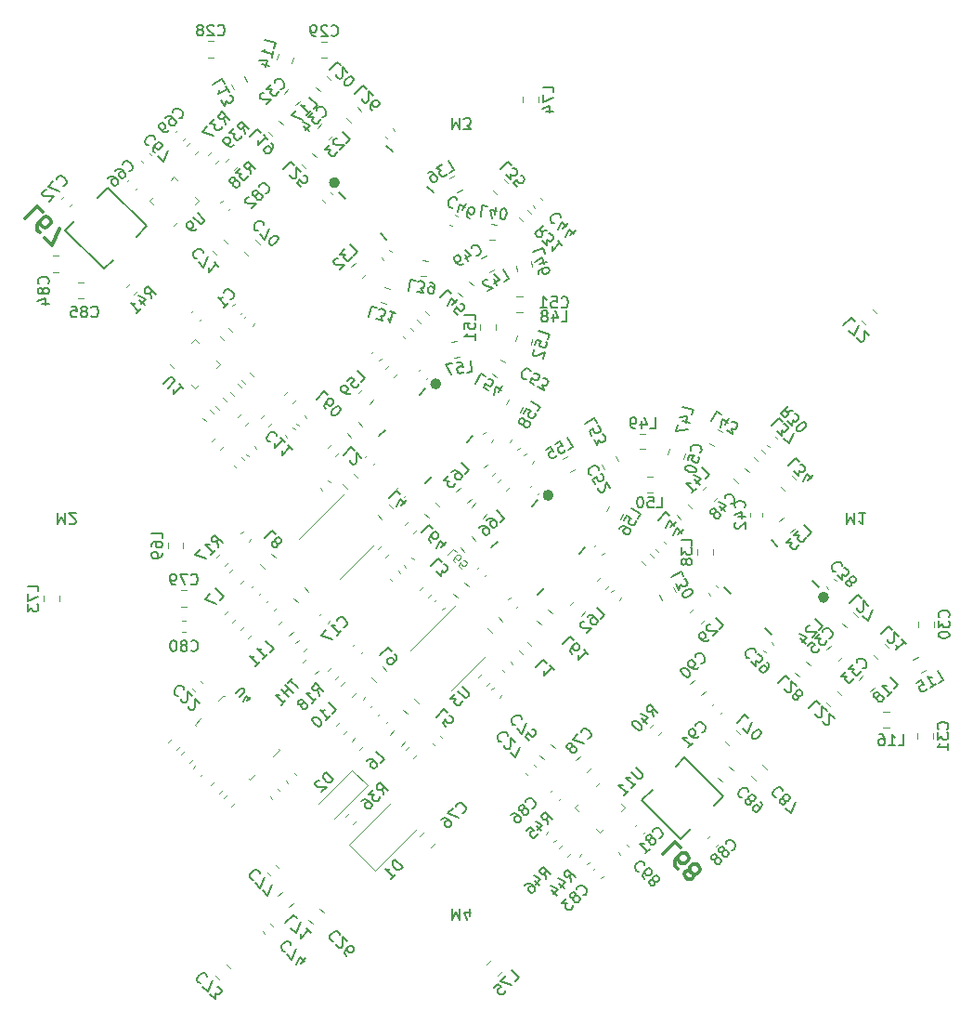
<source format=gbr>
%TF.GenerationSoftware,KiCad,Pcbnew,6.0.4-6f826c9f35~116~ubuntu20.04.1*%
%TF.CreationDate,2023-02-06T23:25:21+00:00*%
%TF.ProjectId,QFHMIX01E,5146484d-4958-4303-9145-2e6b69636164,rev?*%
%TF.SameCoordinates,Original*%
%TF.FileFunction,Legend,Bot*%
%TF.FilePolarity,Positive*%
%FSLAX46Y46*%
G04 Gerber Fmt 4.6, Leading zero omitted, Abs format (unit mm)*
G04 Created by KiCad (PCBNEW 6.0.4-6f826c9f35~116~ubuntu20.04.1) date 2023-02-06 23:25:21*
%MOMM*%
%LPD*%
G01*
G04 APERTURE LIST*
%ADD10C,0.150000*%
%ADD11C,0.100000*%
%ADD12C,0.304800*%
%ADD13C,0.120000*%
%ADD14C,0.200000*%
%ADD15C,0.500000*%
G04 APERTURE END LIST*
D10*
%TO.C,C1*%
X128950026Y-70548324D02*
X129017369Y-70548324D01*
X129152056Y-70480980D01*
X129219400Y-70413637D01*
X129286743Y-70278949D01*
X129286743Y-70144262D01*
X129253072Y-70043247D01*
X129152056Y-69874888D01*
X129051041Y-69773873D01*
X128882682Y-69672858D01*
X128781667Y-69639186D01*
X128646980Y-69639186D01*
X128512293Y-69706530D01*
X128444949Y-69773873D01*
X128377606Y-69908560D01*
X128377606Y-69975904D01*
X128343934Y-71289102D02*
X128747995Y-70885041D01*
X128545965Y-71087072D02*
X127838858Y-70379965D01*
X128007217Y-70413637D01*
X128141904Y-70413637D01*
X128242919Y-70379965D01*
%TO.C,M4*%
X149190476Y-126047619D02*
X149190476Y-127047619D01*
X149523809Y-126333333D01*
X149857142Y-127047619D01*
X149857142Y-126047619D01*
X150761904Y-126714285D02*
X150761904Y-126047619D01*
X150523809Y-127095238D02*
X150285714Y-126380952D01*
X150904761Y-126380952D01*
%TO.C,M3*%
X149190476Y-54047619D02*
X149190476Y-55047619D01*
X149523809Y-54333333D01*
X149857142Y-55047619D01*
X149857142Y-54047619D01*
X150238095Y-55047619D02*
X150857142Y-55047619D01*
X150523809Y-54666666D01*
X150666666Y-54666666D01*
X150761904Y-54619047D01*
X150809523Y-54571428D01*
X150857142Y-54476190D01*
X150857142Y-54238095D01*
X150809523Y-54142857D01*
X150761904Y-54095238D01*
X150666666Y-54047619D01*
X150380952Y-54047619D01*
X150285714Y-54095238D01*
X150238095Y-54142857D01*
%TO.C,M1*%
X185190476Y-90047619D02*
X185190476Y-91047619D01*
X185523809Y-90333333D01*
X185857142Y-91047619D01*
X185857142Y-90047619D01*
X186857142Y-90047619D02*
X186285714Y-90047619D01*
X186571428Y-90047619D02*
X186571428Y-91047619D01*
X186476190Y-90904761D01*
X186380952Y-90809523D01*
X186285714Y-90761904D01*
%TO.C,M2*%
X113190476Y-90047619D02*
X113190476Y-91047619D01*
X113523809Y-90333333D01*
X113857142Y-91047619D01*
X113857142Y-90047619D01*
X114285714Y-90952380D02*
X114333333Y-91000000D01*
X114428571Y-91047619D01*
X114666666Y-91047619D01*
X114761904Y-91000000D01*
X114809523Y-90952380D01*
X114857142Y-90857142D01*
X114857142Y-90761904D01*
X114809523Y-90619047D01*
X114238095Y-90047619D01*
X114857142Y-90047619D01*
%TO.C,C11*%
X133178206Y-82955656D02*
X133178206Y-82888312D01*
X133110862Y-82753625D01*
X133043519Y-82686282D01*
X132908832Y-82618938D01*
X132774145Y-82618938D01*
X132673130Y-82652610D01*
X132504771Y-82753625D01*
X132403756Y-82854640D01*
X132302740Y-83022999D01*
X132269069Y-83124014D01*
X132269069Y-83258701D01*
X132336412Y-83393388D01*
X132403756Y-83460732D01*
X132538443Y-83528075D01*
X132605786Y-83528075D01*
X133918985Y-83561747D02*
X133514924Y-83157686D01*
X133716954Y-83359717D02*
X133009847Y-84066824D01*
X133043519Y-83898465D01*
X133043519Y-83763778D01*
X133009847Y-83662763D01*
X134592420Y-84235182D02*
X134188359Y-83831121D01*
X134390389Y-84033152D02*
X133683282Y-84740259D01*
X133716954Y-84571900D01*
X133716954Y-84437213D01*
X133683282Y-84336198D01*
%TO.C,C17*%
X139259269Y-100402532D02*
X139326613Y-100402532D01*
X139461300Y-100335188D01*
X139528643Y-100267845D01*
X139595987Y-100133158D01*
X139595987Y-99998471D01*
X139562315Y-99897456D01*
X139461300Y-99729097D01*
X139360285Y-99628082D01*
X139191926Y-99527066D01*
X139090911Y-99493395D01*
X138956224Y-99493395D01*
X138821537Y-99560738D01*
X138754193Y-99628082D01*
X138686850Y-99762769D01*
X138686850Y-99830112D01*
X138653178Y-101143311D02*
X139057239Y-100739250D01*
X138855208Y-100941280D02*
X138148101Y-100234173D01*
X138316460Y-100267845D01*
X138451147Y-100267845D01*
X138552163Y-100234173D01*
X137710369Y-100671906D02*
X137238964Y-101143311D01*
X138249117Y-101547372D01*
%TO.C,C22*%
X124748338Y-106078127D02*
X124748338Y-106010783D01*
X124680994Y-105876096D01*
X124613651Y-105808753D01*
X124478964Y-105741409D01*
X124344277Y-105741409D01*
X124243262Y-105775081D01*
X124074903Y-105876096D01*
X123973888Y-105977111D01*
X123872872Y-106145470D01*
X123839201Y-106246485D01*
X123839201Y-106381172D01*
X123906544Y-106515859D01*
X123973888Y-106583203D01*
X124108575Y-106650546D01*
X124175918Y-106650546D01*
X124445292Y-106919921D02*
X124445292Y-106987264D01*
X124478964Y-107088279D01*
X124647323Y-107256638D01*
X124748338Y-107290310D01*
X124815681Y-107290310D01*
X124916697Y-107256638D01*
X124984040Y-107189295D01*
X125051384Y-107054608D01*
X125051384Y-106246485D01*
X125489117Y-106684218D01*
X125118727Y-107593356D02*
X125118727Y-107660699D01*
X125152399Y-107761714D01*
X125320758Y-107930073D01*
X125421773Y-107963745D01*
X125489117Y-107963745D01*
X125590132Y-107930073D01*
X125657475Y-107862730D01*
X125724819Y-107728043D01*
X125724819Y-106919921D01*
X126162552Y-107357653D01*
%TO.C,L8*%
X133132030Y-91926867D02*
X132795312Y-91590149D01*
X132088206Y-92297256D01*
X133064687Y-92667645D02*
X132963671Y-92633974D01*
X132896328Y-92633974D01*
X132795312Y-92667645D01*
X132761641Y-92701317D01*
X132727969Y-92802332D01*
X132727969Y-92869676D01*
X132761641Y-92970691D01*
X132896328Y-93105378D01*
X132997343Y-93139050D01*
X133064687Y-93139050D01*
X133165702Y-93105378D01*
X133199374Y-93071706D01*
X133233045Y-92970691D01*
X133233045Y-92903348D01*
X133199374Y-92802332D01*
X133064687Y-92667645D01*
X133031015Y-92566630D01*
X133031015Y-92499287D01*
X133064687Y-92398271D01*
X133199374Y-92263584D01*
X133300389Y-92229912D01*
X133367732Y-92229912D01*
X133468748Y-92263584D01*
X133603435Y-92398271D01*
X133637106Y-92499287D01*
X133637106Y-92566630D01*
X133603435Y-92667645D01*
X133468748Y-92802332D01*
X133367732Y-92836004D01*
X133300389Y-92836004D01*
X133199374Y-92802332D01*
%TO.C,C44*%
X159055970Y-63046893D02*
X159055970Y-62979549D01*
X158988626Y-62844862D01*
X158921283Y-62777519D01*
X158786596Y-62710175D01*
X158651909Y-62710175D01*
X158550894Y-62743847D01*
X158382535Y-62844862D01*
X158281520Y-62945877D01*
X158180504Y-63114236D01*
X158146833Y-63215251D01*
X158146833Y-63349938D01*
X158214176Y-63484625D01*
X158281520Y-63551969D01*
X158416207Y-63619312D01*
X158483550Y-63619312D01*
X159258001Y-64057045D02*
X159729405Y-63585641D01*
X158820268Y-64158061D02*
X159156985Y-63484625D01*
X159594718Y-63922358D01*
X159931436Y-64730480D02*
X160402840Y-64259076D01*
X159493703Y-64831496D02*
X159830420Y-64158061D01*
X160268153Y-64595793D01*
%TO.C,C28*%
X127820657Y-46429142D02*
X127868276Y-46476761D01*
X128011133Y-46524380D01*
X128106371Y-46524380D01*
X128249228Y-46476761D01*
X128344466Y-46381523D01*
X128392085Y-46286285D01*
X128439704Y-46095809D01*
X128439704Y-45952952D01*
X128392085Y-45762476D01*
X128344466Y-45667238D01*
X128249228Y-45572000D01*
X128106371Y-45524380D01*
X128011133Y-45524380D01*
X127868276Y-45572000D01*
X127820657Y-45619619D01*
X127439704Y-45619619D02*
X127392085Y-45572000D01*
X127296847Y-45524380D01*
X127058752Y-45524380D01*
X126963514Y-45572000D01*
X126915895Y-45619619D01*
X126868276Y-45714857D01*
X126868276Y-45810095D01*
X126915895Y-45952952D01*
X127487323Y-46524380D01*
X126868276Y-46524380D01*
X126296847Y-45952952D02*
X126392085Y-45905333D01*
X126439704Y-45857714D01*
X126487323Y-45762476D01*
X126487323Y-45714857D01*
X126439704Y-45619619D01*
X126392085Y-45572000D01*
X126296847Y-45524380D01*
X126106371Y-45524380D01*
X126011133Y-45572000D01*
X125963514Y-45619619D01*
X125915895Y-45714857D01*
X125915895Y-45762476D01*
X125963514Y-45857714D01*
X126011133Y-45905333D01*
X126106371Y-45952952D01*
X126296847Y-45952952D01*
X126392085Y-46000571D01*
X126439704Y-46048190D01*
X126487323Y-46143428D01*
X126487323Y-46333904D01*
X126439704Y-46429142D01*
X126392085Y-46476761D01*
X126296847Y-46524380D01*
X126106371Y-46524380D01*
X126011133Y-46476761D01*
X125963514Y-46429142D01*
X125915895Y-46333904D01*
X125915895Y-46143428D01*
X125963514Y-46048190D01*
X126011133Y-46000571D01*
X126106371Y-45952952D01*
%TO.C,C32*%
X133549106Y-51359969D02*
X133616450Y-51359969D01*
X133751137Y-51292625D01*
X133818480Y-51225282D01*
X133885824Y-51090595D01*
X133885824Y-50955908D01*
X133852152Y-50854893D01*
X133751137Y-50686534D01*
X133650122Y-50585519D01*
X133481763Y-50484503D01*
X133380748Y-50450832D01*
X133246061Y-50450832D01*
X133111374Y-50518175D01*
X133044030Y-50585519D01*
X132976687Y-50720206D01*
X132976687Y-50787549D01*
X132673641Y-50955908D02*
X132235908Y-51393641D01*
X132740984Y-51427312D01*
X132639969Y-51528328D01*
X132606297Y-51629343D01*
X132606297Y-51696687D01*
X132639969Y-51797702D01*
X132808328Y-51966061D01*
X132909343Y-51999732D01*
X132976687Y-51999732D01*
X133077702Y-51966061D01*
X133279732Y-51764030D01*
X133313404Y-51663015D01*
X133313404Y-51595671D01*
X132033877Y-51730358D02*
X131966534Y-51730358D01*
X131865519Y-51764030D01*
X131697160Y-51932389D01*
X131663488Y-52033404D01*
X131663488Y-52100748D01*
X131697160Y-52201763D01*
X131764503Y-52269106D01*
X131899190Y-52336450D01*
X132707312Y-52336450D01*
X132269580Y-52774183D01*
%TO.C,C49*%
X151357302Y-66535866D02*
X151422350Y-66553295D01*
X151569878Y-66523106D01*
X151652356Y-66475487D01*
X151752265Y-66362819D01*
X151787124Y-66232722D01*
X151780745Y-66126434D01*
X151726746Y-65937667D01*
X151655317Y-65813949D01*
X151518840Y-65672801D01*
X151429982Y-65614132D01*
X151299884Y-65579273D01*
X151152356Y-65609462D01*
X151069878Y-65657081D01*
X150969969Y-65769749D01*
X150952540Y-65834798D01*
X150329280Y-66469565D02*
X150662613Y-67046916D01*
X150345000Y-66020603D02*
X150908339Y-66520145D01*
X150372229Y-66829669D01*
X150167741Y-67332630D02*
X150002784Y-67427868D01*
X149896496Y-67434248D01*
X149831447Y-67416818D01*
X149677540Y-67340719D01*
X149541063Y-67199572D01*
X149350586Y-66869657D01*
X149344207Y-66763369D01*
X149361637Y-66698320D01*
X149420306Y-66609462D01*
X149585263Y-66514224D01*
X149691551Y-66507844D01*
X149756600Y-66525274D01*
X149845458Y-66583943D01*
X149964506Y-66790139D01*
X149970886Y-66896427D01*
X149953456Y-66961476D01*
X149894787Y-67050335D01*
X149729829Y-67145573D01*
X149623541Y-67151952D01*
X149558492Y-67134523D01*
X149469634Y-67075854D01*
%TO.C,C51*%
X159138857Y-71223142D02*
X159186476Y-71270761D01*
X159329333Y-71318380D01*
X159424571Y-71318380D01*
X159567428Y-71270761D01*
X159662666Y-71175523D01*
X159710285Y-71080285D01*
X159757904Y-70889809D01*
X159757904Y-70746952D01*
X159710285Y-70556476D01*
X159662666Y-70461238D01*
X159567428Y-70366000D01*
X159424571Y-70318380D01*
X159329333Y-70318380D01*
X159186476Y-70366000D01*
X159138857Y-70413619D01*
X158234095Y-70318380D02*
X158710285Y-70318380D01*
X158757904Y-70794571D01*
X158710285Y-70746952D01*
X158615047Y-70699333D01*
X158376952Y-70699333D01*
X158281714Y-70746952D01*
X158234095Y-70794571D01*
X158186476Y-70889809D01*
X158186476Y-71127904D01*
X158234095Y-71223142D01*
X158281714Y-71270761D01*
X158376952Y-71318380D01*
X158615047Y-71318380D01*
X158710285Y-71270761D01*
X158757904Y-71223142D01*
X157234095Y-71318380D02*
X157805523Y-71318380D01*
X157519809Y-71318380D02*
X157519809Y-70318380D01*
X157615047Y-70461238D01*
X157710285Y-70556476D01*
X157805523Y-70604095D01*
%TO.C,C53*%
X156339840Y-77093276D02*
X156322411Y-77028227D01*
X156222502Y-76915559D01*
X156140024Y-76867940D01*
X155992496Y-76837751D01*
X155862398Y-76872611D01*
X155773540Y-76931280D01*
X155637063Y-77072427D01*
X155565634Y-77196145D01*
X155511635Y-77384912D01*
X155505256Y-77491200D01*
X155540115Y-77621298D01*
X155640024Y-77733966D01*
X155722502Y-77781585D01*
X155870030Y-77811774D01*
X155935078Y-77794344D01*
X156671006Y-78329204D02*
X156258613Y-78091109D01*
X156455469Y-77654906D01*
X156472899Y-77719955D01*
X156531568Y-77808813D01*
X156737764Y-77927861D01*
X156844053Y-77934241D01*
X156909101Y-77916811D01*
X156997960Y-77858142D01*
X157117007Y-77651945D01*
X157123387Y-77545657D01*
X157105957Y-77480608D01*
X157047288Y-77391750D01*
X156841092Y-77272702D01*
X156734804Y-77266323D01*
X156669755Y-77283752D01*
X157000921Y-78519680D02*
X157537032Y-78829204D01*
X157438833Y-78332623D01*
X157562551Y-78404051D01*
X157668839Y-78410431D01*
X157733887Y-78393001D01*
X157822746Y-78334332D01*
X157941793Y-78128136D01*
X157948173Y-78021848D01*
X157930743Y-77956799D01*
X157872074Y-77867940D01*
X157624639Y-77725083D01*
X157518350Y-77718704D01*
X157453302Y-77736133D01*
%TO.C,C29*%
X138158457Y-46479942D02*
X138206076Y-46527561D01*
X138348933Y-46575180D01*
X138444171Y-46575180D01*
X138587028Y-46527561D01*
X138682266Y-46432323D01*
X138729885Y-46337085D01*
X138777504Y-46146609D01*
X138777504Y-46003752D01*
X138729885Y-45813276D01*
X138682266Y-45718038D01*
X138587028Y-45622800D01*
X138444171Y-45575180D01*
X138348933Y-45575180D01*
X138206076Y-45622800D01*
X138158457Y-45670419D01*
X137777504Y-45670419D02*
X137729885Y-45622800D01*
X137634647Y-45575180D01*
X137396552Y-45575180D01*
X137301314Y-45622800D01*
X137253695Y-45670419D01*
X137206076Y-45765657D01*
X137206076Y-45860895D01*
X137253695Y-46003752D01*
X137825123Y-46575180D01*
X137206076Y-46575180D01*
X136729885Y-46575180D02*
X136539409Y-46575180D01*
X136444171Y-46527561D01*
X136396552Y-46479942D01*
X136301314Y-46337085D01*
X136253695Y-46146609D01*
X136253695Y-45765657D01*
X136301314Y-45670419D01*
X136348933Y-45622800D01*
X136444171Y-45575180D01*
X136634647Y-45575180D01*
X136729885Y-45622800D01*
X136777504Y-45670419D01*
X136825123Y-45765657D01*
X136825123Y-46003752D01*
X136777504Y-46098990D01*
X136729885Y-46146609D01*
X136634647Y-46194228D01*
X136444171Y-46194228D01*
X136348933Y-46146609D01*
X136301314Y-46098990D01*
X136253695Y-46003752D01*
%TO.C,C34*%
X137359106Y-53899968D02*
X137426450Y-53899968D01*
X137561137Y-53832624D01*
X137628480Y-53765281D01*
X137695824Y-53630594D01*
X137695824Y-53495907D01*
X137662152Y-53394892D01*
X137561137Y-53226533D01*
X137460122Y-53125518D01*
X137291763Y-53024502D01*
X137190748Y-52990831D01*
X137056061Y-52990831D01*
X136921374Y-53058174D01*
X136854030Y-53125518D01*
X136786687Y-53260205D01*
X136786687Y-53327548D01*
X136483641Y-53495907D02*
X136045908Y-53933640D01*
X136550984Y-53967311D01*
X136449969Y-54068327D01*
X136416297Y-54169342D01*
X136416297Y-54236686D01*
X136449969Y-54337701D01*
X136618328Y-54506060D01*
X136719343Y-54539731D01*
X136786687Y-54539731D01*
X136887702Y-54506060D01*
X137089732Y-54304029D01*
X137123404Y-54203014D01*
X137123404Y-54135670D01*
X135675519Y-54775434D02*
X136146923Y-55246838D01*
X135574503Y-54337701D02*
X136247938Y-54674418D01*
X135810206Y-55112151D01*
%TO.C,C46*%
X149638040Y-61478460D02*
X149620611Y-61413411D01*
X149520702Y-61300743D01*
X149438224Y-61253124D01*
X149290696Y-61222935D01*
X149160598Y-61257795D01*
X149071740Y-61316464D01*
X148935263Y-61457611D01*
X148863834Y-61581329D01*
X148809835Y-61770096D01*
X148803456Y-61876384D01*
X148838315Y-62006482D01*
X148938224Y-62119150D01*
X149020702Y-62166769D01*
X149168230Y-62196958D01*
X149233278Y-62179528D01*
X150094634Y-62401903D02*
X150427967Y-61824553D01*
X149697961Y-62612770D02*
X149848907Y-61875133D01*
X150385018Y-62184657D01*
X150752753Y-63166769D02*
X150587796Y-63071531D01*
X150529127Y-62982672D01*
X150511697Y-62917624D01*
X150500647Y-62746287D01*
X150554646Y-62557520D01*
X150745122Y-62227605D01*
X150833980Y-62168936D01*
X150899029Y-62151507D01*
X151005317Y-62157886D01*
X151170274Y-62253124D01*
X151228943Y-62341983D01*
X151246373Y-62407032D01*
X151239993Y-62513320D01*
X151120946Y-62719516D01*
X151032087Y-62778185D01*
X150967039Y-62795615D01*
X150860751Y-62789235D01*
X150695793Y-62693997D01*
X150637124Y-62605139D01*
X150619694Y-62540090D01*
X150626074Y-62433802D01*
%TO.C,L31*%
X142294932Y-71304049D02*
X141834967Y-71180802D01*
X141576148Y-72146728D01*
X142266095Y-72331599D02*
X142864049Y-72491820D01*
X142640672Y-72037575D01*
X142778661Y-72074549D01*
X142882979Y-72053202D01*
X142941300Y-72019531D01*
X143011946Y-71939862D01*
X143073570Y-71709880D01*
X143052223Y-71605562D01*
X143018551Y-71547241D01*
X142938883Y-71476595D01*
X142662904Y-71402647D01*
X142558586Y-71423994D01*
X142500265Y-71457666D01*
X144042798Y-71772389D02*
X143490840Y-71624492D01*
X143766819Y-71698440D02*
X143508000Y-72664366D01*
X143452981Y-72501727D01*
X143385638Y-72385085D01*
X143305969Y-72314439D01*
%TO.C,L35*%
X154600438Y-58333023D02*
X154263721Y-57996306D01*
X153556614Y-58703412D01*
X154061690Y-59208489D02*
X154499423Y-59646222D01*
X154533095Y-59141145D01*
X154634110Y-59242161D01*
X154735126Y-59275832D01*
X154802469Y-59275832D01*
X154903484Y-59242161D01*
X155071843Y-59073802D01*
X155105515Y-58972786D01*
X155105515Y-58905443D01*
X155071843Y-58804428D01*
X154869813Y-58602397D01*
X154768797Y-58568725D01*
X154701454Y-58568725D01*
X155139187Y-60285985D02*
X154802469Y-59949267D01*
X155105515Y-59578878D01*
X155105515Y-59646222D01*
X155139187Y-59747237D01*
X155307545Y-59915596D01*
X155408561Y-59949267D01*
X155475904Y-59949267D01*
X155576919Y-59915596D01*
X155745278Y-59747237D01*
X155778950Y-59646222D01*
X155778950Y-59578878D01*
X155745278Y-59477863D01*
X155576919Y-59309504D01*
X155475904Y-59275832D01*
X155408561Y-59275832D01*
%TO.C,L59*%
X140907724Y-78098586D02*
X141244441Y-77761869D01*
X140537335Y-77054762D01*
X139628197Y-77963899D02*
X139964915Y-77627182D01*
X140335304Y-77930228D01*
X140267961Y-77930228D01*
X140166945Y-77963899D01*
X139998586Y-78132258D01*
X139964915Y-78233274D01*
X139964915Y-78300617D01*
X139998586Y-78401632D01*
X140166945Y-78569991D01*
X140267961Y-78603663D01*
X140335304Y-78603663D01*
X140436319Y-78569991D01*
X140604678Y-78401632D01*
X140638350Y-78300617D01*
X140638350Y-78233274D01*
X139964915Y-79041396D02*
X139830228Y-79176083D01*
X139729212Y-79209754D01*
X139661869Y-79209754D01*
X139493510Y-79176083D01*
X139325151Y-79075067D01*
X139055777Y-78805693D01*
X139022106Y-78704678D01*
X139022106Y-78637335D01*
X139055777Y-78536319D01*
X139190464Y-78401632D01*
X139291480Y-78367961D01*
X139358823Y-78367961D01*
X139459838Y-78401632D01*
X139628197Y-78569991D01*
X139661869Y-78671006D01*
X139661869Y-78738350D01*
X139628197Y-78839365D01*
X139493510Y-78974052D01*
X139392495Y-79007724D01*
X139325151Y-79007724D01*
X139224136Y-78974052D01*
%TO.C,L63*%
X150380450Y-86479312D02*
X150717167Y-86142595D01*
X150010061Y-85435488D01*
X149134595Y-86310954D02*
X149269282Y-86176267D01*
X149370297Y-86142595D01*
X149437641Y-86142595D01*
X149606000Y-86176267D01*
X149774358Y-86277282D01*
X150043732Y-86546656D01*
X150077404Y-86647671D01*
X150077404Y-86715015D01*
X150043732Y-86816030D01*
X149909045Y-86950717D01*
X149808030Y-86984389D01*
X149740687Y-86984389D01*
X149639671Y-86950717D01*
X149471312Y-86782358D01*
X149437641Y-86681343D01*
X149437641Y-86614000D01*
X149471312Y-86512984D01*
X149606000Y-86378297D01*
X149707015Y-86344625D01*
X149774358Y-86344625D01*
X149875374Y-86378297D01*
X148831549Y-86614000D02*
X148393816Y-87051732D01*
X148898893Y-87085404D01*
X148797877Y-87186419D01*
X148764206Y-87287435D01*
X148764206Y-87354778D01*
X148797877Y-87455793D01*
X148966236Y-87624152D01*
X149067251Y-87657824D01*
X149134595Y-87657824D01*
X149235610Y-87624152D01*
X149437641Y-87422122D01*
X149471312Y-87321106D01*
X149471312Y-87253763D01*
%TO.C,L32*%
X140245850Y-66540311D02*
X140582567Y-66203594D01*
X139875461Y-65496487D01*
X139370384Y-66001563D02*
X138932651Y-66439296D01*
X139437728Y-66472968D01*
X139336712Y-66573983D01*
X139303041Y-66674999D01*
X139303041Y-66742342D01*
X139336712Y-66843357D01*
X139505071Y-67011716D01*
X139606087Y-67045388D01*
X139673430Y-67045388D01*
X139774445Y-67011716D01*
X139976476Y-66809686D01*
X140010148Y-66708670D01*
X140010148Y-66641327D01*
X138730621Y-66776014D02*
X138663277Y-66776014D01*
X138562262Y-66809686D01*
X138393903Y-66978044D01*
X138360232Y-67079060D01*
X138360232Y-67146403D01*
X138393903Y-67247418D01*
X138461247Y-67314762D01*
X138595934Y-67382105D01*
X139404056Y-67382105D01*
X138966323Y-67819838D01*
%TO.C,L36*%
X148966521Y-59023744D02*
X149378914Y-58785649D01*
X148878914Y-57919624D01*
X148260324Y-58276767D02*
X147724213Y-58586290D01*
X148203364Y-58749538D01*
X148079647Y-58820967D01*
X148020977Y-58909825D01*
X148003548Y-58974874D01*
X148009927Y-59081162D01*
X148128975Y-59287359D01*
X148217833Y-59346028D01*
X148282882Y-59363457D01*
X148389170Y-59357078D01*
X148636606Y-59214221D01*
X148695275Y-59125362D01*
X148712705Y-59060313D01*
X146981906Y-59014862D02*
X147146863Y-58919624D01*
X147253151Y-58913244D01*
X147318200Y-58930674D01*
X147472107Y-59006773D01*
X147608584Y-59147920D01*
X147799061Y-59477835D01*
X147805440Y-59584123D01*
X147788011Y-59649172D01*
X147729341Y-59738030D01*
X147564384Y-59833268D01*
X147458096Y-59839648D01*
X147393047Y-59822218D01*
X147304189Y-59763549D01*
X147185141Y-59557352D01*
X147178762Y-59451064D01*
X147196191Y-59386016D01*
X147254860Y-59297157D01*
X147419818Y-59201919D01*
X147526106Y-59195539D01*
X147591155Y-59212969D01*
X147680013Y-59271638D01*
%TO.C,L60*%
X137863512Y-79286348D02*
X137526795Y-78949631D01*
X136819688Y-79656737D01*
X137695154Y-80532203D02*
X137560467Y-80397516D01*
X137526795Y-80296501D01*
X137526795Y-80229157D01*
X137560467Y-80060799D01*
X137661482Y-79892440D01*
X137930856Y-79623066D01*
X138031871Y-79589394D01*
X138099215Y-79589394D01*
X138200230Y-79623066D01*
X138334917Y-79757753D01*
X138368589Y-79858768D01*
X138368589Y-79926111D01*
X138334917Y-80027127D01*
X138166558Y-80195486D01*
X138065543Y-80229157D01*
X137998200Y-80229157D01*
X137897184Y-80195486D01*
X137762497Y-80060799D01*
X137728825Y-79959783D01*
X137728825Y-79892440D01*
X137762497Y-79791424D01*
X138200230Y-81037279D02*
X138267574Y-81104623D01*
X138368589Y-81138295D01*
X138435932Y-81138295D01*
X138536948Y-81104623D01*
X138705306Y-81003608D01*
X138873665Y-80835249D01*
X138974680Y-80666890D01*
X139008352Y-80565875D01*
X139008352Y-80498531D01*
X138974680Y-80397516D01*
X138907337Y-80330173D01*
X138806322Y-80296501D01*
X138738978Y-80296501D01*
X138637963Y-80330173D01*
X138469604Y-80431188D01*
X138301245Y-80599547D01*
X138200230Y-80767905D01*
X138166558Y-80868921D01*
X138166558Y-80936264D01*
X138200230Y-81037279D01*
%TO.C,L64*%
X147439312Y-91427549D02*
X147102595Y-91090832D01*
X146395488Y-91797938D01*
X147270954Y-92673404D02*
X147136267Y-92538717D01*
X147102595Y-92437702D01*
X147102595Y-92370358D01*
X147136267Y-92202000D01*
X147237282Y-92033641D01*
X147506656Y-91764267D01*
X147607671Y-91730595D01*
X147675015Y-91730595D01*
X147776030Y-91764267D01*
X147910717Y-91898954D01*
X147944389Y-91999969D01*
X147944389Y-92067312D01*
X147910717Y-92168328D01*
X147742358Y-92336687D01*
X147641343Y-92370358D01*
X147574000Y-92370358D01*
X147472984Y-92336687D01*
X147338297Y-92202000D01*
X147304625Y-92100984D01*
X147304625Y-92033641D01*
X147338297Y-91932625D01*
X148180091Y-93111137D02*
X148651496Y-92639732D01*
X147742358Y-93212152D02*
X148079076Y-92538717D01*
X148516809Y-92976450D01*
%TO.C,L39*%
X145840522Y-68819863D02*
X145368405Y-68757708D01*
X145237879Y-69749153D01*
X145946054Y-69842386D02*
X146559805Y-69923187D01*
X146279048Y-69501985D01*
X146420683Y-69520632D01*
X146521322Y-69485851D01*
X146574749Y-69444855D01*
X146634392Y-69356648D01*
X146665469Y-69120589D01*
X146630689Y-69019950D01*
X146589693Y-68966523D01*
X146501485Y-68906880D01*
X146218215Y-68869587D01*
X146117576Y-68904368D01*
X146064149Y-68945364D01*
X147162448Y-68993898D02*
X147351295Y-69018760D01*
X147439503Y-69078403D01*
X147480499Y-69131830D01*
X147556275Y-69285896D01*
X147578625Y-69480958D01*
X147528901Y-69858652D01*
X147469258Y-69946859D01*
X147415831Y-69987855D01*
X147315192Y-70022636D01*
X147126345Y-69997774D01*
X147038137Y-69938131D01*
X146997141Y-69884704D01*
X146962361Y-69784065D01*
X146993438Y-69548007D01*
X147053081Y-69459799D01*
X147106508Y-69418803D01*
X147207147Y-69384022D01*
X147395994Y-69408884D01*
X147484202Y-69468527D01*
X147525198Y-69521954D01*
X147559978Y-69622593D01*
%TO.C,L57*%
X150531004Y-77199601D02*
X151003121Y-77137445D01*
X150872595Y-76146000D01*
X149597880Y-76313820D02*
X150069997Y-76251664D01*
X150179364Y-76717566D01*
X150125936Y-76676569D01*
X150025298Y-76641789D01*
X149789239Y-76672866D01*
X149701032Y-76732509D01*
X149660035Y-76785936D01*
X149625255Y-76886575D01*
X149656332Y-77122634D01*
X149715975Y-77210841D01*
X149769402Y-77251837D01*
X149870041Y-77286618D01*
X150106100Y-77255540D01*
X150194307Y-77195898D01*
X150235303Y-77142470D01*
X149220187Y-76363544D02*
X148559224Y-76450561D01*
X149114655Y-77386067D01*
%TO.C,L17*%
X136531589Y-53174051D02*
X136868306Y-52837334D01*
X136161200Y-52130227D01*
X135925497Y-53780143D02*
X136329558Y-53376082D01*
X136127528Y-53578113D02*
X135420421Y-52871006D01*
X135588780Y-52904677D01*
X135723467Y-52904677D01*
X135824482Y-52871006D01*
X134982688Y-53308739D02*
X134511284Y-53780143D01*
X135521436Y-54184204D01*
%TO.C,L23*%
X139554189Y-56323651D02*
X139890906Y-55986934D01*
X139183800Y-55279827D01*
X138712395Y-55885919D02*
X138645051Y-55885919D01*
X138544036Y-55919590D01*
X138375677Y-56087949D01*
X138342006Y-56188964D01*
X138342006Y-56256308D01*
X138375677Y-56357323D01*
X138443021Y-56424667D01*
X138577708Y-56492010D01*
X139385830Y-56492010D01*
X138948097Y-56929743D01*
X138005288Y-56458339D02*
X137567555Y-56896071D01*
X138072632Y-56929743D01*
X137971616Y-57030758D01*
X137937945Y-57131774D01*
X137937945Y-57199117D01*
X137971616Y-57300132D01*
X138139975Y-57468491D01*
X138240990Y-57502163D01*
X138308334Y-57502163D01*
X138409349Y-57468491D01*
X138611380Y-57266461D01*
X138645051Y-57165445D01*
X138645051Y-57098102D01*
%TO.C,L42*%
X153944921Y-68904344D02*
X154357314Y-68666249D01*
X153857314Y-67800224D01*
X152951758Y-68707946D02*
X153285092Y-69285297D01*
X152967479Y-68258984D02*
X153530818Y-68758526D01*
X152994707Y-69068050D01*
X152420318Y-68739845D02*
X152355269Y-68722415D01*
X152248981Y-68728795D01*
X152042784Y-68847843D01*
X151984115Y-68936701D01*
X151966685Y-69001750D01*
X151973065Y-69108038D01*
X152020684Y-69190517D01*
X152133352Y-69290425D01*
X152913938Y-69499582D01*
X152377827Y-69809106D01*
%TO.C,L48*%
X159138857Y-72588380D02*
X159615047Y-72588380D01*
X159615047Y-71588380D01*
X158376952Y-71921714D02*
X158376952Y-72588380D01*
X158615047Y-71540761D02*
X158853142Y-72255047D01*
X158234095Y-72255047D01*
X157710285Y-72016952D02*
X157805523Y-71969333D01*
X157853142Y-71921714D01*
X157900761Y-71826476D01*
X157900761Y-71778857D01*
X157853142Y-71683619D01*
X157805523Y-71636000D01*
X157710285Y-71588380D01*
X157519809Y-71588380D01*
X157424571Y-71636000D01*
X157376952Y-71683619D01*
X157329333Y-71778857D01*
X157329333Y-71826476D01*
X157376952Y-71921714D01*
X157424571Y-71969333D01*
X157519809Y-72016952D01*
X157710285Y-72016952D01*
X157805523Y-72064571D01*
X157853142Y-72112190D01*
X157900761Y-72207428D01*
X157900761Y-72397904D01*
X157853142Y-72493142D01*
X157805523Y-72540761D01*
X157710285Y-72588380D01*
X157519809Y-72588380D01*
X157424571Y-72540761D01*
X157376952Y-72493142D01*
X157329333Y-72397904D01*
X157329333Y-72207428D01*
X157376952Y-72112190D01*
X157424571Y-72064571D01*
X157519809Y-72016952D01*
%TO.C,L54*%
X152245459Y-77576721D02*
X151833066Y-77338625D01*
X151333066Y-78204651D01*
X152446528Y-78847508D02*
X152034134Y-78609413D01*
X152230990Y-78173210D01*
X152248420Y-78238259D01*
X152307089Y-78327117D01*
X152513286Y-78446165D01*
X152619574Y-78452545D01*
X152684623Y-78435115D01*
X152773481Y-78376446D01*
X152892529Y-78170249D01*
X152898908Y-78063961D01*
X152881479Y-77998912D01*
X152822810Y-77910054D01*
X152616613Y-77791006D01*
X152510325Y-77784627D01*
X152445276Y-77802056D01*
X153396741Y-79011214D02*
X153730074Y-78433863D01*
X153000068Y-79222080D02*
X153151015Y-78484443D01*
X153687126Y-78793967D01*
%TO.C,L40*%
X152405890Y-62053179D02*
X151933773Y-61991024D01*
X151803247Y-62982469D01*
X153074259Y-62813591D02*
X153161276Y-62152628D01*
X152788476Y-63160206D02*
X152645651Y-62420954D01*
X153259402Y-62501756D01*
X153738925Y-63237305D02*
X153833348Y-63249736D01*
X153933987Y-63214956D01*
X153987414Y-63173960D01*
X154047057Y-63085752D01*
X154119131Y-62903121D01*
X154150208Y-62667063D01*
X154127859Y-62472000D01*
X154093078Y-62371362D01*
X154052082Y-62317934D01*
X153963874Y-62258292D01*
X153869451Y-62245861D01*
X153768812Y-62280641D01*
X153715385Y-62321637D01*
X153655742Y-62409845D01*
X153583669Y-62592476D01*
X153552591Y-62828534D01*
X153574940Y-63023597D01*
X153609721Y-63124235D01*
X153650717Y-63177663D01*
X153738925Y-63237305D01*
%TO.C,L58*%
X156980543Y-80733059D02*
X157218639Y-80320666D01*
X156352613Y-79820666D01*
X155709756Y-80934128D02*
X155947851Y-80521734D01*
X156384054Y-80718590D01*
X156319005Y-80736020D01*
X156230147Y-80794689D01*
X156111099Y-81000886D01*
X156104719Y-81107174D01*
X156122149Y-81172223D01*
X156180818Y-81261081D01*
X156387015Y-81380129D01*
X156493303Y-81386508D01*
X156558352Y-81369079D01*
X156647210Y-81310410D01*
X156766258Y-81104213D01*
X156772637Y-80997925D01*
X156755208Y-80932876D01*
X155771386Y-81684524D02*
X155777766Y-81578236D01*
X155760336Y-81513187D01*
X155701667Y-81424329D01*
X155660428Y-81400519D01*
X155554140Y-81394140D01*
X155489091Y-81411569D01*
X155400232Y-81470239D01*
X155304994Y-81635196D01*
X155298615Y-81741484D01*
X155316044Y-81806533D01*
X155374713Y-81895391D01*
X155415953Y-81919201D01*
X155522241Y-81925580D01*
X155587290Y-81908151D01*
X155676148Y-81849481D01*
X155771386Y-81684524D01*
X155860244Y-81625855D01*
X155925293Y-81608425D01*
X156031581Y-81614805D01*
X156196539Y-81710043D01*
X156255208Y-81798902D01*
X156272637Y-81863950D01*
X156266258Y-81970239D01*
X156171020Y-82135196D01*
X156082161Y-82193865D01*
X156017112Y-82211295D01*
X155910824Y-82204915D01*
X155745867Y-82109677D01*
X155687198Y-82020818D01*
X155669768Y-81955770D01*
X155676148Y-81849481D01*
%TO.C,L33*%
X181646176Y-92141838D02*
X181982893Y-91805121D01*
X181275787Y-91098014D01*
X180770710Y-91603090D02*
X180332977Y-92040823D01*
X180838054Y-92074495D01*
X180737038Y-92175510D01*
X180703367Y-92276526D01*
X180703367Y-92343869D01*
X180737038Y-92444884D01*
X180905397Y-92613243D01*
X181006413Y-92646915D01*
X181073756Y-92646915D01*
X181174771Y-92613243D01*
X181376802Y-92411213D01*
X181410474Y-92310197D01*
X181410474Y-92242854D01*
X180097275Y-92276526D02*
X179659542Y-92714258D01*
X180164619Y-92747930D01*
X180063603Y-92848945D01*
X180029932Y-92949961D01*
X180029932Y-93017304D01*
X180063603Y-93118319D01*
X180231962Y-93286678D01*
X180332977Y-93320350D01*
X180400321Y-93320350D01*
X180501336Y-93286678D01*
X180703367Y-93084648D01*
X180737038Y-92983632D01*
X180737038Y-92916289D01*
%TO.C,L61*%
X160291712Y-101587549D02*
X159954995Y-101250832D01*
X159247888Y-101957938D01*
X160123354Y-102833404D02*
X159988667Y-102698717D01*
X159954995Y-102597702D01*
X159954995Y-102530358D01*
X159988667Y-102362000D01*
X160089682Y-102193641D01*
X160359056Y-101924267D01*
X160460071Y-101890595D01*
X160527415Y-101890595D01*
X160628430Y-101924267D01*
X160763117Y-102058954D01*
X160796789Y-102159969D01*
X160796789Y-102227312D01*
X160763117Y-102328328D01*
X160594758Y-102496687D01*
X160493743Y-102530358D01*
X160426400Y-102530358D01*
X160325384Y-102496687D01*
X160190697Y-102362000D01*
X160157025Y-102260984D01*
X160157025Y-102193641D01*
X160190697Y-102092625D01*
X161571239Y-102867076D02*
X161167178Y-102463015D01*
X161369209Y-102665045D02*
X160662102Y-103372152D01*
X160695774Y-103203793D01*
X160695774Y-103069106D01*
X160662102Y-102968091D01*
D11*
%TO.C,L65*%
X149574450Y-93538240D02*
X149305076Y-93268866D01*
X148739390Y-93834552D01*
X149439763Y-94534924D02*
X149332013Y-94427175D01*
X149305076Y-94346362D01*
X149305076Y-94292488D01*
X149332013Y-94157801D01*
X149412825Y-94023113D01*
X149628325Y-93807614D01*
X149709137Y-93780677D01*
X149763012Y-93780677D01*
X149843824Y-93807614D01*
X149951574Y-93915364D01*
X149978511Y-93996176D01*
X149978511Y-94050051D01*
X149951574Y-94130863D01*
X149816887Y-94265550D01*
X149736074Y-94292488D01*
X149682200Y-94292488D01*
X149601387Y-94265550D01*
X149493638Y-94157801D01*
X149466700Y-94076988D01*
X149466700Y-94023113D01*
X149493638Y-93942301D01*
X150005448Y-95100610D02*
X149736074Y-94831236D01*
X149978511Y-94534924D01*
X149978511Y-94588799D01*
X150005448Y-94669611D01*
X150140135Y-94804298D01*
X150220948Y-94831236D01*
X150274822Y-94831236D01*
X150355635Y-94804298D01*
X150490322Y-94669611D01*
X150517259Y-94588799D01*
X150517259Y-94534924D01*
X150490322Y-94454112D01*
X150355635Y-94319425D01*
X150274822Y-94292488D01*
X150220948Y-94292488D01*
D10*
%TO.C,L34*%
X180874737Y-85343922D02*
X180538020Y-85007205D01*
X179830913Y-85714311D01*
X180335989Y-86219388D02*
X180773722Y-86657121D01*
X180807394Y-86152044D01*
X180908409Y-86253060D01*
X181009425Y-86286731D01*
X181076768Y-86286731D01*
X181177783Y-86253060D01*
X181346142Y-86084701D01*
X181379814Y-85983685D01*
X181379814Y-85916342D01*
X181346142Y-85815327D01*
X181144112Y-85613296D01*
X181043096Y-85579624D01*
X180975753Y-85579624D01*
X181615516Y-87027510D02*
X182086921Y-86556105D01*
X181177783Y-87128525D02*
X181514501Y-86455090D01*
X181952234Y-86892823D01*
%TO.C,L62*%
X162750250Y-99661912D02*
X163086967Y-99325195D01*
X162379861Y-98618088D01*
X161504395Y-99493554D02*
X161639082Y-99358867D01*
X161740097Y-99325195D01*
X161807441Y-99325195D01*
X161975800Y-99358867D01*
X162144158Y-99459882D01*
X162413532Y-99729256D01*
X162447204Y-99830271D01*
X162447204Y-99897615D01*
X162413532Y-99998630D01*
X162278845Y-100133317D01*
X162177830Y-100166989D01*
X162110487Y-100166989D01*
X162009471Y-100133317D01*
X161841112Y-99964958D01*
X161807441Y-99863943D01*
X161807441Y-99796600D01*
X161841112Y-99695584D01*
X161975800Y-99560897D01*
X162076815Y-99527225D01*
X162144158Y-99527225D01*
X162245174Y-99560897D01*
X161235021Y-99897615D02*
X161167677Y-99897615D01*
X161066662Y-99931287D01*
X160898303Y-100099645D01*
X160864632Y-100200661D01*
X160864632Y-100268004D01*
X160898303Y-100369019D01*
X160965647Y-100436363D01*
X161100334Y-100503706D01*
X161908456Y-100503706D01*
X161470723Y-100941439D01*
%TO.C,L66*%
X153579176Y-90821038D02*
X153915893Y-90484321D01*
X153208787Y-89777214D01*
X152333321Y-90652680D02*
X152468008Y-90517993D01*
X152569023Y-90484321D01*
X152636367Y-90484321D01*
X152804726Y-90517993D01*
X152973084Y-90619008D01*
X153242458Y-90888382D01*
X153276130Y-90989397D01*
X153276130Y-91056741D01*
X153242458Y-91157756D01*
X153107771Y-91292443D01*
X153006756Y-91326115D01*
X152939413Y-91326115D01*
X152838397Y-91292443D01*
X152670038Y-91124084D01*
X152636367Y-91023069D01*
X152636367Y-90955726D01*
X152670038Y-90854710D01*
X152804726Y-90720023D01*
X152905741Y-90686351D01*
X152973084Y-90686351D01*
X153074100Y-90720023D01*
X151659886Y-91326115D02*
X151794573Y-91191428D01*
X151895588Y-91157756D01*
X151962932Y-91157756D01*
X152131290Y-91191428D01*
X152299649Y-91292443D01*
X152569023Y-91561817D01*
X152602695Y-91662832D01*
X152602695Y-91730176D01*
X152569023Y-91831191D01*
X152434336Y-91965878D01*
X152333321Y-91999550D01*
X152265977Y-91999550D01*
X152164962Y-91965878D01*
X151996603Y-91797519D01*
X151962932Y-91696504D01*
X151962932Y-91629161D01*
X151996603Y-91528145D01*
X152131290Y-91393458D01*
X152232306Y-91359787D01*
X152299649Y-91359787D01*
X152400664Y-91393458D01*
%TO.C,R31*%
X157853312Y-64249549D02*
X157280893Y-64350564D01*
X157449251Y-63845488D02*
X156742145Y-64552595D01*
X157011519Y-64821969D01*
X157112534Y-64855641D01*
X157179877Y-64855641D01*
X157280893Y-64821969D01*
X157381908Y-64720954D01*
X157415580Y-64619938D01*
X157415580Y-64552595D01*
X157381908Y-64451580D01*
X157112534Y-64182206D01*
X157381908Y-65192358D02*
X157819641Y-65630091D01*
X157853312Y-65125015D01*
X157954328Y-65226030D01*
X158055343Y-65259702D01*
X158122687Y-65259702D01*
X158223702Y-65226030D01*
X158392061Y-65057671D01*
X158425732Y-64956656D01*
X158425732Y-64889312D01*
X158392061Y-64788297D01*
X158190030Y-64586267D01*
X158089015Y-64552595D01*
X158021671Y-64552595D01*
X159200183Y-65596419D02*
X158796122Y-65192358D01*
X158998152Y-65394389D02*
X158291045Y-66101496D01*
X158324717Y-65933137D01*
X158324717Y-65798450D01*
X158291045Y-65697435D01*
%TO.C,R30*%
X180230712Y-80657949D02*
X179658293Y-80758964D01*
X179826651Y-80253888D02*
X179119545Y-80960995D01*
X179388919Y-81230369D01*
X179489934Y-81264041D01*
X179557277Y-81264041D01*
X179658293Y-81230369D01*
X179759308Y-81129354D01*
X179792980Y-81028338D01*
X179792980Y-80960995D01*
X179759308Y-80859980D01*
X179489934Y-80590606D01*
X179759308Y-81600758D02*
X180197041Y-82038491D01*
X180230712Y-81533415D01*
X180331728Y-81634430D01*
X180432743Y-81668102D01*
X180500087Y-81668102D01*
X180601102Y-81634430D01*
X180769461Y-81466071D01*
X180803132Y-81365056D01*
X180803132Y-81297712D01*
X180769461Y-81196697D01*
X180567430Y-80994667D01*
X180466415Y-80960995D01*
X180399071Y-80960995D01*
X180634774Y-82476224D02*
X180702117Y-82543567D01*
X180803132Y-82577239D01*
X180870476Y-82577239D01*
X180971491Y-82543567D01*
X181139850Y-82442552D01*
X181308209Y-82274193D01*
X181409224Y-82105835D01*
X181442896Y-82004819D01*
X181442896Y-81937476D01*
X181409224Y-81836461D01*
X181341880Y-81769117D01*
X181240865Y-81735445D01*
X181173522Y-81735445D01*
X181072506Y-81769117D01*
X180904148Y-81870132D01*
X180735789Y-82038491D01*
X180634774Y-82206850D01*
X180601102Y-82307865D01*
X180601102Y-82375209D01*
X180634774Y-82476224D01*
%TO.C,L29*%
X173570650Y-100601712D02*
X173907367Y-100264995D01*
X173200261Y-99557888D01*
X172728856Y-100163980D02*
X172661512Y-100163980D01*
X172560497Y-100197651D01*
X172392138Y-100366010D01*
X172358467Y-100467025D01*
X172358467Y-100534369D01*
X172392138Y-100635384D01*
X172459482Y-100702728D01*
X172594169Y-100770071D01*
X173402291Y-100770071D01*
X172964558Y-101207804D01*
X172627841Y-101544522D02*
X172493154Y-101679209D01*
X172392138Y-101712880D01*
X172324795Y-101712880D01*
X172156436Y-101679209D01*
X171988077Y-101578193D01*
X171718703Y-101308819D01*
X171685032Y-101207804D01*
X171685032Y-101140461D01*
X171718703Y-101039445D01*
X171853390Y-100904758D01*
X171954406Y-100871087D01*
X172021749Y-100871087D01*
X172122764Y-100904758D01*
X172291123Y-101073117D01*
X172324795Y-101174132D01*
X172324795Y-101241476D01*
X172291123Y-101342491D01*
X172156436Y-101477178D01*
X172055421Y-101510850D01*
X171988077Y-101510850D01*
X171887062Y-101477178D01*
%TO.C,L30*%
X170307686Y-95750278D02*
X170069591Y-95337885D01*
X169203566Y-95837885D01*
X169560709Y-96456475D02*
X169870232Y-96992586D01*
X170033480Y-96513435D01*
X170104909Y-96637152D01*
X170193767Y-96695822D01*
X170258816Y-96713251D01*
X170365104Y-96706872D01*
X170571301Y-96587824D01*
X170629970Y-96498966D01*
X170647399Y-96433917D01*
X170641020Y-96327629D01*
X170498163Y-96080193D01*
X170409304Y-96021524D01*
X170344255Y-96004094D01*
X170179756Y-97528697D02*
X170227375Y-97611175D01*
X170316234Y-97669845D01*
X170381282Y-97687274D01*
X170487571Y-97680895D01*
X170676337Y-97626896D01*
X170882534Y-97507848D01*
X171023681Y-97371371D01*
X171082351Y-97282512D01*
X171099780Y-97217464D01*
X171093401Y-97111175D01*
X171045782Y-97028697D01*
X170956923Y-96970028D01*
X170891874Y-96952598D01*
X170785586Y-96958978D01*
X170596820Y-97012977D01*
X170390623Y-97132024D01*
X170249475Y-97268502D01*
X170190806Y-97357360D01*
X170173376Y-97422409D01*
X170179756Y-97528697D01*
%TO.C,L7*%
X127984132Y-97924630D02*
X128320850Y-97587912D01*
X127613743Y-96880806D01*
X127108667Y-97385882D02*
X126637262Y-97857287D01*
X127647415Y-98261348D01*
%TO.C,L9*%
X143661230Y-102610067D02*
X143324512Y-102273349D01*
X142617406Y-102980456D01*
X143930604Y-102879441D02*
X144065291Y-103014128D01*
X144098963Y-103115143D01*
X144098963Y-103182487D01*
X144065291Y-103350845D01*
X143964276Y-103519204D01*
X143694902Y-103788578D01*
X143593887Y-103822250D01*
X143526543Y-103822250D01*
X143425528Y-103788578D01*
X143290841Y-103653891D01*
X143257169Y-103552876D01*
X143257169Y-103485532D01*
X143290841Y-103384517D01*
X143459200Y-103216158D01*
X143560215Y-103182487D01*
X143627558Y-103182487D01*
X143728574Y-103216158D01*
X143863261Y-103350845D01*
X143896932Y-103451861D01*
X143896932Y-103519204D01*
X143863261Y-103620219D01*
%TO.C,C27*%
X154229969Y-110290893D02*
X154229969Y-110223549D01*
X154162625Y-110088862D01*
X154095282Y-110021519D01*
X153960595Y-109954175D01*
X153825908Y-109954175D01*
X153724893Y-109987847D01*
X153556534Y-110088862D01*
X153455519Y-110189877D01*
X153354503Y-110358236D01*
X153320832Y-110459251D01*
X153320832Y-110593938D01*
X153388175Y-110728625D01*
X153455519Y-110795969D01*
X153590206Y-110863312D01*
X153657549Y-110863312D01*
X153926923Y-111132687D02*
X153926923Y-111200030D01*
X153960595Y-111301045D01*
X154128954Y-111469404D01*
X154229969Y-111503076D01*
X154297312Y-111503076D01*
X154398328Y-111469404D01*
X154465671Y-111402061D01*
X154533015Y-111267374D01*
X154533015Y-110459251D01*
X154970748Y-110896984D01*
X154499343Y-111839793D02*
X154970748Y-112311198D01*
X155374809Y-111301045D01*
%TO.C,R18*%
X137045450Y-106646913D02*
X136944435Y-106074494D01*
X137449511Y-106242852D02*
X136742404Y-105535746D01*
X136473030Y-105805120D01*
X136439358Y-105906135D01*
X136439358Y-105973478D01*
X136473030Y-106074494D01*
X136574045Y-106175509D01*
X136675061Y-106209181D01*
X136742404Y-106209181D01*
X136843419Y-106175509D01*
X137112793Y-105906135D01*
X136372015Y-107320349D02*
X136776076Y-106916288D01*
X136574045Y-107118318D02*
X135866938Y-106411211D01*
X136035297Y-106444883D01*
X136169984Y-106444883D01*
X136271000Y-106411211D01*
X135563893Y-107320349D02*
X135597564Y-107219333D01*
X135597564Y-107151990D01*
X135563893Y-107050975D01*
X135530221Y-107017303D01*
X135429206Y-106983631D01*
X135361862Y-106983631D01*
X135260847Y-107017303D01*
X135126160Y-107151990D01*
X135092488Y-107253005D01*
X135092488Y-107320349D01*
X135126160Y-107421364D01*
X135159832Y-107455036D01*
X135260847Y-107488707D01*
X135328190Y-107488707D01*
X135429206Y-107455036D01*
X135563893Y-107320349D01*
X135664908Y-107286677D01*
X135732251Y-107286677D01*
X135833267Y-107320349D01*
X135967954Y-107455036D01*
X136001625Y-107556051D01*
X136001625Y-107623394D01*
X135967954Y-107724410D01*
X135833267Y-107859097D01*
X135732251Y-107892768D01*
X135664908Y-107892768D01*
X135563893Y-107859097D01*
X135429206Y-107724410D01*
X135395534Y-107623394D01*
X135395534Y-107556051D01*
X135429206Y-107455036D01*
%TO.C,C42*%
X175838142Y-89527142D02*
X175885761Y-89479523D01*
X175933380Y-89336666D01*
X175933380Y-89241428D01*
X175885761Y-89098571D01*
X175790523Y-89003333D01*
X175695285Y-88955714D01*
X175504809Y-88908095D01*
X175361952Y-88908095D01*
X175171476Y-88955714D01*
X175076238Y-89003333D01*
X174981000Y-89098571D01*
X174933380Y-89241428D01*
X174933380Y-89336666D01*
X174981000Y-89479523D01*
X175028619Y-89527142D01*
X175266714Y-90384285D02*
X175933380Y-90384285D01*
X174885761Y-90146190D02*
X175600047Y-89908095D01*
X175600047Y-90527142D01*
X175028619Y-90860476D02*
X174981000Y-90908095D01*
X174933380Y-91003333D01*
X174933380Y-91241428D01*
X174981000Y-91336666D01*
X175028619Y-91384285D01*
X175123857Y-91431904D01*
X175219095Y-91431904D01*
X175361952Y-91384285D01*
X175933380Y-90812857D01*
X175933380Y-91431904D01*
%TO.C,L51*%
X151278580Y-72407542D02*
X151278580Y-71931352D01*
X150278580Y-71931352D01*
X150278580Y-73217066D02*
X150278580Y-72740876D01*
X150754771Y-72693257D01*
X150707152Y-72740876D01*
X150659533Y-72836114D01*
X150659533Y-73074209D01*
X150707152Y-73169447D01*
X150754771Y-73217066D01*
X150850009Y-73264685D01*
X151088104Y-73264685D01*
X151183342Y-73217066D01*
X151230961Y-73169447D01*
X151278580Y-73074209D01*
X151278580Y-72836114D01*
X151230961Y-72740876D01*
X151183342Y-72693257D01*
X151278580Y-74217066D02*
X151278580Y-73645638D01*
X151278580Y-73931352D02*
X150278580Y-73931352D01*
X150421438Y-73836114D01*
X150516676Y-73740876D01*
X150564295Y-73645638D01*
%TO.C,C30*%
X194442142Y-99494142D02*
X194489761Y-99446523D01*
X194537380Y-99303666D01*
X194537380Y-99208428D01*
X194489761Y-99065571D01*
X194394523Y-98970333D01*
X194299285Y-98922714D01*
X194108809Y-98875095D01*
X193965952Y-98875095D01*
X193775476Y-98922714D01*
X193680238Y-98970333D01*
X193585000Y-99065571D01*
X193537380Y-99208428D01*
X193537380Y-99303666D01*
X193585000Y-99446523D01*
X193632619Y-99494142D01*
X193537380Y-99827476D02*
X193537380Y-100446523D01*
X193918333Y-100113190D01*
X193918333Y-100256047D01*
X193965952Y-100351285D01*
X194013571Y-100398904D01*
X194108809Y-100446523D01*
X194346904Y-100446523D01*
X194442142Y-100398904D01*
X194489761Y-100351285D01*
X194537380Y-100256047D01*
X194537380Y-99970333D01*
X194489761Y-99875095D01*
X194442142Y-99827476D01*
X193537380Y-101065571D02*
X193537380Y-101160809D01*
X193585000Y-101256047D01*
X193632619Y-101303666D01*
X193727857Y-101351285D01*
X193918333Y-101398904D01*
X194156428Y-101398904D01*
X194346904Y-101351285D01*
X194442142Y-101303666D01*
X194489761Y-101256047D01*
X194537380Y-101160809D01*
X194537380Y-101065571D01*
X194489761Y-100970333D01*
X194442142Y-100922714D01*
X194346904Y-100875095D01*
X194156428Y-100827476D01*
X193918333Y-100827476D01*
X193727857Y-100875095D01*
X193632619Y-100922714D01*
X193585000Y-100970333D01*
X193537380Y-101065571D01*
%TO.C,C52*%
X162547866Y-86132697D02*
X162565295Y-86067649D01*
X162535106Y-85920121D01*
X162487487Y-85837643D01*
X162374819Y-85737734D01*
X162244722Y-85702875D01*
X162138434Y-85709254D01*
X161949667Y-85763253D01*
X161825949Y-85834682D01*
X161684801Y-85971159D01*
X161626132Y-86060017D01*
X161591273Y-86190115D01*
X161621462Y-86337643D01*
X161669081Y-86420121D01*
X161781749Y-86520030D01*
X161846798Y-86537459D01*
X162216700Y-87368625D02*
X161978605Y-86956232D01*
X162367188Y-86676898D01*
X162349758Y-86741946D01*
X162356138Y-86848235D01*
X162475186Y-87054431D01*
X162564044Y-87113100D01*
X162629093Y-87130530D01*
X162735381Y-87124150D01*
X162941578Y-87005103D01*
X163000247Y-86916244D01*
X163017676Y-86851195D01*
X163011297Y-86744907D01*
X162892249Y-86538711D01*
X162803391Y-86480042D01*
X162738342Y-86462612D01*
X162513464Y-87692160D02*
X162496034Y-87757209D01*
X162502414Y-87863497D01*
X162621462Y-88069693D01*
X162710320Y-88128362D01*
X162775369Y-88145792D01*
X162881657Y-88139413D01*
X162964136Y-88091793D01*
X163064044Y-87979126D01*
X163273201Y-87198540D01*
X163582725Y-87734651D01*
%TO.C,L14*%
X132943772Y-47659281D02*
X133067019Y-47199316D01*
X132101093Y-46940497D01*
X132721927Y-48487217D02*
X132869823Y-47935260D01*
X132795875Y-48211239D02*
X131829949Y-47952420D01*
X131992588Y-47897401D01*
X132109230Y-47830057D01*
X132179876Y-47750389D01*
X131856131Y-49142608D02*
X132500082Y-49315154D01*
X131549783Y-48814028D02*
X132301354Y-48768916D01*
X132141132Y-49366870D01*
%TO.C,C89*%
X176200969Y-115370893D02*
X176200969Y-115303549D01*
X176133625Y-115168862D01*
X176066282Y-115101519D01*
X175931595Y-115034175D01*
X175796908Y-115034175D01*
X175695893Y-115067847D01*
X175527534Y-115168862D01*
X175426519Y-115269877D01*
X175325503Y-115438236D01*
X175291832Y-115539251D01*
X175291832Y-115673938D01*
X175359175Y-115808625D01*
X175426519Y-115875969D01*
X175561206Y-115943312D01*
X175628549Y-115943312D01*
X176268312Y-116111671D02*
X176167297Y-116078000D01*
X176099954Y-116078000D01*
X175998938Y-116111671D01*
X175965267Y-116145343D01*
X175931595Y-116246358D01*
X175931595Y-116313702D01*
X175965267Y-116414717D01*
X176099954Y-116549404D01*
X176200969Y-116583076D01*
X176268312Y-116583076D01*
X176369328Y-116549404D01*
X176403000Y-116515732D01*
X176436671Y-116414717D01*
X176436671Y-116347374D01*
X176403000Y-116246358D01*
X176268312Y-116111671D01*
X176234641Y-116010656D01*
X176234641Y-115943312D01*
X176268312Y-115842297D01*
X176403000Y-115707610D01*
X176504015Y-115673938D01*
X176571358Y-115673938D01*
X176672374Y-115707610D01*
X176807061Y-115842297D01*
X176840732Y-115943312D01*
X176840732Y-116010656D01*
X176807061Y-116111671D01*
X176672374Y-116246358D01*
X176571358Y-116280030D01*
X176504015Y-116280030D01*
X176403000Y-116246358D01*
X177278465Y-116313702D02*
X177413152Y-116448389D01*
X177446824Y-116549404D01*
X177446824Y-116616748D01*
X177413152Y-116785106D01*
X177312137Y-116953465D01*
X177042763Y-117222839D01*
X176941748Y-117256511D01*
X176874404Y-117256511D01*
X176773389Y-117222839D01*
X176638702Y-117088152D01*
X176605030Y-116987137D01*
X176605030Y-116919793D01*
X176638702Y-116818778D01*
X176807061Y-116650419D01*
X176908076Y-116616748D01*
X176975419Y-116616748D01*
X177076435Y-116650419D01*
X177211122Y-116785106D01*
X177244793Y-116886122D01*
X177244793Y-116953465D01*
X177211122Y-117054480D01*
%TO.C,L6*%
X142652333Y-112774830D02*
X142989051Y-112438112D01*
X142281944Y-111731006D01*
X141406478Y-112606471D02*
X141541165Y-112471784D01*
X141642181Y-112438112D01*
X141709524Y-112438112D01*
X141877883Y-112471784D01*
X142046242Y-112572800D01*
X142315616Y-112842174D01*
X142349288Y-112943189D01*
X142349288Y-113010532D01*
X142315616Y-113111548D01*
X142180929Y-113246235D01*
X142079913Y-113279906D01*
X142012570Y-113279906D01*
X141911555Y-113246235D01*
X141743196Y-113077876D01*
X141709524Y-112976861D01*
X141709524Y-112909517D01*
X141743196Y-112808502D01*
X141877883Y-112673815D01*
X141978898Y-112640143D01*
X142046242Y-112640143D01*
X142147257Y-112673815D01*
%TO.C,L41*%
X172306511Y-86891573D02*
X172643228Y-86554856D01*
X171936122Y-85847749D01*
X171296358Y-86958917D02*
X171767763Y-87430322D01*
X171195343Y-86521184D02*
X171868778Y-86857902D01*
X171431045Y-87295635D01*
X171026984Y-88171100D02*
X171431045Y-87767039D01*
X171229015Y-87969070D02*
X170521908Y-87261963D01*
X170690267Y-87295635D01*
X170824954Y-87295635D01*
X170925969Y-87261963D01*
%TO.C,L49*%
X167216057Y-82292180D02*
X167692247Y-82292180D01*
X167692247Y-81292180D01*
X166454152Y-81625514D02*
X166454152Y-82292180D01*
X166692247Y-81244561D02*
X166930342Y-81958847D01*
X166311295Y-81958847D01*
X165882723Y-82292180D02*
X165692247Y-82292180D01*
X165597009Y-82244561D01*
X165549390Y-82196942D01*
X165454152Y-82054085D01*
X165406533Y-81863609D01*
X165406533Y-81482657D01*
X165454152Y-81387419D01*
X165501771Y-81339800D01*
X165597009Y-81292180D01*
X165787485Y-81292180D01*
X165882723Y-81339800D01*
X165930342Y-81387419D01*
X165977961Y-81482657D01*
X165977961Y-81720752D01*
X165930342Y-81815990D01*
X165882723Y-81863609D01*
X165787485Y-81911228D01*
X165597009Y-81911228D01*
X165501771Y-81863609D01*
X165454152Y-81815990D01*
X165406533Y-81720752D01*
%TO.C,L20*%
X139031912Y-49238149D02*
X138695195Y-48901432D01*
X137988088Y-49608538D01*
X138594180Y-50079943D02*
X138594180Y-50147287D01*
X138627851Y-50248302D01*
X138796210Y-50416661D01*
X138897225Y-50450332D01*
X138964569Y-50450332D01*
X139065584Y-50416661D01*
X139132928Y-50349317D01*
X139200271Y-50214630D01*
X139200271Y-49406508D01*
X139638004Y-49844241D01*
X139368630Y-50989080D02*
X139435974Y-51056424D01*
X139536989Y-51090096D01*
X139604332Y-51090096D01*
X139705348Y-51056424D01*
X139873706Y-50955409D01*
X140042065Y-50787050D01*
X140143080Y-50618691D01*
X140176752Y-50517676D01*
X140176752Y-50450332D01*
X140143080Y-50349317D01*
X140075737Y-50281974D01*
X139974722Y-50248302D01*
X139907378Y-50248302D01*
X139806363Y-50281974D01*
X139638004Y-50382989D01*
X139469645Y-50551348D01*
X139368630Y-50719706D01*
X139334958Y-50820722D01*
X139334958Y-50888065D01*
X139368630Y-50989080D01*
%TO.C,C84*%
X112320342Y-69105542D02*
X112367961Y-69057923D01*
X112415580Y-68915066D01*
X112415580Y-68819828D01*
X112367961Y-68676971D01*
X112272723Y-68581733D01*
X112177485Y-68534114D01*
X111987009Y-68486495D01*
X111844152Y-68486495D01*
X111653676Y-68534114D01*
X111558438Y-68581733D01*
X111463200Y-68676971D01*
X111415580Y-68819828D01*
X111415580Y-68915066D01*
X111463200Y-69057923D01*
X111510819Y-69105542D01*
X111844152Y-69676971D02*
X111796533Y-69581733D01*
X111748914Y-69534114D01*
X111653676Y-69486495D01*
X111606057Y-69486495D01*
X111510819Y-69534114D01*
X111463200Y-69581733D01*
X111415580Y-69676971D01*
X111415580Y-69867447D01*
X111463200Y-69962685D01*
X111510819Y-70010304D01*
X111606057Y-70057923D01*
X111653676Y-70057923D01*
X111748914Y-70010304D01*
X111796533Y-69962685D01*
X111844152Y-69867447D01*
X111844152Y-69676971D01*
X111891771Y-69581733D01*
X111939390Y-69534114D01*
X112034628Y-69486495D01*
X112225104Y-69486495D01*
X112320342Y-69534114D01*
X112367961Y-69581733D01*
X112415580Y-69676971D01*
X112415580Y-69867447D01*
X112367961Y-69962685D01*
X112320342Y-70010304D01*
X112225104Y-70057923D01*
X112034628Y-70057923D01*
X111939390Y-70010304D01*
X111891771Y-69962685D01*
X111844152Y-69867447D01*
X111748914Y-70915066D02*
X112415580Y-70915066D01*
X111367961Y-70676971D02*
X112082247Y-70438876D01*
X112082247Y-71057923D01*
%TO.C,D1*%
X144681993Y-122276769D02*
X143974887Y-121569662D01*
X143806528Y-121738021D01*
X143739184Y-121872708D01*
X143739184Y-122007395D01*
X143772856Y-122108410D01*
X143873871Y-122276769D01*
X143974887Y-122377784D01*
X144143245Y-122478800D01*
X144244261Y-122512471D01*
X144378948Y-122512471D01*
X144513635Y-122445128D01*
X144681993Y-122276769D01*
X143604497Y-123354265D02*
X144008558Y-122950204D01*
X143806528Y-123152235D02*
X143099421Y-122445128D01*
X143267780Y-122478800D01*
X143402467Y-122478800D01*
X143503482Y-122445128D01*
D12*
%TO.C,L67*%
X111808737Y-62573737D02*
X111295579Y-62060580D01*
X110217948Y-63138211D01*
X111552158Y-64472420D02*
X111346895Y-64267157D01*
X111295579Y-64113210D01*
X111295579Y-64010578D01*
X111346895Y-63754000D01*
X111500842Y-63497421D01*
X111911368Y-63086895D01*
X112065315Y-63035579D01*
X112167947Y-63035579D01*
X112321894Y-63086895D01*
X112527157Y-63292158D01*
X112578473Y-63446105D01*
X112578473Y-63548737D01*
X112527157Y-63702684D01*
X112270578Y-63959262D01*
X112116631Y-64010578D01*
X112014000Y-64010578D01*
X111860052Y-63959262D01*
X111654789Y-63754000D01*
X111603474Y-63600052D01*
X111603474Y-63497421D01*
X111654789Y-63343474D01*
X112014000Y-64934262D02*
X112732420Y-65652682D01*
X113348209Y-64113210D01*
D10*
%TO.C,R41*%
X121749813Y-70472475D02*
X121648798Y-69900056D01*
X122153874Y-70068414D02*
X121446767Y-69361308D01*
X121177393Y-69630682D01*
X121143721Y-69731697D01*
X121143721Y-69799040D01*
X121177393Y-69900056D01*
X121278408Y-70001071D01*
X121379424Y-70034743D01*
X121446767Y-70034743D01*
X121547782Y-70001071D01*
X121817156Y-69731697D01*
X120672317Y-70607163D02*
X121143721Y-71078567D01*
X120571301Y-70169430D02*
X121244737Y-70506147D01*
X120807004Y-70943880D01*
X120402943Y-71819346D02*
X120807004Y-71415285D01*
X120604973Y-71617315D02*
X119897866Y-70910208D01*
X120066225Y-70943880D01*
X120200912Y-70943880D01*
X120301927Y-70910208D01*
%TO.C,L15*%
X193568921Y-105480344D02*
X193981314Y-105242249D01*
X193481314Y-104376224D01*
X192826613Y-105908916D02*
X193321485Y-105623201D01*
X193074049Y-105766059D02*
X192574049Y-104900033D01*
X192727956Y-104976132D01*
X192858054Y-105010992D01*
X192964342Y-105004612D01*
X191543066Y-105495271D02*
X191955459Y-105257176D01*
X192234794Y-105645760D01*
X192169745Y-105628330D01*
X192063457Y-105634710D01*
X191857260Y-105753757D01*
X191798591Y-105842616D01*
X191781162Y-105907664D01*
X191787541Y-106013952D01*
X191906589Y-106220149D01*
X191995447Y-106278818D01*
X192060496Y-106296248D01*
X192166784Y-106289868D01*
X192372981Y-106170821D01*
X192431650Y-106081962D01*
X192449080Y-106016913D01*
%TO.C,L44*%
X169030986Y-90282875D02*
X168694269Y-89946158D01*
X167987162Y-90653264D01*
X169098330Y-91293028D02*
X169569735Y-90821623D01*
X168660597Y-91394043D02*
X168997315Y-90720608D01*
X169435048Y-91158341D01*
X169771765Y-91966463D02*
X170243170Y-91495058D01*
X169334032Y-92067478D02*
X169670750Y-91394043D01*
X170108483Y-91831776D01*
%TO.C,R17*%
X127825250Y-93108712D02*
X127724235Y-92536293D01*
X128229311Y-92704651D02*
X127522204Y-91997545D01*
X127252830Y-92266919D01*
X127219158Y-92367934D01*
X127219158Y-92435277D01*
X127252830Y-92536293D01*
X127353845Y-92637308D01*
X127454861Y-92670980D01*
X127522204Y-92670980D01*
X127623219Y-92637308D01*
X127892593Y-92367934D01*
X127151815Y-93782148D02*
X127555876Y-93378087D01*
X127353845Y-93580117D02*
X126646738Y-92873010D01*
X126815097Y-92906682D01*
X126949784Y-92906682D01*
X127050800Y-92873010D01*
X126209006Y-93310743D02*
X125737601Y-93782148D01*
X126747754Y-94186209D01*
%TO.C,L18*%
X189496450Y-106037312D02*
X189833167Y-105700595D01*
X189126061Y-104993488D01*
X188890358Y-106643404D02*
X189294419Y-106239343D01*
X189092389Y-106441374D02*
X188385282Y-105734267D01*
X188553641Y-105767938D01*
X188688328Y-105767938D01*
X188789343Y-105734267D01*
X188082236Y-106643404D02*
X188115908Y-106542389D01*
X188115908Y-106475045D01*
X188082236Y-106374030D01*
X188048564Y-106340358D01*
X187947549Y-106306687D01*
X187880206Y-106306687D01*
X187779190Y-106340358D01*
X187644503Y-106475045D01*
X187610832Y-106576061D01*
X187610832Y-106643404D01*
X187644503Y-106744419D01*
X187678175Y-106778091D01*
X187779190Y-106811763D01*
X187846534Y-106811763D01*
X187947549Y-106778091D01*
X188082236Y-106643404D01*
X188183251Y-106609732D01*
X188250595Y-106609732D01*
X188351610Y-106643404D01*
X188486297Y-106778091D01*
X188519969Y-106879106D01*
X188519969Y-106946450D01*
X188486297Y-107047465D01*
X188351610Y-107182152D01*
X188250595Y-107215824D01*
X188183251Y-107215824D01*
X188082236Y-107182152D01*
X187947549Y-107047465D01*
X187913877Y-106946450D01*
X187913877Y-106879106D01*
X187947549Y-106778091D01*
%TO.C,L74*%
X158439380Y-51681142D02*
X158439380Y-51204952D01*
X157439380Y-51204952D01*
X157439380Y-51919238D02*
X157439380Y-52585904D01*
X158439380Y-52157333D01*
X157772714Y-53395428D02*
X158439380Y-53395428D01*
X157391761Y-53157333D02*
X158106047Y-52919238D01*
X158106047Y-53538285D01*
%TO.C,C79*%
X125356857Y-96467142D02*
X125404476Y-96514761D01*
X125547333Y-96562380D01*
X125642571Y-96562380D01*
X125785428Y-96514761D01*
X125880666Y-96419523D01*
X125928285Y-96324285D01*
X125975904Y-96133809D01*
X125975904Y-95990952D01*
X125928285Y-95800476D01*
X125880666Y-95705238D01*
X125785428Y-95610000D01*
X125642571Y-95562380D01*
X125547333Y-95562380D01*
X125404476Y-95610000D01*
X125356857Y-95657619D01*
X125023523Y-95562380D02*
X124356857Y-95562380D01*
X124785428Y-96562380D01*
X123928285Y-96562380D02*
X123737809Y-96562380D01*
X123642571Y-96514761D01*
X123594952Y-96467142D01*
X123499714Y-96324285D01*
X123452095Y-96133809D01*
X123452095Y-95752857D01*
X123499714Y-95657619D01*
X123547333Y-95610000D01*
X123642571Y-95562380D01*
X123833047Y-95562380D01*
X123928285Y-95610000D01*
X123975904Y-95657619D01*
X124023523Y-95752857D01*
X124023523Y-95990952D01*
X123975904Y-96086190D01*
X123928285Y-96133809D01*
X123833047Y-96181428D01*
X123642571Y-96181428D01*
X123547333Y-96133809D01*
X123499714Y-96086190D01*
X123452095Y-95990952D01*
%TO.C,C67*%
X122094132Y-55939730D02*
X122094132Y-55872386D01*
X122026788Y-55737699D01*
X121959445Y-55670356D01*
X121824758Y-55603012D01*
X121690071Y-55603012D01*
X121589056Y-55636684D01*
X121420697Y-55737699D01*
X121319682Y-55838714D01*
X121218666Y-56007073D01*
X121184995Y-56108088D01*
X121184995Y-56242775D01*
X121252338Y-56377462D01*
X121319682Y-56444806D01*
X121454369Y-56512149D01*
X121521712Y-56512149D01*
X122060460Y-57185585D02*
X121925773Y-57050898D01*
X121892101Y-56949882D01*
X121892101Y-56882539D01*
X121925773Y-56714180D01*
X122026788Y-56545821D01*
X122296163Y-56276447D01*
X122397178Y-56242775D01*
X122464521Y-56242775D01*
X122565537Y-56276447D01*
X122700224Y-56411134D01*
X122733895Y-56512149D01*
X122733895Y-56579493D01*
X122700224Y-56680508D01*
X122531865Y-56848867D01*
X122430850Y-56882539D01*
X122363506Y-56882539D01*
X122262491Y-56848867D01*
X122127804Y-56714180D01*
X122094132Y-56613165D01*
X122094132Y-56545821D01*
X122127804Y-56444806D01*
X122363506Y-57488630D02*
X122834911Y-57960035D01*
X123238972Y-56949882D01*
%TO.C,C74*%
X134494169Y-129366293D02*
X134494169Y-129298949D01*
X134426825Y-129164262D01*
X134359482Y-129096919D01*
X134224795Y-129029575D01*
X134090108Y-129029575D01*
X133989093Y-129063247D01*
X133820734Y-129164262D01*
X133719719Y-129265277D01*
X133618703Y-129433636D01*
X133585032Y-129534651D01*
X133585032Y-129669338D01*
X133652375Y-129804025D01*
X133719719Y-129871369D01*
X133854406Y-129938712D01*
X133921749Y-129938712D01*
X134090108Y-130241758D02*
X134561512Y-130713163D01*
X134965574Y-129703010D01*
X135369635Y-131049880D02*
X135841039Y-130578476D01*
X134931902Y-131150896D02*
X135268619Y-130477461D01*
X135706352Y-130915193D01*
%TO.C,L13*%
X128410002Y-50867478D02*
X128171907Y-50455085D01*
X127305882Y-50955085D01*
X128838574Y-51609786D02*
X128552859Y-51114914D01*
X128695717Y-51362350D02*
X127829691Y-51862350D01*
X127905790Y-51708443D01*
X127940650Y-51578345D01*
X127934270Y-51472057D01*
X128139215Y-52398461D02*
X128448739Y-52934572D01*
X128611987Y-52455421D01*
X128683415Y-52579139D01*
X128772274Y-52637808D01*
X128837322Y-52655237D01*
X128943610Y-52648858D01*
X129149807Y-52529810D01*
X129208476Y-52440952D01*
X129225906Y-52375903D01*
X129219526Y-52269615D01*
X129076669Y-52022179D01*
X128987811Y-51963510D01*
X128922762Y-51946080D01*
%TO.C,U9*%
X125956421Y-62648925D02*
X126528841Y-63221345D01*
X126562513Y-63322360D01*
X126562513Y-63389704D01*
X126528841Y-63490719D01*
X126394154Y-63625406D01*
X126293139Y-63659078D01*
X126225795Y-63659078D01*
X126124780Y-63625406D01*
X125552360Y-63052986D01*
X125889078Y-64130482D02*
X125754391Y-64265169D01*
X125653376Y-64298841D01*
X125586032Y-64298841D01*
X125417673Y-64265169D01*
X125249315Y-64164154D01*
X124979941Y-63894780D01*
X124946269Y-63793765D01*
X124946269Y-63726421D01*
X124979941Y-63625406D01*
X125114628Y-63490719D01*
X125215643Y-63457047D01*
X125282986Y-63457047D01*
X125384002Y-63490719D01*
X125552360Y-63659078D01*
X125586032Y-63760093D01*
X125586032Y-63827437D01*
X125552360Y-63928452D01*
X125417673Y-64063139D01*
X125316658Y-64096811D01*
X125249315Y-64096811D01*
X125148299Y-64063139D01*
%TO.C,L26*%
X141368712Y-51422549D02*
X141031995Y-51085832D01*
X140324888Y-51792938D01*
X140930980Y-52264343D02*
X140930980Y-52331687D01*
X140964651Y-52432702D01*
X141133010Y-52601061D01*
X141234025Y-52634732D01*
X141301369Y-52634732D01*
X141402384Y-52601061D01*
X141469728Y-52533717D01*
X141537071Y-52399030D01*
X141537071Y-51590908D01*
X141974804Y-52028641D01*
X141873789Y-53341839D02*
X141739102Y-53207152D01*
X141705430Y-53106137D01*
X141705430Y-53038793D01*
X141739102Y-52870435D01*
X141840117Y-52702076D01*
X142109491Y-52432702D01*
X142210506Y-52399030D01*
X142277850Y-52399030D01*
X142378865Y-52432702D01*
X142513552Y-52567389D01*
X142547224Y-52668404D01*
X142547224Y-52735748D01*
X142513552Y-52836763D01*
X142345193Y-53005122D01*
X142244178Y-53038793D01*
X142176835Y-53038793D01*
X142075819Y-53005122D01*
X141941132Y-52870435D01*
X141907461Y-52769419D01*
X141907461Y-52702076D01*
X141941132Y-52601061D01*
%TO.C,R46*%
X157771850Y-123360112D02*
X157670835Y-122787693D01*
X158175911Y-122956051D02*
X157468804Y-122248945D01*
X157199430Y-122518319D01*
X157165758Y-122619334D01*
X157165758Y-122686677D01*
X157199430Y-122787693D01*
X157300445Y-122888708D01*
X157401461Y-122922380D01*
X157468804Y-122922380D01*
X157569819Y-122888708D01*
X157839193Y-122619334D01*
X156694354Y-123494800D02*
X157165758Y-123966204D01*
X156593338Y-123057067D02*
X157266774Y-123393784D01*
X156829041Y-123831517D01*
X155785216Y-123932532D02*
X155919903Y-123797845D01*
X156020919Y-123764174D01*
X156088262Y-123764174D01*
X156256621Y-123797845D01*
X156424980Y-123898861D01*
X156694354Y-124168235D01*
X156728025Y-124269250D01*
X156728025Y-124336593D01*
X156694354Y-124437609D01*
X156559667Y-124572296D01*
X156458651Y-124605967D01*
X156391308Y-124605967D01*
X156290293Y-124572296D01*
X156121934Y-124403937D01*
X156088262Y-124302922D01*
X156088262Y-124235578D01*
X156121934Y-124134563D01*
X156256621Y-123999876D01*
X156357636Y-123966204D01*
X156424980Y-123966204D01*
X156525995Y-123999876D01*
%TO.C,C86*%
X156459906Y-116891969D02*
X156527250Y-116891969D01*
X156661937Y-116824625D01*
X156729280Y-116757282D01*
X156796624Y-116622595D01*
X156796624Y-116487908D01*
X156762952Y-116386893D01*
X156661937Y-116218534D01*
X156560922Y-116117519D01*
X156392563Y-116016503D01*
X156291548Y-115982832D01*
X156156861Y-115982832D01*
X156022174Y-116050175D01*
X155954830Y-116117519D01*
X155887487Y-116252206D01*
X155887487Y-116319549D01*
X155719128Y-116959312D02*
X155752800Y-116858297D01*
X155752800Y-116790954D01*
X155719128Y-116689938D01*
X155685456Y-116656267D01*
X155584441Y-116622595D01*
X155517097Y-116622595D01*
X155416082Y-116656267D01*
X155281395Y-116790954D01*
X155247723Y-116891969D01*
X155247723Y-116959312D01*
X155281395Y-117060328D01*
X155315067Y-117094000D01*
X155416082Y-117127671D01*
X155483425Y-117127671D01*
X155584441Y-117094000D01*
X155719128Y-116959312D01*
X155820143Y-116925641D01*
X155887487Y-116925641D01*
X155988502Y-116959312D01*
X156123189Y-117094000D01*
X156156861Y-117195015D01*
X156156861Y-117262358D01*
X156123189Y-117363374D01*
X155988502Y-117498061D01*
X155887487Y-117531732D01*
X155820143Y-117531732D01*
X155719128Y-117498061D01*
X155584441Y-117363374D01*
X155550769Y-117262358D01*
X155550769Y-117195015D01*
X155584441Y-117094000D01*
X154540616Y-117531732D02*
X154675303Y-117397045D01*
X154776319Y-117363374D01*
X154843662Y-117363374D01*
X155012021Y-117397045D01*
X155180380Y-117498061D01*
X155449754Y-117767435D01*
X155483425Y-117868450D01*
X155483425Y-117935793D01*
X155449754Y-118036809D01*
X155315067Y-118171496D01*
X155214051Y-118205167D01*
X155146708Y-118205167D01*
X155045693Y-118171496D01*
X154877334Y-118003137D01*
X154843662Y-117902122D01*
X154843662Y-117834778D01*
X154877334Y-117733763D01*
X155012021Y-117599076D01*
X155113036Y-117565404D01*
X155180380Y-117565404D01*
X155281395Y-117599076D01*
%TO.C,C91*%
X171979306Y-109957769D02*
X172046650Y-109957769D01*
X172181337Y-109890425D01*
X172248680Y-109823082D01*
X172316024Y-109688395D01*
X172316024Y-109553708D01*
X172282352Y-109452693D01*
X172181337Y-109284334D01*
X172080322Y-109183319D01*
X171911963Y-109082303D01*
X171810948Y-109048632D01*
X171676261Y-109048632D01*
X171541574Y-109115975D01*
X171474230Y-109183319D01*
X171406887Y-109318006D01*
X171406887Y-109385349D01*
X171709932Y-110361830D02*
X171575245Y-110496517D01*
X171474230Y-110530189D01*
X171406887Y-110530189D01*
X171238528Y-110496517D01*
X171070169Y-110395502D01*
X170800795Y-110126128D01*
X170767123Y-110025112D01*
X170767123Y-109957769D01*
X170800795Y-109856754D01*
X170935482Y-109722067D01*
X171036497Y-109688395D01*
X171103841Y-109688395D01*
X171204856Y-109722067D01*
X171373215Y-109890425D01*
X171406887Y-109991441D01*
X171406887Y-110058784D01*
X171373215Y-110159800D01*
X171238528Y-110294487D01*
X171137512Y-110328158D01*
X171070169Y-110328158D01*
X170969154Y-110294487D01*
X170699780Y-111371983D02*
X171103841Y-110967922D01*
X170901810Y-111169952D02*
X170194703Y-110462845D01*
X170363062Y-110496517D01*
X170497749Y-110496517D01*
X170598764Y-110462845D01*
%TO.C,R45*%
X157942107Y-118378559D02*
X157841092Y-117806140D01*
X158346168Y-117974498D02*
X157639061Y-117267392D01*
X157369687Y-117536766D01*
X157336015Y-117637781D01*
X157336015Y-117705124D01*
X157369687Y-117806140D01*
X157470702Y-117907155D01*
X157571718Y-117940827D01*
X157639061Y-117940827D01*
X157740076Y-117907155D01*
X158009450Y-117637781D01*
X156864611Y-118513247D02*
X157336015Y-118984651D01*
X156763595Y-118075514D02*
X157437031Y-118412231D01*
X156999298Y-118849964D01*
X155921802Y-118984651D02*
X156258519Y-118647934D01*
X156628908Y-118950979D01*
X156561565Y-118950979D01*
X156460550Y-118984651D01*
X156292191Y-119153010D01*
X156258519Y-119254025D01*
X156258519Y-119321369D01*
X156292191Y-119422384D01*
X156460550Y-119590743D01*
X156561565Y-119624414D01*
X156628908Y-119624414D01*
X156729924Y-119590743D01*
X156898282Y-119422384D01*
X156931954Y-119321369D01*
X156931954Y-119254025D01*
%TO.C,L11*%
X132549650Y-102709912D02*
X132886367Y-102373195D01*
X132179261Y-101666088D01*
X131943558Y-103316004D02*
X132347619Y-102911943D01*
X132145589Y-103113974D02*
X131438482Y-102406867D01*
X131606841Y-102440538D01*
X131741528Y-102440538D01*
X131842543Y-102406867D01*
X131270123Y-103989439D02*
X131674184Y-103585378D01*
X131472154Y-103787409D02*
X130765047Y-103080302D01*
X130933406Y-103113974D01*
X131068093Y-103113974D01*
X131169108Y-103080302D01*
%TO.C,L73*%
X111451380Y-97147142D02*
X111451380Y-96670952D01*
X110451380Y-96670952D01*
X110451380Y-97385238D02*
X110451380Y-98051904D01*
X111451380Y-97623333D01*
X110451380Y-98337619D02*
X110451380Y-98956666D01*
X110832333Y-98623333D01*
X110832333Y-98766190D01*
X110879952Y-98861428D01*
X110927571Y-98909047D01*
X111022809Y-98956666D01*
X111260904Y-98956666D01*
X111356142Y-98909047D01*
X111403761Y-98861428D01*
X111451380Y-98766190D01*
X111451380Y-98480476D01*
X111403761Y-98385238D01*
X111356142Y-98337619D01*
%TO.C,C70*%
X132030369Y-63732693D02*
X132030369Y-63665349D01*
X131963025Y-63530662D01*
X131895682Y-63463319D01*
X131760995Y-63395975D01*
X131626308Y-63395975D01*
X131525293Y-63429647D01*
X131356934Y-63530662D01*
X131255919Y-63631677D01*
X131154903Y-63800036D01*
X131121232Y-63901051D01*
X131121232Y-64035738D01*
X131188575Y-64170425D01*
X131255919Y-64237769D01*
X131390606Y-64305112D01*
X131457949Y-64305112D01*
X131626308Y-64608158D02*
X132097712Y-65079563D01*
X132501774Y-64069410D01*
X132501774Y-65483624D02*
X132569117Y-65550967D01*
X132670132Y-65584639D01*
X132737476Y-65584639D01*
X132838491Y-65550967D01*
X133006850Y-65449952D01*
X133175209Y-65281593D01*
X133276224Y-65113235D01*
X133309896Y-65012219D01*
X133309896Y-64944876D01*
X133276224Y-64843861D01*
X133208880Y-64776517D01*
X133107865Y-64742845D01*
X133040522Y-64742845D01*
X132939506Y-64776517D01*
X132771148Y-64877532D01*
X132602789Y-65045891D01*
X132501774Y-65214250D01*
X132468102Y-65315265D01*
X132468102Y-65382609D01*
X132501774Y-65483624D01*
%TO.C,L19*%
X131769186Y-55357875D02*
X131432469Y-55021158D01*
X130725362Y-55728264D01*
X132375278Y-55963967D02*
X131971217Y-55559906D01*
X132173248Y-55761936D02*
X131466141Y-56469043D01*
X131499812Y-56300684D01*
X131499812Y-56165997D01*
X131466141Y-56064982D01*
X132711996Y-56300684D02*
X132846683Y-56435371D01*
X132880354Y-56536387D01*
X132880354Y-56603730D01*
X132846683Y-56772089D01*
X132745667Y-56940448D01*
X132476293Y-57209822D01*
X132375278Y-57243493D01*
X132307935Y-57243493D01*
X132206919Y-57209822D01*
X132072232Y-57075135D01*
X132038561Y-56974119D01*
X132038561Y-56906776D01*
X132072232Y-56805761D01*
X132240591Y-56637402D01*
X132341606Y-56603730D01*
X132408950Y-56603730D01*
X132509965Y-56637402D01*
X132644652Y-56772089D01*
X132678324Y-56873104D01*
X132678324Y-56940448D01*
X132644652Y-57041463D01*
%TO.C,C78*%
X161514506Y-110567369D02*
X161581850Y-110567369D01*
X161716537Y-110500025D01*
X161783880Y-110432682D01*
X161851224Y-110297995D01*
X161851224Y-110163308D01*
X161817552Y-110062293D01*
X161716537Y-109893934D01*
X161615522Y-109792919D01*
X161447163Y-109691903D01*
X161346148Y-109658232D01*
X161211461Y-109658232D01*
X161076774Y-109725575D01*
X161009430Y-109792919D01*
X160942087Y-109927606D01*
X160942087Y-109994949D01*
X160639041Y-110163308D02*
X160167636Y-110634712D01*
X161177789Y-111038774D01*
X160100293Y-111308148D02*
X160133964Y-111207132D01*
X160133964Y-111139789D01*
X160100293Y-111038774D01*
X160066621Y-111005102D01*
X159965606Y-110971430D01*
X159898262Y-110971430D01*
X159797247Y-111005102D01*
X159662560Y-111139789D01*
X159628888Y-111240804D01*
X159628888Y-111308148D01*
X159662560Y-111409163D01*
X159696232Y-111442835D01*
X159797247Y-111476506D01*
X159864590Y-111476506D01*
X159965606Y-111442835D01*
X160100293Y-111308148D01*
X160201308Y-111274476D01*
X160268651Y-111274476D01*
X160369667Y-111308148D01*
X160504354Y-111442835D01*
X160538025Y-111543850D01*
X160538025Y-111611193D01*
X160504354Y-111712209D01*
X160369667Y-111846896D01*
X160268651Y-111880567D01*
X160201308Y-111880567D01*
X160100293Y-111846896D01*
X159965606Y-111712209D01*
X159931934Y-111611193D01*
X159931934Y-111543850D01*
X159965606Y-111442835D01*
%TO.C,L25*%
X134817186Y-58329675D02*
X134480469Y-57992958D01*
X133773362Y-58700064D01*
X134379454Y-59171469D02*
X134379454Y-59238813D01*
X134413125Y-59339828D01*
X134581484Y-59508187D01*
X134682499Y-59541858D01*
X134749843Y-59541858D01*
X134850858Y-59508187D01*
X134918202Y-59440843D01*
X134985545Y-59306156D01*
X134985545Y-58498034D01*
X135423278Y-58935767D01*
X135355935Y-60282637D02*
X135019217Y-59945919D01*
X135322263Y-59575530D01*
X135322263Y-59642874D01*
X135355935Y-59743889D01*
X135524293Y-59912248D01*
X135625309Y-59945919D01*
X135692652Y-59945919D01*
X135793667Y-59912248D01*
X135962026Y-59743889D01*
X135995698Y-59642874D01*
X135995698Y-59575530D01*
X135962026Y-59474515D01*
X135793667Y-59306156D01*
X135692652Y-59272484D01*
X135625309Y-59272484D01*
%TO.C,L3*%
X148284031Y-94456667D02*
X147947313Y-94119949D01*
X147240207Y-94827056D01*
X147745283Y-95332132D02*
X148183016Y-95769865D01*
X148216688Y-95264789D01*
X148317703Y-95365804D01*
X148418718Y-95399476D01*
X148486062Y-95399476D01*
X148587077Y-95365804D01*
X148755436Y-95197445D01*
X148789107Y-95096430D01*
X148789107Y-95029087D01*
X148755436Y-94928071D01*
X148553405Y-94726041D01*
X148452390Y-94692369D01*
X148385046Y-94692369D01*
%TO.C,L16*%
X189872857Y-111196380D02*
X190349047Y-111196380D01*
X190349047Y-110196380D01*
X189015714Y-111196380D02*
X189587142Y-111196380D01*
X189301428Y-111196380D02*
X189301428Y-110196380D01*
X189396666Y-110339238D01*
X189491904Y-110434476D01*
X189587142Y-110482095D01*
X188158571Y-110196380D02*
X188349047Y-110196380D01*
X188444285Y-110244000D01*
X188491904Y-110291619D01*
X188587142Y-110434476D01*
X188634761Y-110624952D01*
X188634761Y-111005904D01*
X188587142Y-111101142D01*
X188539523Y-111148761D01*
X188444285Y-111196380D01*
X188253809Y-111196380D01*
X188158571Y-111148761D01*
X188110952Y-111101142D01*
X188063333Y-111005904D01*
X188063333Y-110767809D01*
X188110952Y-110672571D01*
X188158571Y-110624952D01*
X188253809Y-110577333D01*
X188444285Y-110577333D01*
X188539523Y-110624952D01*
X188587142Y-110672571D01*
X188634761Y-110767809D01*
%TO.C,L24*%
X182638450Y-100703313D02*
X182975167Y-100366596D01*
X182268061Y-99659489D01*
X181796656Y-100265581D02*
X181729312Y-100265581D01*
X181628297Y-100299252D01*
X181459938Y-100467611D01*
X181426267Y-100568626D01*
X181426267Y-100635970D01*
X181459938Y-100736985D01*
X181527282Y-100804329D01*
X181661969Y-100871672D01*
X182470091Y-100871672D01*
X182032358Y-101309405D01*
X180954862Y-101444092D02*
X181426267Y-101915497D01*
X180853847Y-101006359D02*
X181527282Y-101343077D01*
X181089549Y-101780810D01*
%TO.C,C80*%
X125382257Y-102515942D02*
X125429876Y-102563561D01*
X125572733Y-102611180D01*
X125667971Y-102611180D01*
X125810828Y-102563561D01*
X125906066Y-102468323D01*
X125953685Y-102373085D01*
X126001304Y-102182609D01*
X126001304Y-102039752D01*
X125953685Y-101849276D01*
X125906066Y-101754038D01*
X125810828Y-101658800D01*
X125667971Y-101611180D01*
X125572733Y-101611180D01*
X125429876Y-101658800D01*
X125382257Y-101706419D01*
X124810828Y-102039752D02*
X124906066Y-101992133D01*
X124953685Y-101944514D01*
X125001304Y-101849276D01*
X125001304Y-101801657D01*
X124953685Y-101706419D01*
X124906066Y-101658800D01*
X124810828Y-101611180D01*
X124620352Y-101611180D01*
X124525114Y-101658800D01*
X124477495Y-101706419D01*
X124429876Y-101801657D01*
X124429876Y-101849276D01*
X124477495Y-101944514D01*
X124525114Y-101992133D01*
X124620352Y-102039752D01*
X124810828Y-102039752D01*
X124906066Y-102087371D01*
X124953685Y-102134990D01*
X125001304Y-102230228D01*
X125001304Y-102420704D01*
X124953685Y-102515942D01*
X124906066Y-102563561D01*
X124810828Y-102611180D01*
X124620352Y-102611180D01*
X124525114Y-102563561D01*
X124477495Y-102515942D01*
X124429876Y-102420704D01*
X124429876Y-102230228D01*
X124477495Y-102134990D01*
X124525114Y-102087371D01*
X124620352Y-102039752D01*
X123810828Y-101611180D02*
X123715590Y-101611180D01*
X123620352Y-101658800D01*
X123572733Y-101706419D01*
X123525114Y-101801657D01*
X123477495Y-101992133D01*
X123477495Y-102230228D01*
X123525114Y-102420704D01*
X123572733Y-102515942D01*
X123620352Y-102563561D01*
X123715590Y-102611180D01*
X123810828Y-102611180D01*
X123906066Y-102563561D01*
X123953685Y-102515942D01*
X124001304Y-102420704D01*
X124048923Y-102230228D01*
X124048923Y-101992133D01*
X124001304Y-101801657D01*
X123953685Y-101706419D01*
X123906066Y-101658800D01*
X123810828Y-101611180D01*
%TO.C,R37*%
X128485651Y-54576912D02*
X128384636Y-54004493D01*
X128889712Y-54172851D02*
X128182605Y-53465745D01*
X127913231Y-53735119D01*
X127879559Y-53836134D01*
X127879559Y-53903477D01*
X127913231Y-54004493D01*
X128014246Y-54105508D01*
X128115262Y-54139180D01*
X128182605Y-54139180D01*
X128283620Y-54105508D01*
X128552994Y-53836134D01*
X127542842Y-54105508D02*
X127105109Y-54543241D01*
X127610185Y-54576912D01*
X127509170Y-54677928D01*
X127475498Y-54778943D01*
X127475498Y-54846287D01*
X127509170Y-54947302D01*
X127677529Y-55115661D01*
X127778544Y-55149332D01*
X127845888Y-55149332D01*
X127946903Y-55115661D01*
X128148933Y-54913630D01*
X128182605Y-54812615D01*
X128182605Y-54745271D01*
X126869407Y-54778943D02*
X126398002Y-55250348D01*
X127408155Y-55654409D01*
%TO.C,L21*%
X189322238Y-100674823D02*
X188985521Y-100338106D01*
X188278414Y-101045212D01*
X188884506Y-101516617D02*
X188884506Y-101583961D01*
X188918177Y-101684976D01*
X189086536Y-101853335D01*
X189187551Y-101887006D01*
X189254895Y-101887006D01*
X189355910Y-101853335D01*
X189423254Y-101785991D01*
X189490597Y-101651304D01*
X189490597Y-100843182D01*
X189928330Y-101280915D01*
X190601765Y-101954350D02*
X190197704Y-101550289D01*
X190399735Y-101752319D02*
X189692628Y-102459426D01*
X189726300Y-102291067D01*
X189726300Y-102156380D01*
X189692628Y-102055365D01*
%TO.C,C50*%
X171755312Y-84539099D02*
X171813633Y-84505427D01*
X171896603Y-84379762D01*
X171921253Y-84287769D01*
X171912231Y-84137455D01*
X171844887Y-84020813D01*
X171765219Y-83950167D01*
X171593558Y-83854871D01*
X171455568Y-83817897D01*
X171259258Y-83814595D01*
X171154940Y-83835942D01*
X171038298Y-83903285D01*
X170955327Y-84028950D01*
X170930678Y-84120943D01*
X170939700Y-84271257D01*
X170973372Y-84329578D01*
X170647209Y-85178862D02*
X170770456Y-84718897D01*
X171242746Y-84796148D01*
X171184425Y-84829820D01*
X171113779Y-84909488D01*
X171052155Y-85139470D01*
X171073502Y-85243788D01*
X171107174Y-85302109D01*
X171186842Y-85372755D01*
X171416824Y-85434378D01*
X171521142Y-85413031D01*
X171579463Y-85379360D01*
X171650109Y-85299691D01*
X171711733Y-85069709D01*
X171690386Y-84965391D01*
X171656714Y-84907070D01*
X170474663Y-85822812D02*
X170450014Y-85914805D01*
X170471361Y-86019123D01*
X170505033Y-86077444D01*
X170584701Y-86148090D01*
X170756362Y-86243385D01*
X170986344Y-86305009D01*
X171182655Y-86308311D01*
X171286972Y-86286964D01*
X171345294Y-86253293D01*
X171415940Y-86173624D01*
X171440589Y-86081631D01*
X171419242Y-85977314D01*
X171385570Y-85918993D01*
X171305902Y-85848347D01*
X171134241Y-85753051D01*
X170904258Y-85691428D01*
X170707948Y-85688125D01*
X170603630Y-85709472D01*
X170545309Y-85743144D01*
X170474663Y-85822812D01*
%TO.C,L5*%
X148766630Y-108223467D02*
X148429912Y-107886749D01*
X147722806Y-108593856D01*
X148631943Y-109502993D02*
X148295225Y-109166276D01*
X148598271Y-108795887D01*
X148598271Y-108863230D01*
X148631943Y-108964245D01*
X148800302Y-109132604D01*
X148901317Y-109166276D01*
X148968661Y-109166276D01*
X149069676Y-109132604D01*
X149238035Y-108964245D01*
X149271706Y-108863230D01*
X149271706Y-108795887D01*
X149238035Y-108694871D01*
X149069676Y-108526512D01*
X148968661Y-108492841D01*
X148901317Y-108492841D01*
%TO.C,L50*%
X167851057Y-89529180D02*
X168327247Y-89529180D01*
X168327247Y-88529180D01*
X167041533Y-88529180D02*
X167517723Y-88529180D01*
X167565342Y-89005371D01*
X167517723Y-88957752D01*
X167422485Y-88910133D01*
X167184390Y-88910133D01*
X167089152Y-88957752D01*
X167041533Y-89005371D01*
X166993914Y-89100609D01*
X166993914Y-89338704D01*
X167041533Y-89433942D01*
X167089152Y-89481561D01*
X167184390Y-89529180D01*
X167422485Y-89529180D01*
X167517723Y-89481561D01*
X167565342Y-89433942D01*
X166374866Y-88529180D02*
X166279628Y-88529180D01*
X166184390Y-88576800D01*
X166136771Y-88624419D01*
X166089152Y-88719657D01*
X166041533Y-88910133D01*
X166041533Y-89148228D01*
X166089152Y-89338704D01*
X166136771Y-89433942D01*
X166184390Y-89481561D01*
X166279628Y-89529180D01*
X166374866Y-89529180D01*
X166470104Y-89481561D01*
X166517723Y-89433942D01*
X166565342Y-89338704D01*
X166612961Y-89148228D01*
X166612961Y-88910133D01*
X166565342Y-88719657D01*
X166517723Y-88624419D01*
X166470104Y-88576800D01*
X166374866Y-88529180D01*
D12*
%TO.C,L68*%
X169974737Y-120511137D02*
X169461579Y-119997980D01*
X168383948Y-121075611D01*
X169718158Y-122409820D02*
X169512895Y-122204557D01*
X169461579Y-122050610D01*
X169461579Y-121947978D01*
X169512895Y-121691399D01*
X169666842Y-121434821D01*
X170077368Y-121024295D01*
X170231315Y-120972979D01*
X170333947Y-120972979D01*
X170487894Y-121024295D01*
X170693157Y-121229558D01*
X170744473Y-121383505D01*
X170744473Y-121486137D01*
X170693157Y-121640084D01*
X170436578Y-121896662D01*
X170282631Y-121947978D01*
X170180000Y-121947978D01*
X170026052Y-121896662D01*
X169820789Y-121691400D01*
X169769474Y-121537452D01*
X169769474Y-121434821D01*
X169820789Y-121280874D01*
X170898420Y-122666399D02*
X170744473Y-122615083D01*
X170641841Y-122615083D01*
X170487894Y-122666399D01*
X170436578Y-122717714D01*
X170385262Y-122871662D01*
X170385262Y-122974293D01*
X170436578Y-123128240D01*
X170641841Y-123333503D01*
X170795788Y-123384819D01*
X170898420Y-123384819D01*
X171052367Y-123333503D01*
X171103683Y-123282188D01*
X171154999Y-123128240D01*
X171154999Y-123025609D01*
X171103683Y-122871662D01*
X170898420Y-122666399D01*
X170847104Y-122512451D01*
X170847104Y-122409820D01*
X170898420Y-122255873D01*
X171103683Y-122050610D01*
X171257630Y-121999294D01*
X171360262Y-121999294D01*
X171514209Y-122050610D01*
X171719472Y-122255873D01*
X171770788Y-122409820D01*
X171770788Y-122512451D01*
X171719472Y-122666399D01*
X171514209Y-122871662D01*
X171360262Y-122922977D01*
X171257630Y-122922977D01*
X171103683Y-122871662D01*
D10*
%TO.C,C33*%
X186635106Y-104172430D02*
X186702450Y-104172430D01*
X186837137Y-104105086D01*
X186904480Y-104037743D01*
X186971824Y-103903056D01*
X186971824Y-103768369D01*
X186938152Y-103667354D01*
X186837137Y-103498995D01*
X186736122Y-103397980D01*
X186567763Y-103296964D01*
X186466748Y-103263293D01*
X186332061Y-103263293D01*
X186197374Y-103330636D01*
X186130030Y-103397980D01*
X186062687Y-103532667D01*
X186062687Y-103600010D01*
X185759641Y-103768369D02*
X185321908Y-104206102D01*
X185826984Y-104239773D01*
X185725969Y-104340789D01*
X185692297Y-104441804D01*
X185692297Y-104509148D01*
X185725969Y-104610163D01*
X185894328Y-104778522D01*
X185995343Y-104812193D01*
X186062687Y-104812193D01*
X186163702Y-104778522D01*
X186365732Y-104576491D01*
X186399404Y-104475476D01*
X186399404Y-104408132D01*
X185086206Y-104441804D02*
X184648473Y-104879537D01*
X185153549Y-104913209D01*
X185052534Y-105014224D01*
X185018862Y-105115239D01*
X185018862Y-105182583D01*
X185052534Y-105283598D01*
X185220893Y-105451957D01*
X185321908Y-105485628D01*
X185389251Y-105485628D01*
X185490267Y-105451957D01*
X185692297Y-105249926D01*
X185725969Y-105148911D01*
X185725969Y-105081567D01*
%TO.C,L69*%
X122754380Y-92321142D02*
X122754380Y-91844952D01*
X121754380Y-91844952D01*
X121754380Y-93083047D02*
X121754380Y-92892571D01*
X121802000Y-92797333D01*
X121849619Y-92749714D01*
X121992476Y-92654476D01*
X122182952Y-92606857D01*
X122563904Y-92606857D01*
X122659142Y-92654476D01*
X122706761Y-92702095D01*
X122754380Y-92797333D01*
X122754380Y-92987809D01*
X122706761Y-93083047D01*
X122659142Y-93130666D01*
X122563904Y-93178285D01*
X122325809Y-93178285D01*
X122230571Y-93130666D01*
X122182952Y-93083047D01*
X122135333Y-92987809D01*
X122135333Y-92797333D01*
X122182952Y-92702095D01*
X122230571Y-92654476D01*
X122325809Y-92606857D01*
X122754380Y-93654476D02*
X122754380Y-93844952D01*
X122706761Y-93940190D01*
X122659142Y-93987809D01*
X122516285Y-94083047D01*
X122325809Y-94130666D01*
X121944857Y-94130666D01*
X121849619Y-94083047D01*
X121802000Y-94035428D01*
X121754380Y-93940190D01*
X121754380Y-93749714D01*
X121802000Y-93654476D01*
X121849619Y-93606857D01*
X121944857Y-93559238D01*
X122182952Y-93559238D01*
X122278190Y-93606857D01*
X122325809Y-93654476D01*
X122373428Y-93749714D01*
X122373428Y-93940190D01*
X122325809Y-94035428D01*
X122278190Y-94083047D01*
X122182952Y-94130666D01*
%TO.C,U3*%
X150113122Y-105830226D02*
X150685542Y-106402646D01*
X150719214Y-106503661D01*
X150719214Y-106571005D01*
X150685542Y-106672020D01*
X150550855Y-106806707D01*
X150449840Y-106840379D01*
X150382496Y-106840379D01*
X150281481Y-106806707D01*
X149709061Y-106234287D01*
X149439687Y-106503661D02*
X149001955Y-106941394D01*
X149507031Y-106975066D01*
X149406016Y-107076081D01*
X149372344Y-107177096D01*
X149372344Y-107244440D01*
X149406016Y-107345455D01*
X149574374Y-107513814D01*
X149675390Y-107547486D01*
X149742733Y-107547486D01*
X149843748Y-107513814D01*
X150045779Y-107311783D01*
X150079451Y-107210768D01*
X150079451Y-107143425D01*
%TO.C,C87*%
X179325169Y-115345493D02*
X179325169Y-115278149D01*
X179257825Y-115143462D01*
X179190482Y-115076119D01*
X179055795Y-115008775D01*
X178921108Y-115008775D01*
X178820093Y-115042447D01*
X178651734Y-115143462D01*
X178550719Y-115244477D01*
X178449703Y-115412836D01*
X178416032Y-115513851D01*
X178416032Y-115648538D01*
X178483375Y-115783225D01*
X178550719Y-115850569D01*
X178685406Y-115917912D01*
X178752749Y-115917912D01*
X179392512Y-116086271D02*
X179291497Y-116052600D01*
X179224154Y-116052600D01*
X179123138Y-116086271D01*
X179089467Y-116119943D01*
X179055795Y-116220958D01*
X179055795Y-116288302D01*
X179089467Y-116389317D01*
X179224154Y-116524004D01*
X179325169Y-116557676D01*
X179392512Y-116557676D01*
X179493528Y-116524004D01*
X179527200Y-116490332D01*
X179560871Y-116389317D01*
X179560871Y-116321974D01*
X179527200Y-116220958D01*
X179392512Y-116086271D01*
X179358841Y-115985256D01*
X179358841Y-115917912D01*
X179392512Y-115816897D01*
X179527200Y-115682210D01*
X179628215Y-115648538D01*
X179695558Y-115648538D01*
X179796574Y-115682210D01*
X179931261Y-115816897D01*
X179964932Y-115917912D01*
X179964932Y-115985256D01*
X179931261Y-116086271D01*
X179796574Y-116220958D01*
X179695558Y-116254630D01*
X179628215Y-116254630D01*
X179527200Y-116220958D01*
X179594543Y-116894393D02*
X180065948Y-117365798D01*
X180470009Y-116355645D01*
%TO.C,L46*%
X157617160Y-66373511D02*
X157493913Y-65913547D01*
X156527987Y-66172366D01*
X157170405Y-67282001D02*
X157814356Y-67109455D01*
X156740810Y-67150616D02*
X157369133Y-66735763D01*
X157529355Y-67333717D01*
X157094924Y-68288203D02*
X157045625Y-68104217D01*
X157066972Y-67999900D01*
X157100644Y-67941579D01*
X157213984Y-67812611D01*
X157385645Y-67717316D01*
X157753617Y-67618718D01*
X157857935Y-67640065D01*
X157916256Y-67673737D01*
X157986902Y-67753405D01*
X158036201Y-67937391D01*
X158014854Y-68041709D01*
X157981182Y-68100030D01*
X157901514Y-68170676D01*
X157671531Y-68232300D01*
X157567214Y-68210953D01*
X157508892Y-68177281D01*
X157438247Y-68097613D01*
X157388948Y-67913627D01*
X157410295Y-67809309D01*
X157443966Y-67750988D01*
X157523635Y-67680342D01*
%TO.C,TH1*%
X134608512Y-105053437D02*
X134204451Y-105457498D01*
X135113588Y-105962574D02*
X134406481Y-105255468D01*
X134675855Y-106400307D02*
X133968748Y-105693200D01*
X134305466Y-106029918D02*
X133901405Y-106433979D01*
X134271794Y-106804368D02*
X133564687Y-106097261D01*
X133564687Y-107511475D02*
X133968748Y-107107414D01*
X133766718Y-107309444D02*
X133059611Y-106602338D01*
X133227970Y-106636009D01*
X133362657Y-106636009D01*
X133463672Y-106602338D01*
%TO.C,C35*%
X183567567Y-101403830D02*
X183634911Y-101403830D01*
X183769598Y-101336486D01*
X183836941Y-101269143D01*
X183904285Y-101134456D01*
X183904285Y-100999769D01*
X183870613Y-100898754D01*
X183769598Y-100730395D01*
X183668583Y-100629380D01*
X183500224Y-100528364D01*
X183399209Y-100494693D01*
X183264522Y-100494693D01*
X183129835Y-100562036D01*
X183062491Y-100629380D01*
X182995148Y-100764067D01*
X182995148Y-100831410D01*
X182692102Y-100999769D02*
X182254369Y-101437502D01*
X182759445Y-101471173D01*
X182658430Y-101572189D01*
X182624758Y-101673204D01*
X182624758Y-101740548D01*
X182658430Y-101841563D01*
X182826789Y-102009922D01*
X182927804Y-102043593D01*
X182995148Y-102043593D01*
X183096163Y-102009922D01*
X183298193Y-101807891D01*
X183331865Y-101706876D01*
X183331865Y-101639532D01*
X181614606Y-102077265D02*
X181951323Y-101740548D01*
X182321712Y-102043593D01*
X182254369Y-102043593D01*
X182153354Y-102077265D01*
X181984995Y-102245624D01*
X181951323Y-102346639D01*
X181951323Y-102413983D01*
X181984995Y-102514998D01*
X182153354Y-102683357D01*
X182254369Y-102717028D01*
X182321712Y-102717028D01*
X182422728Y-102683357D01*
X182591086Y-102514998D01*
X182624758Y-102413983D01*
X182624758Y-102346639D01*
%TO.C,C69*%
X124303506Y-54052369D02*
X124370850Y-54052369D01*
X124505537Y-53985025D01*
X124572880Y-53917682D01*
X124640224Y-53782995D01*
X124640224Y-53648308D01*
X124606552Y-53547293D01*
X124505537Y-53378934D01*
X124404522Y-53277919D01*
X124236163Y-53176903D01*
X124135148Y-53143232D01*
X124000461Y-53143232D01*
X123865774Y-53210575D01*
X123798430Y-53277919D01*
X123731087Y-53412606D01*
X123731087Y-53479949D01*
X123057651Y-54018697D02*
X123192338Y-53884010D01*
X123293354Y-53850338D01*
X123360697Y-53850338D01*
X123529056Y-53884010D01*
X123697415Y-53985025D01*
X123966789Y-54254400D01*
X124000461Y-54355415D01*
X124000461Y-54422758D01*
X123966789Y-54523774D01*
X123832102Y-54658461D01*
X123731087Y-54692132D01*
X123663743Y-54692132D01*
X123562728Y-54658461D01*
X123394369Y-54490102D01*
X123360697Y-54389087D01*
X123360697Y-54321743D01*
X123394369Y-54220728D01*
X123529056Y-54086041D01*
X123630071Y-54052369D01*
X123697415Y-54052369D01*
X123798430Y-54086041D01*
X123360697Y-55129865D02*
X123226010Y-55264552D01*
X123124995Y-55298224D01*
X123057651Y-55298224D01*
X122889293Y-55264552D01*
X122720934Y-55163537D01*
X122451560Y-54894163D01*
X122417888Y-54793148D01*
X122417888Y-54725804D01*
X122451560Y-54624789D01*
X122586247Y-54490102D01*
X122687262Y-54456430D01*
X122754606Y-54456430D01*
X122855621Y-54490102D01*
X123023980Y-54658461D01*
X123057651Y-54759476D01*
X123057651Y-54826819D01*
X123023980Y-54927835D01*
X122889293Y-55062522D01*
X122788277Y-55096193D01*
X122720934Y-55096193D01*
X122619919Y-55062522D01*
%TO.C,L38*%
X171065180Y-92930742D02*
X171065180Y-92454552D01*
X170065180Y-92454552D01*
X170065180Y-93168838D02*
X170065180Y-93787885D01*
X170446133Y-93454552D01*
X170446133Y-93597409D01*
X170493752Y-93692647D01*
X170541371Y-93740266D01*
X170636609Y-93787885D01*
X170874704Y-93787885D01*
X170969942Y-93740266D01*
X171017561Y-93692647D01*
X171065180Y-93597409D01*
X171065180Y-93311695D01*
X171017561Y-93216457D01*
X170969942Y-93168838D01*
X170493752Y-94359314D02*
X170446133Y-94264076D01*
X170398514Y-94216457D01*
X170303276Y-94168838D01*
X170255657Y-94168838D01*
X170160419Y-94216457D01*
X170112800Y-94264076D01*
X170065180Y-94359314D01*
X170065180Y-94549790D01*
X170112800Y-94645028D01*
X170160419Y-94692647D01*
X170255657Y-94740266D01*
X170303276Y-94740266D01*
X170398514Y-94692647D01*
X170446133Y-94645028D01*
X170493752Y-94549790D01*
X170493752Y-94359314D01*
X170541371Y-94264076D01*
X170588990Y-94216457D01*
X170684228Y-94168838D01*
X170874704Y-94168838D01*
X170969942Y-94216457D01*
X171017561Y-94264076D01*
X171065180Y-94359314D01*
X171065180Y-94549790D01*
X171017561Y-94645028D01*
X170969942Y-94692647D01*
X170874704Y-94740266D01*
X170684228Y-94740266D01*
X170588990Y-94692647D01*
X170541371Y-94645028D01*
X170493752Y-94549790D01*
%TO.C,L4*%
X144468756Y-88286141D02*
X144132038Y-87949423D01*
X143424932Y-88656530D01*
X144536100Y-89296293D02*
X145007504Y-88824889D01*
X144098367Y-89397309D02*
X144435084Y-88723874D01*
X144872817Y-89161606D01*
%TO.C,C38*%
X184709969Y-94796893D02*
X184709969Y-94729549D01*
X184642625Y-94594862D01*
X184575282Y-94527519D01*
X184440595Y-94460175D01*
X184305908Y-94460175D01*
X184204893Y-94493847D01*
X184036534Y-94594862D01*
X183935519Y-94695877D01*
X183834503Y-94864236D01*
X183800832Y-94965251D01*
X183800832Y-95099938D01*
X183868175Y-95234625D01*
X183935519Y-95301969D01*
X184070206Y-95369312D01*
X184137549Y-95369312D01*
X184305908Y-95672358D02*
X184743641Y-96110091D01*
X184777312Y-95605015D01*
X184878328Y-95706030D01*
X184979343Y-95739702D01*
X185046687Y-95739702D01*
X185147702Y-95706030D01*
X185316061Y-95537671D01*
X185349732Y-95436656D01*
X185349732Y-95369312D01*
X185316061Y-95268297D01*
X185114030Y-95066267D01*
X185013015Y-95032595D01*
X184945671Y-95032595D01*
X185450748Y-96211106D02*
X185349732Y-96177435D01*
X185282389Y-96177435D01*
X185181374Y-96211106D01*
X185147702Y-96244778D01*
X185114030Y-96345793D01*
X185114030Y-96413137D01*
X185147702Y-96514152D01*
X185282389Y-96648839D01*
X185383404Y-96682511D01*
X185450748Y-96682511D01*
X185551763Y-96648839D01*
X185585435Y-96615167D01*
X185619106Y-96514152D01*
X185619106Y-96446809D01*
X185585435Y-96345793D01*
X185450748Y-96211106D01*
X185417076Y-96110091D01*
X185417076Y-96042748D01*
X185450748Y-95941732D01*
X185585435Y-95807045D01*
X185686450Y-95773374D01*
X185753793Y-95773374D01*
X185854809Y-95807045D01*
X185989496Y-95941732D01*
X186023167Y-96042748D01*
X186023167Y-96110091D01*
X185989496Y-96211106D01*
X185854809Y-96345793D01*
X185753793Y-96379465D01*
X185686450Y-96379465D01*
X185585435Y-96345793D01*
%TO.C,L72*%
X185896586Y-72528275D02*
X185559869Y-72191558D01*
X184852762Y-72898664D01*
X185357838Y-73403741D02*
X185829243Y-73875145D01*
X186233304Y-72864993D01*
X186132289Y-74043504D02*
X186132289Y-74110848D01*
X186165961Y-74211863D01*
X186334319Y-74380222D01*
X186435335Y-74413893D01*
X186502678Y-74413893D01*
X186603693Y-74380222D01*
X186671037Y-74312878D01*
X186738380Y-74178191D01*
X186738380Y-73370069D01*
X187176113Y-73807802D01*
%TO.C,L2*%
X140283030Y-84372867D02*
X139946312Y-84036149D01*
X139239206Y-84743256D01*
X139845297Y-85214661D02*
X139845297Y-85282004D01*
X139878969Y-85383019D01*
X140047328Y-85551378D01*
X140148343Y-85585050D01*
X140215687Y-85585050D01*
X140316702Y-85551378D01*
X140384045Y-85484035D01*
X140451389Y-85349348D01*
X140451389Y-84541225D01*
X140889122Y-84978958D01*
%TO.C,C66*%
X119710943Y-58857806D02*
X119778287Y-58857806D01*
X119912974Y-58790462D01*
X119980317Y-58723119D01*
X120047661Y-58588432D01*
X120047661Y-58453745D01*
X120013989Y-58352730D01*
X119912974Y-58184371D01*
X119811959Y-58083356D01*
X119643600Y-57982340D01*
X119542585Y-57948669D01*
X119407898Y-57948669D01*
X119273211Y-58016012D01*
X119205867Y-58083356D01*
X119138524Y-58218043D01*
X119138524Y-58285386D01*
X118465088Y-58824134D02*
X118599775Y-58689447D01*
X118700791Y-58655775D01*
X118768134Y-58655775D01*
X118936493Y-58689447D01*
X119104852Y-58790462D01*
X119374226Y-59059837D01*
X119407898Y-59160852D01*
X119407898Y-59228195D01*
X119374226Y-59329211D01*
X119239539Y-59463898D01*
X119138524Y-59497569D01*
X119071180Y-59497569D01*
X118970165Y-59463898D01*
X118801806Y-59295539D01*
X118768134Y-59194524D01*
X118768134Y-59127180D01*
X118801806Y-59026165D01*
X118936493Y-58891478D01*
X119037508Y-58857806D01*
X119104852Y-58857806D01*
X119205867Y-58891478D01*
X117791653Y-59497569D02*
X117926340Y-59362882D01*
X118027356Y-59329211D01*
X118094699Y-59329211D01*
X118263058Y-59362882D01*
X118431417Y-59463898D01*
X118700791Y-59733272D01*
X118734462Y-59834287D01*
X118734462Y-59901630D01*
X118700791Y-60002646D01*
X118566104Y-60137333D01*
X118465088Y-60171004D01*
X118397745Y-60171004D01*
X118296730Y-60137333D01*
X118128371Y-59968974D01*
X118094699Y-59867959D01*
X118094699Y-59800615D01*
X118128371Y-59699600D01*
X118263058Y-59564913D01*
X118364073Y-59531241D01*
X118431417Y-59531241D01*
X118532432Y-59564913D01*
%TO.C,C26*%
X138913769Y-128451893D02*
X138913769Y-128384549D01*
X138846425Y-128249862D01*
X138779082Y-128182519D01*
X138644395Y-128115175D01*
X138509708Y-128115175D01*
X138408693Y-128148847D01*
X138240334Y-128249862D01*
X138139319Y-128350877D01*
X138038303Y-128519236D01*
X138004632Y-128620251D01*
X138004632Y-128754938D01*
X138071975Y-128889625D01*
X138139319Y-128956969D01*
X138274006Y-129024312D01*
X138341349Y-129024312D01*
X138610723Y-129293687D02*
X138610723Y-129361030D01*
X138644395Y-129462045D01*
X138812754Y-129630404D01*
X138913769Y-129664076D01*
X138981112Y-129664076D01*
X139082128Y-129630404D01*
X139149471Y-129563061D01*
X139216815Y-129428374D01*
X139216815Y-128620251D01*
X139654548Y-129057984D01*
X139553532Y-130371183D02*
X139418845Y-130236496D01*
X139385174Y-130135480D01*
X139385174Y-130068137D01*
X139418845Y-129899778D01*
X139519861Y-129731419D01*
X139789235Y-129462045D01*
X139890250Y-129428374D01*
X139957593Y-129428374D01*
X140058609Y-129462045D01*
X140193296Y-129596732D01*
X140226967Y-129697748D01*
X140226967Y-129765091D01*
X140193296Y-129866106D01*
X140024937Y-130034465D01*
X139923922Y-130068137D01*
X139856578Y-130068137D01*
X139755563Y-130034465D01*
X139620876Y-129899778D01*
X139587204Y-129798763D01*
X139587204Y-129731419D01*
X139620876Y-129630404D01*
%TO.C,R40*%
X167530287Y-108582149D02*
X167429272Y-108009730D01*
X167934348Y-108178088D02*
X167227241Y-107470982D01*
X166957867Y-107740356D01*
X166924195Y-107841371D01*
X166924195Y-107908714D01*
X166957867Y-108009730D01*
X167058882Y-108110745D01*
X167159898Y-108144417D01*
X167227241Y-108144417D01*
X167328256Y-108110745D01*
X167597630Y-107841371D01*
X166452791Y-108716837D02*
X166924195Y-109188241D01*
X166351775Y-108279104D02*
X167025211Y-108615821D01*
X166587478Y-109053554D01*
X165712012Y-108986211D02*
X165644669Y-109053554D01*
X165610997Y-109154569D01*
X165610997Y-109221913D01*
X165644669Y-109322928D01*
X165745684Y-109491287D01*
X165914043Y-109659646D01*
X166082401Y-109760661D01*
X166183417Y-109794333D01*
X166250760Y-109794333D01*
X166351775Y-109760661D01*
X166419119Y-109693317D01*
X166452791Y-109592302D01*
X166452791Y-109524959D01*
X166419119Y-109423943D01*
X166318104Y-109255585D01*
X166149745Y-109087226D01*
X165981386Y-108986211D01*
X165880371Y-108952539D01*
X165813027Y-108952539D01*
X165712012Y-108986211D01*
%TO.C,C68*%
X166752169Y-122076493D02*
X166752169Y-122009149D01*
X166684825Y-121874462D01*
X166617482Y-121807119D01*
X166482795Y-121739775D01*
X166348108Y-121739775D01*
X166247093Y-121773447D01*
X166078734Y-121874462D01*
X165977719Y-121975477D01*
X165876703Y-122143836D01*
X165843032Y-122244851D01*
X165843032Y-122379538D01*
X165910375Y-122514225D01*
X165977719Y-122581569D01*
X166112406Y-122648912D01*
X166179749Y-122648912D01*
X166718497Y-123322348D02*
X166583810Y-123187661D01*
X166550138Y-123086645D01*
X166550138Y-123019302D01*
X166583810Y-122850943D01*
X166684825Y-122682584D01*
X166954200Y-122413210D01*
X167055215Y-122379538D01*
X167122558Y-122379538D01*
X167223574Y-122413210D01*
X167358261Y-122547897D01*
X167391932Y-122648912D01*
X167391932Y-122716256D01*
X167358261Y-122817271D01*
X167189902Y-122985630D01*
X167088887Y-123019302D01*
X167021543Y-123019302D01*
X166920528Y-122985630D01*
X166785841Y-122850943D01*
X166752169Y-122749928D01*
X166752169Y-122682584D01*
X166785841Y-122581569D01*
X167492948Y-123490706D02*
X167391932Y-123457035D01*
X167324589Y-123457035D01*
X167223574Y-123490706D01*
X167189902Y-123524378D01*
X167156230Y-123625393D01*
X167156230Y-123692737D01*
X167189902Y-123793752D01*
X167324589Y-123928439D01*
X167425604Y-123962111D01*
X167492948Y-123962111D01*
X167593963Y-123928439D01*
X167627635Y-123894767D01*
X167661306Y-123793752D01*
X167661306Y-123726409D01*
X167627635Y-123625393D01*
X167492948Y-123490706D01*
X167459276Y-123389691D01*
X167459276Y-123322348D01*
X167492948Y-123221332D01*
X167627635Y-123086645D01*
X167728650Y-123052974D01*
X167795993Y-123052974D01*
X167897009Y-123086645D01*
X168031696Y-123221332D01*
X168065367Y-123322348D01*
X168065367Y-123389691D01*
X168031696Y-123490706D01*
X167897009Y-123625393D01*
X167795993Y-123659065D01*
X167728650Y-123659065D01*
X167627635Y-123625393D01*
%TO.C,C76*%
X150109906Y-117323769D02*
X150177250Y-117323769D01*
X150311937Y-117256425D01*
X150379280Y-117189082D01*
X150446624Y-117054395D01*
X150446624Y-116919708D01*
X150412952Y-116818693D01*
X150311937Y-116650334D01*
X150210922Y-116549319D01*
X150042563Y-116448303D01*
X149941548Y-116414632D01*
X149806861Y-116414632D01*
X149672174Y-116481975D01*
X149604830Y-116549319D01*
X149537487Y-116684006D01*
X149537487Y-116751349D01*
X149234441Y-116919708D02*
X148763036Y-117391112D01*
X149773189Y-117795174D01*
X148190616Y-117963532D02*
X148325303Y-117828845D01*
X148426319Y-117795174D01*
X148493662Y-117795174D01*
X148662021Y-117828845D01*
X148830380Y-117929861D01*
X149099754Y-118199235D01*
X149133425Y-118300250D01*
X149133425Y-118367593D01*
X149099754Y-118468609D01*
X148965067Y-118603296D01*
X148864051Y-118636967D01*
X148796708Y-118636967D01*
X148695693Y-118603296D01*
X148527334Y-118434937D01*
X148493662Y-118333922D01*
X148493662Y-118266578D01*
X148527334Y-118165563D01*
X148662021Y-118030876D01*
X148763036Y-117997204D01*
X148830380Y-117997204D01*
X148931395Y-118030876D01*
%TO.C,L45*%
X149117386Y-69988275D02*
X148780669Y-69651558D01*
X148073562Y-70358664D01*
X149184730Y-70998428D02*
X149656135Y-70527023D01*
X148746997Y-71099443D02*
X149083715Y-70426008D01*
X149521448Y-70863741D01*
X149656135Y-71941237D02*
X149319417Y-71604519D01*
X149622463Y-71234130D01*
X149622463Y-71301474D01*
X149656135Y-71402489D01*
X149824493Y-71570848D01*
X149925509Y-71604519D01*
X149992852Y-71604519D01*
X150093867Y-71570848D01*
X150262226Y-71402489D01*
X150295898Y-71301474D01*
X150295898Y-71234130D01*
X150262226Y-71133115D01*
X150093867Y-70964756D01*
X149992852Y-70931084D01*
X149925509Y-70931084D01*
%TO.C,L28*%
X179951312Y-105143549D02*
X179614595Y-104806832D01*
X178907488Y-105513938D01*
X179513580Y-105985343D02*
X179513580Y-106052687D01*
X179547251Y-106153702D01*
X179715610Y-106322061D01*
X179816625Y-106355732D01*
X179883969Y-106355732D01*
X179984984Y-106322061D01*
X180052328Y-106254717D01*
X180119671Y-106120030D01*
X180119671Y-105311908D01*
X180557404Y-105749641D01*
X180557404Y-106557763D02*
X180456389Y-106524091D01*
X180389045Y-106524091D01*
X180288030Y-106557763D01*
X180254358Y-106591435D01*
X180220687Y-106692450D01*
X180220687Y-106759793D01*
X180254358Y-106860809D01*
X180389045Y-106995496D01*
X180490061Y-107029167D01*
X180557404Y-107029167D01*
X180658419Y-106995496D01*
X180692091Y-106961824D01*
X180725763Y-106860809D01*
X180725763Y-106793465D01*
X180692091Y-106692450D01*
X180557404Y-106557763D01*
X180523732Y-106456748D01*
X180523732Y-106389404D01*
X180557404Y-106288389D01*
X180692091Y-106153702D01*
X180793106Y-106120030D01*
X180860450Y-106120030D01*
X180961465Y-106153702D01*
X181096152Y-106288389D01*
X181129824Y-106389404D01*
X181129824Y-106456748D01*
X181096152Y-106557763D01*
X180961465Y-106692450D01*
X180860450Y-106726122D01*
X180793106Y-106726122D01*
X180692091Y-106692450D01*
%TO.C,R38*%
X130843013Y-59093275D02*
X130741998Y-58520856D01*
X131247074Y-58689214D02*
X130539967Y-57982108D01*
X130270593Y-58251482D01*
X130236921Y-58352497D01*
X130236921Y-58419840D01*
X130270593Y-58520856D01*
X130371608Y-58621871D01*
X130472624Y-58655543D01*
X130539967Y-58655543D01*
X130640982Y-58621871D01*
X130910356Y-58352497D01*
X129900204Y-58621871D02*
X129462471Y-59059604D01*
X129967547Y-59093275D01*
X129866532Y-59194291D01*
X129832860Y-59295306D01*
X129832860Y-59362650D01*
X129866532Y-59463665D01*
X130034891Y-59632024D01*
X130135906Y-59665695D01*
X130203250Y-59665695D01*
X130304265Y-59632024D01*
X130506295Y-59429993D01*
X130539967Y-59328978D01*
X130539967Y-59261634D01*
X129361456Y-59766711D02*
X129395127Y-59665695D01*
X129395127Y-59598352D01*
X129361456Y-59497337D01*
X129327784Y-59463665D01*
X129226769Y-59429993D01*
X129159425Y-59429993D01*
X129058410Y-59463665D01*
X128923723Y-59598352D01*
X128890051Y-59699367D01*
X128890051Y-59766711D01*
X128923723Y-59867726D01*
X128957395Y-59901398D01*
X129058410Y-59935069D01*
X129125753Y-59935069D01*
X129226769Y-59901398D01*
X129361456Y-59766711D01*
X129462471Y-59733039D01*
X129529814Y-59733039D01*
X129630830Y-59766711D01*
X129765517Y-59901398D01*
X129799188Y-60002413D01*
X129799188Y-60069756D01*
X129765517Y-60170772D01*
X129630830Y-60305459D01*
X129529814Y-60339130D01*
X129462471Y-60339130D01*
X129361456Y-60305459D01*
X129226769Y-60170772D01*
X129193097Y-60069756D01*
X129193097Y-60002413D01*
X129226769Y-59901398D01*
%TO.C,L70*%
X176217512Y-108750349D02*
X175880795Y-108413632D01*
X175173688Y-109120738D01*
X175678764Y-109625815D02*
X176150169Y-110097219D01*
X176554230Y-109087067D01*
X176554230Y-110501280D02*
X176621574Y-110568624D01*
X176722589Y-110602296D01*
X176789932Y-110602296D01*
X176890948Y-110568624D01*
X177059306Y-110467609D01*
X177227665Y-110299250D01*
X177328680Y-110130891D01*
X177362352Y-110029876D01*
X177362352Y-109962532D01*
X177328680Y-109861517D01*
X177261337Y-109794174D01*
X177160322Y-109760502D01*
X177092978Y-109760502D01*
X176991963Y-109794174D01*
X176823604Y-109895189D01*
X176655245Y-110063548D01*
X176554230Y-110231906D01*
X176520558Y-110332922D01*
X176520558Y-110400265D01*
X176554230Y-110501280D01*
%TO.C,R36*%
X142912850Y-115689312D02*
X142811835Y-115116893D01*
X143316911Y-115285251D02*
X142609804Y-114578145D01*
X142340430Y-114847519D01*
X142306758Y-114948534D01*
X142306758Y-115015877D01*
X142340430Y-115116893D01*
X142441445Y-115217908D01*
X142542461Y-115251580D01*
X142609804Y-115251580D01*
X142710819Y-115217908D01*
X142980193Y-114948534D01*
X141970041Y-115217908D02*
X141532308Y-115655641D01*
X142037384Y-115689312D01*
X141936369Y-115790328D01*
X141902697Y-115891343D01*
X141902697Y-115958687D01*
X141936369Y-116059702D01*
X142104728Y-116228061D01*
X142205743Y-116261732D01*
X142273087Y-116261732D01*
X142374102Y-116228061D01*
X142576132Y-116026030D01*
X142609804Y-115925015D01*
X142609804Y-115857671D01*
X140926216Y-116261732D02*
X141060903Y-116127045D01*
X141161919Y-116093374D01*
X141229262Y-116093374D01*
X141397621Y-116127045D01*
X141565980Y-116228061D01*
X141835354Y-116497435D01*
X141869025Y-116598450D01*
X141869025Y-116665793D01*
X141835354Y-116766809D01*
X141700667Y-116901496D01*
X141599651Y-116935167D01*
X141532308Y-116935167D01*
X141431293Y-116901496D01*
X141262934Y-116733137D01*
X141229262Y-116632122D01*
X141229262Y-116564778D01*
X141262934Y-116463763D01*
X141397621Y-116329076D01*
X141498636Y-116295404D01*
X141565980Y-116295404D01*
X141666995Y-116329076D01*
%TO.C,C48*%
X174615045Y-89200108D02*
X174682389Y-89200108D01*
X174817076Y-89132764D01*
X174884419Y-89065421D01*
X174951763Y-88930734D01*
X174951763Y-88796047D01*
X174918091Y-88695032D01*
X174817076Y-88526673D01*
X174716061Y-88425658D01*
X174547702Y-88324642D01*
X174446687Y-88290971D01*
X174312000Y-88290971D01*
X174177313Y-88358314D01*
X174109969Y-88425658D01*
X174042626Y-88560345D01*
X174042626Y-88627688D01*
X173604893Y-89402139D02*
X174076297Y-89873543D01*
X173503877Y-88964406D02*
X174177313Y-89301123D01*
X173739580Y-89738856D01*
X173200832Y-89940887D02*
X173234503Y-89839871D01*
X173234503Y-89772528D01*
X173200832Y-89671513D01*
X173167160Y-89637841D01*
X173066145Y-89604169D01*
X172998801Y-89604169D01*
X172897786Y-89637841D01*
X172763099Y-89772528D01*
X172729427Y-89873543D01*
X172729427Y-89940887D01*
X172763099Y-90041902D01*
X172796771Y-90075574D01*
X172897786Y-90109245D01*
X172965129Y-90109245D01*
X173066145Y-90075574D01*
X173200832Y-89940887D01*
X173301847Y-89907215D01*
X173369190Y-89907215D01*
X173470206Y-89940887D01*
X173604893Y-90075574D01*
X173638564Y-90176589D01*
X173638564Y-90243932D01*
X173604893Y-90344948D01*
X173470206Y-90479635D01*
X173369190Y-90513306D01*
X173301847Y-90513306D01*
X173200832Y-90479635D01*
X173066145Y-90344948D01*
X173032473Y-90243932D01*
X173032473Y-90176589D01*
X173066145Y-90075574D01*
%TO.C,C82*%
X132177505Y-60859569D02*
X132244849Y-60859569D01*
X132379536Y-60792225D01*
X132446879Y-60724882D01*
X132514223Y-60590195D01*
X132514223Y-60455508D01*
X132480551Y-60354493D01*
X132379536Y-60186134D01*
X132278521Y-60085119D01*
X132110162Y-59984103D01*
X132009147Y-59950432D01*
X131874460Y-59950432D01*
X131739773Y-60017775D01*
X131672429Y-60085119D01*
X131605086Y-60219806D01*
X131605086Y-60287149D01*
X131436727Y-60926912D02*
X131470399Y-60825897D01*
X131470399Y-60758554D01*
X131436727Y-60657538D01*
X131403055Y-60623867D01*
X131302040Y-60590195D01*
X131234696Y-60590195D01*
X131133681Y-60623867D01*
X130998994Y-60758554D01*
X130965322Y-60859569D01*
X130965322Y-60926912D01*
X130998994Y-61027928D01*
X131032666Y-61061600D01*
X131133681Y-61095271D01*
X131201024Y-61095271D01*
X131302040Y-61061600D01*
X131436727Y-60926912D01*
X131537742Y-60893241D01*
X131605086Y-60893241D01*
X131706101Y-60926912D01*
X131840788Y-61061600D01*
X131874460Y-61162615D01*
X131874460Y-61229958D01*
X131840788Y-61330974D01*
X131706101Y-61465661D01*
X131605086Y-61499332D01*
X131537742Y-61499332D01*
X131436727Y-61465661D01*
X131302040Y-61330974D01*
X131268368Y-61229958D01*
X131268368Y-61162615D01*
X131302040Y-61061600D01*
X130662276Y-61229958D02*
X130594933Y-61229958D01*
X130493918Y-61263630D01*
X130325559Y-61431989D01*
X130291887Y-61533004D01*
X130291887Y-61600348D01*
X130325559Y-61701363D01*
X130392902Y-61768706D01*
X130527589Y-61836050D01*
X131335711Y-61836050D01*
X130897979Y-62273783D01*
%TO.C,C90*%
X171903106Y-103683969D02*
X171970450Y-103683969D01*
X172105137Y-103616625D01*
X172172480Y-103549282D01*
X172239824Y-103414595D01*
X172239824Y-103279908D01*
X172206152Y-103178893D01*
X172105137Y-103010534D01*
X172004122Y-102909519D01*
X171835763Y-102808503D01*
X171734748Y-102774832D01*
X171600061Y-102774832D01*
X171465374Y-102842175D01*
X171398030Y-102909519D01*
X171330687Y-103044206D01*
X171330687Y-103111549D01*
X171633732Y-104088030D02*
X171499045Y-104222717D01*
X171398030Y-104256389D01*
X171330687Y-104256389D01*
X171162328Y-104222717D01*
X170993969Y-104121702D01*
X170724595Y-103852328D01*
X170690923Y-103751312D01*
X170690923Y-103683969D01*
X170724595Y-103582954D01*
X170859282Y-103448267D01*
X170960297Y-103414595D01*
X171027641Y-103414595D01*
X171128656Y-103448267D01*
X171297015Y-103616625D01*
X171330687Y-103717641D01*
X171330687Y-103784984D01*
X171297015Y-103886000D01*
X171162328Y-104020687D01*
X171061312Y-104054358D01*
X170993969Y-104054358D01*
X170892954Y-104020687D01*
X170152175Y-104155374D02*
X170084832Y-104222717D01*
X170051160Y-104323732D01*
X170051160Y-104391076D01*
X170084832Y-104492091D01*
X170185847Y-104660450D01*
X170354206Y-104828809D01*
X170522564Y-104929824D01*
X170623580Y-104963496D01*
X170690923Y-104963496D01*
X170791938Y-104929824D01*
X170859282Y-104862480D01*
X170892954Y-104761465D01*
X170892954Y-104694122D01*
X170859282Y-104593106D01*
X170758267Y-104424748D01*
X170589908Y-104256389D01*
X170421549Y-104155374D01*
X170320534Y-104121702D01*
X170253190Y-104121702D01*
X170152175Y-104155374D01*
%TO.C,L43*%
X173722459Y-81017456D02*
X173310066Y-80779360D01*
X172810066Y-81645386D01*
X174048955Y-81975758D02*
X174382288Y-81398408D01*
X173652282Y-82186625D02*
X173803229Y-81448988D01*
X174339339Y-81758512D01*
X174253442Y-82478719D02*
X174789553Y-82788243D01*
X174691354Y-82291662D01*
X174815072Y-82363090D01*
X174921360Y-82369470D01*
X174986409Y-82352040D01*
X175075267Y-82293371D01*
X175194315Y-82087175D01*
X175200695Y-81980887D01*
X175183265Y-81915838D01*
X175124596Y-81826979D01*
X174877160Y-81684122D01*
X174770872Y-81677742D01*
X174705823Y-81695172D01*
%TO.C,C72*%
X113686306Y-60199168D02*
X113753650Y-60199168D01*
X113888337Y-60131824D01*
X113955680Y-60064481D01*
X114023024Y-59929794D01*
X114023024Y-59795107D01*
X113989352Y-59694092D01*
X113888337Y-59525733D01*
X113787322Y-59424718D01*
X113618963Y-59323702D01*
X113517948Y-59290031D01*
X113383261Y-59290031D01*
X113248574Y-59357374D01*
X113181230Y-59424718D01*
X113113887Y-59559405D01*
X113113887Y-59626748D01*
X112810841Y-59795107D02*
X112339436Y-60266511D01*
X113349589Y-60670573D01*
X112171077Y-60569557D02*
X112103734Y-60569557D01*
X112002719Y-60603229D01*
X111834360Y-60771588D01*
X111800688Y-60872603D01*
X111800688Y-60939947D01*
X111834360Y-61040962D01*
X111901703Y-61108305D01*
X112036390Y-61175649D01*
X112844512Y-61175649D01*
X112406780Y-61613382D01*
%TO.C,C88*%
X174692269Y-120697132D02*
X174759613Y-120697132D01*
X174894300Y-120629788D01*
X174961643Y-120562445D01*
X175028987Y-120427758D01*
X175028987Y-120293071D01*
X174995315Y-120192056D01*
X174894300Y-120023697D01*
X174793285Y-119922682D01*
X174624926Y-119821666D01*
X174523911Y-119787995D01*
X174389224Y-119787995D01*
X174254537Y-119855338D01*
X174187193Y-119922682D01*
X174119850Y-120057369D01*
X174119850Y-120124712D01*
X173951491Y-120764475D02*
X173985163Y-120663460D01*
X173985163Y-120596117D01*
X173951491Y-120495101D01*
X173917819Y-120461430D01*
X173816804Y-120427758D01*
X173749460Y-120427758D01*
X173648445Y-120461430D01*
X173513758Y-120596117D01*
X173480086Y-120697132D01*
X173480086Y-120764475D01*
X173513758Y-120865491D01*
X173547430Y-120899163D01*
X173648445Y-120932834D01*
X173715788Y-120932834D01*
X173816804Y-120899163D01*
X173951491Y-120764475D01*
X174052506Y-120730804D01*
X174119850Y-120730804D01*
X174220865Y-120764475D01*
X174355552Y-120899163D01*
X174389224Y-121000178D01*
X174389224Y-121067521D01*
X174355552Y-121168537D01*
X174220865Y-121303224D01*
X174119850Y-121336895D01*
X174052506Y-121336895D01*
X173951491Y-121303224D01*
X173816804Y-121168537D01*
X173783132Y-121067521D01*
X173783132Y-121000178D01*
X173816804Y-120899163D01*
X173278056Y-121437911D02*
X173311727Y-121336895D01*
X173311727Y-121269552D01*
X173278056Y-121168537D01*
X173244384Y-121134865D01*
X173143369Y-121101193D01*
X173076025Y-121101193D01*
X172975010Y-121134865D01*
X172840323Y-121269552D01*
X172806651Y-121370567D01*
X172806651Y-121437911D01*
X172840323Y-121538926D01*
X172873995Y-121572598D01*
X172975010Y-121606269D01*
X173042353Y-121606269D01*
X173143369Y-121572598D01*
X173278056Y-121437911D01*
X173379071Y-121404239D01*
X173446414Y-121404239D01*
X173547430Y-121437911D01*
X173682117Y-121572598D01*
X173715788Y-121673613D01*
X173715788Y-121740956D01*
X173682117Y-121841972D01*
X173547430Y-121976659D01*
X173446414Y-122010330D01*
X173379071Y-122010330D01*
X173278056Y-121976659D01*
X173143369Y-121841972D01*
X173109697Y-121740956D01*
X173109697Y-121673613D01*
X173143369Y-121572598D01*
%TO.C,L75*%
X154952450Y-132707312D02*
X155289167Y-132370595D01*
X154582061Y-131663488D01*
X154076984Y-132168564D02*
X153605580Y-132639969D01*
X154615732Y-133044030D01*
X152999488Y-133246061D02*
X153336206Y-132909343D01*
X153706595Y-133212389D01*
X153639251Y-133212389D01*
X153538236Y-133246061D01*
X153369877Y-133414419D01*
X153336206Y-133515435D01*
X153336206Y-133582778D01*
X153369877Y-133683793D01*
X153538236Y-133852152D01*
X153639251Y-133885824D01*
X153706595Y-133885824D01*
X153807610Y-133852152D01*
X153975969Y-133683793D01*
X154009641Y-133582778D01*
X154009641Y-133515435D01*
%TO.C,C73*%
X126848769Y-132287293D02*
X126848769Y-132219949D01*
X126781425Y-132085262D01*
X126714082Y-132017919D01*
X126579395Y-131950575D01*
X126444708Y-131950575D01*
X126343693Y-131984247D01*
X126175334Y-132085262D01*
X126074319Y-132186277D01*
X125973303Y-132354636D01*
X125939632Y-132455651D01*
X125939632Y-132590338D01*
X126006975Y-132725025D01*
X126074319Y-132792369D01*
X126209006Y-132859712D01*
X126276349Y-132859712D01*
X126444708Y-133162758D02*
X126916112Y-133634163D01*
X127320174Y-132624010D01*
X127118143Y-133836193D02*
X127555876Y-134273926D01*
X127589548Y-133768850D01*
X127690563Y-133869865D01*
X127791578Y-133903537D01*
X127858922Y-133903537D01*
X127959937Y-133869865D01*
X128128296Y-133701506D01*
X128161967Y-133600491D01*
X128161967Y-133533148D01*
X128128296Y-133432132D01*
X127926265Y-133230102D01*
X127825250Y-133196430D01*
X127757906Y-133196430D01*
%TO.C,L1*%
X157859830Y-103702267D02*
X157523112Y-103365549D01*
X156816006Y-104072656D01*
X158465922Y-104308358D02*
X158061861Y-103904297D01*
X158263891Y-104106328D02*
X157556784Y-104813435D01*
X157590456Y-104645076D01*
X157590456Y-104510389D01*
X157556784Y-104409374D01*
%TO.C,C77*%
X131628806Y-122859056D02*
X131628806Y-122791712D01*
X131561462Y-122657025D01*
X131494119Y-122589682D01*
X131359432Y-122522338D01*
X131224745Y-122522338D01*
X131123730Y-122556010D01*
X130955371Y-122657025D01*
X130854356Y-122758040D01*
X130753340Y-122926399D01*
X130719669Y-123027414D01*
X130719669Y-123162101D01*
X130787012Y-123296788D01*
X130854356Y-123364132D01*
X130989043Y-123431475D01*
X131056386Y-123431475D01*
X131224745Y-123734521D02*
X131696149Y-124205926D01*
X132100211Y-123195773D01*
X131898180Y-124407956D02*
X132369585Y-124879361D01*
X132773646Y-123869208D01*
%TO.C,C31*%
X194340542Y-109694742D02*
X194388161Y-109647123D01*
X194435780Y-109504266D01*
X194435780Y-109409028D01*
X194388161Y-109266171D01*
X194292923Y-109170933D01*
X194197685Y-109123314D01*
X194007209Y-109075695D01*
X193864352Y-109075695D01*
X193673876Y-109123314D01*
X193578638Y-109170933D01*
X193483400Y-109266171D01*
X193435780Y-109409028D01*
X193435780Y-109504266D01*
X193483400Y-109647123D01*
X193531019Y-109694742D01*
X193435780Y-110028076D02*
X193435780Y-110647123D01*
X193816733Y-110313790D01*
X193816733Y-110456647D01*
X193864352Y-110551885D01*
X193911971Y-110599504D01*
X194007209Y-110647123D01*
X194245304Y-110647123D01*
X194340542Y-110599504D01*
X194388161Y-110551885D01*
X194435780Y-110456647D01*
X194435780Y-110170933D01*
X194388161Y-110075695D01*
X194340542Y-110028076D01*
X194435780Y-111599504D02*
X194435780Y-111028076D01*
X194435780Y-111313790D02*
X193435780Y-111313790D01*
X193578638Y-111218552D01*
X193673876Y-111123314D01*
X193721495Y-111028076D01*
%TO.C,U11*%
X165943840Y-113215109D02*
X166516260Y-113787529D01*
X166549931Y-113888544D01*
X166549931Y-113955887D01*
X166516260Y-114056903D01*
X166381573Y-114191590D01*
X166280557Y-114225261D01*
X166213214Y-114225261D01*
X166112199Y-114191590D01*
X165539779Y-113619170D01*
X165539779Y-115033383D02*
X165943840Y-114629322D01*
X165741809Y-114831353D02*
X165034703Y-114124246D01*
X165203061Y-114157918D01*
X165337748Y-114157918D01*
X165438764Y-114124246D01*
X164866344Y-115706818D02*
X165270405Y-115302757D01*
X165068374Y-115504788D02*
X164361268Y-114797681D01*
X164529626Y-114831353D01*
X164664313Y-114831353D01*
X164765329Y-114797681D01*
%TO.C,C75*%
X155499969Y-108766892D02*
X155499969Y-108699548D01*
X155432625Y-108564861D01*
X155365282Y-108497518D01*
X155230595Y-108430174D01*
X155095908Y-108430174D01*
X154994893Y-108463846D01*
X154826534Y-108564861D01*
X154725519Y-108665876D01*
X154624503Y-108834235D01*
X154590832Y-108935250D01*
X154590832Y-109069937D01*
X154658175Y-109204624D01*
X154725519Y-109271968D01*
X154860206Y-109339311D01*
X154927549Y-109339311D01*
X155095908Y-109642357D02*
X155567312Y-110113762D01*
X155971374Y-109103609D01*
X156173404Y-110719853D02*
X155836687Y-110383136D01*
X156139732Y-110012747D01*
X156139732Y-110080090D01*
X156173404Y-110181105D01*
X156341763Y-110349464D01*
X156442778Y-110383136D01*
X156510122Y-110383136D01*
X156611137Y-110349464D01*
X156779496Y-110181105D01*
X156813167Y-110080090D01*
X156813167Y-110012747D01*
X156779496Y-109911731D01*
X156611137Y-109743373D01*
X156510122Y-109709701D01*
X156442778Y-109709701D01*
%TO.C,L52*%
X157924528Y-74167383D02*
X158047775Y-73707418D01*
X157081849Y-73448599D01*
X156749082Y-74690504D02*
X156872329Y-74230539D01*
X157344618Y-74307790D01*
X157286297Y-74341462D01*
X157215651Y-74421130D01*
X157154028Y-74651112D01*
X157175375Y-74755430D01*
X157209046Y-74813751D01*
X157288715Y-74884397D01*
X157518697Y-74946021D01*
X157623015Y-74924674D01*
X157681336Y-74891002D01*
X157751982Y-74811334D01*
X157813605Y-74581351D01*
X157792258Y-74477034D01*
X157758586Y-74418712D01*
X156730152Y-75129122D02*
X156671831Y-75162793D01*
X156601185Y-75242462D01*
X156539561Y-75472444D01*
X156560908Y-75576762D01*
X156594580Y-75635083D01*
X156674248Y-75705729D01*
X156766241Y-75730378D01*
X156916555Y-75721356D01*
X157616410Y-75317295D01*
X157456188Y-75915249D01*
%TO.C,C39*%
X176835969Y-102670894D02*
X176835969Y-102603550D01*
X176768625Y-102468863D01*
X176701282Y-102401520D01*
X176566595Y-102334176D01*
X176431908Y-102334176D01*
X176330893Y-102367848D01*
X176162534Y-102468863D01*
X176061519Y-102569878D01*
X175960503Y-102738237D01*
X175926832Y-102839252D01*
X175926832Y-102973939D01*
X175994175Y-103108626D01*
X176061519Y-103175970D01*
X176196206Y-103243313D01*
X176263549Y-103243313D01*
X176431908Y-103546359D02*
X176869641Y-103984092D01*
X176903312Y-103479016D01*
X177004328Y-103580031D01*
X177105343Y-103613703D01*
X177172687Y-103613703D01*
X177273702Y-103580031D01*
X177442061Y-103411672D01*
X177475732Y-103310657D01*
X177475732Y-103243313D01*
X177442061Y-103142298D01*
X177240030Y-102940268D01*
X177139015Y-102906596D01*
X177071671Y-102906596D01*
X177913465Y-103613703D02*
X178048152Y-103748390D01*
X178081824Y-103849405D01*
X178081824Y-103916749D01*
X178048152Y-104085107D01*
X177947137Y-104253466D01*
X177677763Y-104522840D01*
X177576748Y-104556512D01*
X177509404Y-104556512D01*
X177408389Y-104522840D01*
X177273702Y-104388153D01*
X177240030Y-104287138D01*
X177240030Y-104219794D01*
X177273702Y-104118779D01*
X177442061Y-103950420D01*
X177543076Y-103916749D01*
X177610419Y-103916749D01*
X177711435Y-103950420D01*
X177846122Y-104085107D01*
X177879793Y-104186123D01*
X177879793Y-104253466D01*
X177846122Y-104354481D01*
%TO.C,C85*%
X116289057Y-72086742D02*
X116336676Y-72134361D01*
X116479533Y-72181980D01*
X116574771Y-72181980D01*
X116717628Y-72134361D01*
X116812866Y-72039123D01*
X116860485Y-71943885D01*
X116908104Y-71753409D01*
X116908104Y-71610552D01*
X116860485Y-71420076D01*
X116812866Y-71324838D01*
X116717628Y-71229600D01*
X116574771Y-71181980D01*
X116479533Y-71181980D01*
X116336676Y-71229600D01*
X116289057Y-71277219D01*
X115717628Y-71610552D02*
X115812866Y-71562933D01*
X115860485Y-71515314D01*
X115908104Y-71420076D01*
X115908104Y-71372457D01*
X115860485Y-71277219D01*
X115812866Y-71229600D01*
X115717628Y-71181980D01*
X115527152Y-71181980D01*
X115431914Y-71229600D01*
X115384295Y-71277219D01*
X115336676Y-71372457D01*
X115336676Y-71420076D01*
X115384295Y-71515314D01*
X115431914Y-71562933D01*
X115527152Y-71610552D01*
X115717628Y-71610552D01*
X115812866Y-71658171D01*
X115860485Y-71705790D01*
X115908104Y-71801028D01*
X115908104Y-71991504D01*
X115860485Y-72086742D01*
X115812866Y-72134361D01*
X115717628Y-72181980D01*
X115527152Y-72181980D01*
X115431914Y-72134361D01*
X115384295Y-72086742D01*
X115336676Y-71991504D01*
X115336676Y-71801028D01*
X115384295Y-71705790D01*
X115431914Y-71658171D01*
X115527152Y-71610552D01*
X114431914Y-71181980D02*
X114908104Y-71181980D01*
X114955723Y-71658171D01*
X114908104Y-71610552D01*
X114812866Y-71562933D01*
X114574771Y-71562933D01*
X114479533Y-71610552D01*
X114431914Y-71658171D01*
X114384295Y-71753409D01*
X114384295Y-71991504D01*
X114431914Y-72086742D01*
X114479533Y-72134361D01*
X114574771Y-72181980D01*
X114812866Y-72181980D01*
X114908104Y-72134361D01*
X114955723Y-72086742D01*
%TO.C,R39*%
X130263650Y-55440513D02*
X130162635Y-54868094D01*
X130667711Y-55036452D02*
X129960604Y-54329346D01*
X129691230Y-54598720D01*
X129657558Y-54699735D01*
X129657558Y-54767078D01*
X129691230Y-54868094D01*
X129792245Y-54969109D01*
X129893261Y-55002781D01*
X129960604Y-55002781D01*
X130061619Y-54969109D01*
X130330993Y-54699735D01*
X129320841Y-54969109D02*
X128883108Y-55406842D01*
X129388184Y-55440513D01*
X129287169Y-55541529D01*
X129253497Y-55642544D01*
X129253497Y-55709888D01*
X129287169Y-55810903D01*
X129455528Y-55979262D01*
X129556543Y-56012933D01*
X129623887Y-56012933D01*
X129724902Y-55979262D01*
X129926932Y-55777231D01*
X129960604Y-55676216D01*
X129960604Y-55608872D01*
X129253497Y-56450666D02*
X129118810Y-56585353D01*
X129017795Y-56619025D01*
X128950451Y-56619025D01*
X128782093Y-56585353D01*
X128613734Y-56484338D01*
X128344360Y-56214964D01*
X128310688Y-56113949D01*
X128310688Y-56046605D01*
X128344360Y-55945590D01*
X128479047Y-55810903D01*
X128580062Y-55777231D01*
X128647406Y-55777231D01*
X128748421Y-55810903D01*
X128916780Y-55979262D01*
X128950451Y-56080277D01*
X128950451Y-56147620D01*
X128916780Y-56248636D01*
X128782093Y-56383323D01*
X128681077Y-56416994D01*
X128613734Y-56416994D01*
X128512719Y-56383323D01*
%TO.C,C81*%
X168054356Y-119604548D02*
X168121700Y-119604548D01*
X168256387Y-119537204D01*
X168323730Y-119469861D01*
X168391074Y-119335174D01*
X168391074Y-119200487D01*
X168357402Y-119099472D01*
X168256387Y-118931113D01*
X168155372Y-118830098D01*
X167987013Y-118729082D01*
X167885998Y-118695411D01*
X167751311Y-118695411D01*
X167616624Y-118762754D01*
X167549280Y-118830098D01*
X167481937Y-118964785D01*
X167481937Y-119032128D01*
X167313578Y-119671891D02*
X167347250Y-119570876D01*
X167347250Y-119503533D01*
X167313578Y-119402517D01*
X167279906Y-119368846D01*
X167178891Y-119335174D01*
X167111547Y-119335174D01*
X167010532Y-119368846D01*
X166875845Y-119503533D01*
X166842173Y-119604548D01*
X166842173Y-119671891D01*
X166875845Y-119772907D01*
X166909517Y-119806579D01*
X167010532Y-119840250D01*
X167077875Y-119840250D01*
X167178891Y-119806579D01*
X167313578Y-119671891D01*
X167414593Y-119638220D01*
X167481937Y-119638220D01*
X167582952Y-119671891D01*
X167717639Y-119806579D01*
X167751311Y-119907594D01*
X167751311Y-119974937D01*
X167717639Y-120075953D01*
X167582952Y-120210640D01*
X167481937Y-120244311D01*
X167414593Y-120244311D01*
X167313578Y-120210640D01*
X167178891Y-120075953D01*
X167145219Y-119974937D01*
X167145219Y-119907594D01*
X167178891Y-119806579D01*
X166774830Y-121018762D02*
X167178891Y-120614701D01*
X166976860Y-120816731D02*
X166269753Y-120109624D01*
X166438112Y-120143296D01*
X166572799Y-120143296D01*
X166673814Y-120109624D01*
%TO.C,U1*%
X122842271Y-78249922D02*
X123414691Y-77677502D01*
X123515706Y-77643830D01*
X123583050Y-77643830D01*
X123684065Y-77677502D01*
X123818752Y-77812189D01*
X123852424Y-77913204D01*
X123852424Y-77980548D01*
X123818752Y-78081563D01*
X123246332Y-78653983D01*
X124660546Y-78653983D02*
X124256485Y-78249922D01*
X124458515Y-78451952D02*
X123751409Y-79159059D01*
X123785080Y-78990700D01*
X123785080Y-78856013D01*
X123751409Y-78754998D01*
%TO.C,L71*%
X135018712Y-126962149D02*
X134681995Y-126625432D01*
X133974888Y-127332538D01*
X134479964Y-127837615D02*
X134951369Y-128309019D01*
X135355430Y-127298867D01*
X136298239Y-128241676D02*
X135894178Y-127837615D01*
X136096209Y-128039645D02*
X135389102Y-128746752D01*
X135422774Y-128578393D01*
X135422774Y-128443706D01*
X135389102Y-128342691D01*
%TO.C,L37*%
X179316312Y-81673949D02*
X178979595Y-81337232D01*
X178272488Y-82044338D01*
X178777564Y-82549415D02*
X179215297Y-82987148D01*
X179248969Y-82482071D01*
X179349984Y-82583087D01*
X179451000Y-82616758D01*
X179518343Y-82616758D01*
X179619358Y-82583087D01*
X179787717Y-82414728D01*
X179821389Y-82313712D01*
X179821389Y-82246369D01*
X179787717Y-82145354D01*
X179585687Y-81943323D01*
X179484671Y-81909651D01*
X179417328Y-81909651D01*
X179451000Y-83222850D02*
X179922404Y-83694254D01*
X180326465Y-82684102D01*
%TO.C,C71*%
X126467769Y-66272693D02*
X126467769Y-66205349D01*
X126400425Y-66070662D01*
X126333082Y-66003319D01*
X126198395Y-65935975D01*
X126063708Y-65935975D01*
X125962693Y-65969647D01*
X125794334Y-66070662D01*
X125693319Y-66171677D01*
X125592303Y-66340036D01*
X125558632Y-66441051D01*
X125558632Y-66575738D01*
X125625975Y-66710425D01*
X125693319Y-66777769D01*
X125828006Y-66845112D01*
X125895349Y-66845112D01*
X126063708Y-67148158D02*
X126535112Y-67619563D01*
X126939174Y-66609410D01*
X127881983Y-67552219D02*
X127477922Y-67148158D01*
X127679952Y-67350189D02*
X126972845Y-68057296D01*
X127006517Y-67888937D01*
X127006517Y-67754250D01*
X126972845Y-67653235D01*
%TO.C,U4*%
X129439221Y-106458781D02*
X129897157Y-106000845D01*
X129977969Y-105973908D01*
X130031844Y-105973908D01*
X130112656Y-106000845D01*
X130220406Y-106108595D01*
X130247343Y-106189407D01*
X130247343Y-106243282D01*
X130220406Y-106324094D01*
X129762470Y-106782030D01*
X130462842Y-107105279D02*
X130839966Y-106728155D01*
X130112656Y-107186091D02*
X130382030Y-106647343D01*
X130732216Y-106997529D01*
%TO.C,D2*%
X138365579Y-114334755D02*
X137658473Y-113627648D01*
X137490114Y-113796007D01*
X137422770Y-113930694D01*
X137422770Y-114065381D01*
X137456442Y-114166396D01*
X137557457Y-114334755D01*
X137658473Y-114435770D01*
X137826831Y-114536786D01*
X137927847Y-114570457D01*
X138062534Y-114570457D01*
X138197221Y-114503114D01*
X138365579Y-114334755D01*
X137052381Y-114368427D02*
X136985037Y-114368427D01*
X136884022Y-114402098D01*
X136715663Y-114570457D01*
X136681992Y-114671473D01*
X136681992Y-114738816D01*
X136715663Y-114839831D01*
X136783007Y-114907175D01*
X136917694Y-114974518D01*
X137725816Y-114974518D01*
X137288083Y-115412251D01*
%TO.C,L56*%
X166149943Y-90486659D02*
X166388039Y-90074266D01*
X165522013Y-89574266D01*
X164879156Y-90687728D02*
X165117251Y-90275334D01*
X165553454Y-90472190D01*
X165488405Y-90489620D01*
X165399547Y-90548289D01*
X165280499Y-90754486D01*
X165274119Y-90860774D01*
X165291549Y-90925823D01*
X165350218Y-91014681D01*
X165556415Y-91133729D01*
X165662703Y-91140108D01*
X165727752Y-91122679D01*
X165816610Y-91064010D01*
X165935658Y-90857813D01*
X165942037Y-90751525D01*
X165924608Y-90686476D01*
X164426775Y-91471274D02*
X164522013Y-91306317D01*
X164610872Y-91247648D01*
X164675920Y-91230218D01*
X164847257Y-91219168D01*
X165036024Y-91273167D01*
X165365939Y-91463643D01*
X165424608Y-91552502D01*
X165442037Y-91617550D01*
X165435658Y-91723839D01*
X165340420Y-91888796D01*
X165251561Y-91947465D01*
X165186512Y-91964895D01*
X165080224Y-91958515D01*
X164874028Y-91839467D01*
X164815359Y-91750609D01*
X164797929Y-91685560D01*
X164804309Y-91579272D01*
X164899547Y-91414315D01*
X164988405Y-91355646D01*
X165053454Y-91338216D01*
X165159742Y-91344596D01*
%TO.C,L55*%
X159774721Y-84214002D02*
X160187114Y-83975907D01*
X159687114Y-83109882D01*
X158573652Y-83752739D02*
X158986045Y-83514644D01*
X159265380Y-83903227D01*
X159200331Y-83885797D01*
X159094043Y-83892177D01*
X158887847Y-84011225D01*
X158829177Y-84100083D01*
X158811748Y-84165132D01*
X158818127Y-84271420D01*
X158937175Y-84477617D01*
X159026033Y-84536286D01*
X159091082Y-84553715D01*
X159197370Y-84547336D01*
X159403567Y-84428288D01*
X159462236Y-84339430D01*
X159479666Y-84274381D01*
X157748866Y-84228929D02*
X158161259Y-83990834D01*
X158440594Y-84379418D01*
X158375545Y-84361988D01*
X158269257Y-84368368D01*
X158063060Y-84487415D01*
X158004391Y-84576274D01*
X157986962Y-84641322D01*
X157993341Y-84747610D01*
X158112389Y-84953807D01*
X158201247Y-85012476D01*
X158266296Y-85029906D01*
X158372584Y-85023526D01*
X158578781Y-84904479D01*
X158637450Y-84815620D01*
X158654880Y-84750571D01*
%TO.C,L10*%
X138264650Y-108297912D02*
X138601367Y-107961195D01*
X137894261Y-107254088D01*
X137658558Y-108904004D02*
X138062619Y-108499943D01*
X137860589Y-108701974D02*
X137153482Y-107994867D01*
X137321841Y-108028538D01*
X137456528Y-108028538D01*
X137557543Y-107994867D01*
X136513719Y-108634630D02*
X136446375Y-108701974D01*
X136412703Y-108802989D01*
X136412703Y-108870332D01*
X136446375Y-108971348D01*
X136547390Y-109139706D01*
X136715749Y-109308065D01*
X136884108Y-109409080D01*
X136985123Y-109442752D01*
X137052467Y-109442752D01*
X137153482Y-109409080D01*
X137220825Y-109341737D01*
X137254497Y-109240722D01*
X137254497Y-109173378D01*
X137220825Y-109072363D01*
X137119810Y-108904004D01*
X136951451Y-108735645D01*
X136783093Y-108634630D01*
X136682077Y-108600958D01*
X136614734Y-108600958D01*
X136513719Y-108634630D01*
%TO.C,L47*%
X171037350Y-81030132D02*
X171160597Y-80570167D01*
X170194671Y-80311348D01*
X170196204Y-81593529D02*
X170840154Y-81766075D01*
X169889855Y-81264949D02*
X170641426Y-81219838D01*
X170481205Y-81817792D01*
X169763306Y-81921225D02*
X169590760Y-82565175D01*
X170667608Y-82410026D01*
%TO.C,L22*%
X182745312Y-107429549D02*
X182408595Y-107092832D01*
X181701488Y-107799938D01*
X182307580Y-108271343D02*
X182307580Y-108338687D01*
X182341251Y-108439702D01*
X182509610Y-108608061D01*
X182610625Y-108641732D01*
X182677969Y-108641732D01*
X182778984Y-108608061D01*
X182846328Y-108540717D01*
X182913671Y-108406030D01*
X182913671Y-107597908D01*
X183351404Y-108035641D01*
X182981015Y-108944778D02*
X182981015Y-109012122D01*
X183014687Y-109113137D01*
X183183045Y-109281496D01*
X183284061Y-109315167D01*
X183351404Y-109315167D01*
X183452419Y-109281496D01*
X183519763Y-109214152D01*
X183587106Y-109079465D01*
X183587106Y-108271343D01*
X184024839Y-108709076D01*
%TO.C,C83*%
X161133506Y-124842168D02*
X161200850Y-124842168D01*
X161335537Y-124774824D01*
X161402880Y-124707481D01*
X161470224Y-124572794D01*
X161470224Y-124438107D01*
X161436552Y-124337092D01*
X161335537Y-124168733D01*
X161234522Y-124067718D01*
X161066163Y-123966702D01*
X160965148Y-123933031D01*
X160830461Y-123933031D01*
X160695774Y-124000374D01*
X160628430Y-124067718D01*
X160561087Y-124202405D01*
X160561087Y-124269748D01*
X160392728Y-124909511D02*
X160426400Y-124808496D01*
X160426400Y-124741153D01*
X160392728Y-124640137D01*
X160359056Y-124606466D01*
X160258041Y-124572794D01*
X160190697Y-124572794D01*
X160089682Y-124606466D01*
X159954995Y-124741153D01*
X159921323Y-124842168D01*
X159921323Y-124909511D01*
X159954995Y-125010527D01*
X159988667Y-125044199D01*
X160089682Y-125077870D01*
X160157025Y-125077870D01*
X160258041Y-125044199D01*
X160392728Y-124909511D01*
X160493743Y-124875840D01*
X160561087Y-124875840D01*
X160662102Y-124909511D01*
X160796789Y-125044199D01*
X160830461Y-125145214D01*
X160830461Y-125212557D01*
X160796789Y-125313573D01*
X160662102Y-125448260D01*
X160561087Y-125481931D01*
X160493743Y-125481931D01*
X160392728Y-125448260D01*
X160258041Y-125313573D01*
X160224369Y-125212557D01*
X160224369Y-125145214D01*
X160258041Y-125044199D01*
X159584606Y-125111542D02*
X159146873Y-125549275D01*
X159651949Y-125582947D01*
X159550934Y-125683962D01*
X159517262Y-125784977D01*
X159517262Y-125852321D01*
X159550934Y-125953336D01*
X159719293Y-126121695D01*
X159820308Y-126155366D01*
X159887651Y-126155366D01*
X159988667Y-126121695D01*
X160190697Y-125919664D01*
X160224369Y-125818649D01*
X160224369Y-125751305D01*
%TO.C,L27*%
X186502838Y-97830023D02*
X186166121Y-97493306D01*
X185459014Y-98200412D01*
X186065106Y-98671817D02*
X186065106Y-98739161D01*
X186098777Y-98840176D01*
X186267136Y-99008535D01*
X186368151Y-99042206D01*
X186435495Y-99042206D01*
X186536510Y-99008535D01*
X186603854Y-98941191D01*
X186671197Y-98806504D01*
X186671197Y-97998382D01*
X187108930Y-98436115D01*
X186637526Y-99378924D02*
X187108930Y-99850328D01*
X187512991Y-98840176D01*
%TO.C,R44*%
X160007050Y-123614112D02*
X159906035Y-123041693D01*
X160411111Y-123210051D02*
X159704004Y-122502945D01*
X159434630Y-122772319D01*
X159400958Y-122873334D01*
X159400958Y-122940677D01*
X159434630Y-123041693D01*
X159535645Y-123142708D01*
X159636661Y-123176380D01*
X159704004Y-123176380D01*
X159805019Y-123142708D01*
X160074393Y-122873334D01*
X158929554Y-123748800D02*
X159400958Y-124220204D01*
X158828538Y-123311067D02*
X159501974Y-123647784D01*
X159064241Y-124085517D01*
X158256119Y-124422235D02*
X158727523Y-124893639D01*
X158155103Y-123984502D02*
X158828538Y-124321219D01*
X158390806Y-124758952D01*
%TO.C,L53*%
X162376344Y-81767078D02*
X162138249Y-81354685D01*
X161272224Y-81854685D01*
X161915081Y-82968147D02*
X161676986Y-82555754D01*
X162065569Y-82276419D01*
X162048139Y-82341468D01*
X162054519Y-82447756D01*
X162173567Y-82653952D01*
X162262425Y-82712622D01*
X162327474Y-82730051D01*
X162433762Y-82723672D01*
X162639959Y-82604624D01*
X162698628Y-82515766D01*
X162716057Y-82450717D01*
X162709678Y-82344429D01*
X162590630Y-82138232D01*
X162501772Y-82079563D01*
X162436723Y-82062133D01*
X162105557Y-83298061D02*
X162415081Y-83834172D01*
X162578329Y-83355021D01*
X162649757Y-83478739D01*
X162738616Y-83537408D01*
X162803664Y-83554837D01*
X162909952Y-83548458D01*
X163116149Y-83429410D01*
X163174818Y-83340552D01*
X163192248Y-83275503D01*
X163185868Y-83169215D01*
X163043011Y-82921779D01*
X162954153Y-82863110D01*
X162889104Y-82845680D01*
D13*
%TO.C,R15*%
X130325897Y-82045830D02*
X130661430Y-81710297D01*
X129586970Y-81306903D02*
X129922503Y-80971370D01*
%TO.C,R11*%
X128324630Y-83894697D02*
X127989097Y-84230230D01*
X127585703Y-83155770D02*
X127250170Y-83491303D01*
%TO.C,C19*%
X132239970Y-98138781D02*
X132438781Y-97939970D01*
X132961219Y-98860030D02*
X133160030Y-98661219D01*
%TO.C,C18*%
X131579219Y-97488030D02*
X131778030Y-97289219D01*
X130857970Y-96766781D02*
X131056781Y-96567970D01*
%TO.C,C13*%
X130003427Y-84950801D02*
X130202238Y-85149612D01*
X129282178Y-85672050D02*
X129480989Y-85870861D01*
%TO.C,C2*%
X130421781Y-72031570D02*
X130222970Y-72230381D01*
X131143030Y-72752819D02*
X130944219Y-72951630D01*
%TO.C,C12*%
X130425178Y-84656050D02*
X130623989Y-84854861D01*
X131146427Y-83934801D02*
X131345238Y-84133612D01*
%TO.C,C1*%
X130050830Y-71686019D02*
X129852019Y-71884830D01*
X129329581Y-70964770D02*
X129130770Y-71163581D01*
%TO.C,R6*%
X130329740Y-78262067D02*
X129994207Y-77926534D01*
X131068667Y-77523140D02*
X130733134Y-77187607D01*
%TO.C,R14*%
X131720570Y-81408503D02*
X132056103Y-81072970D01*
X132459497Y-82147430D02*
X132795030Y-81811897D01*
%TO.C,R10*%
X134215103Y-78913970D02*
X133879570Y-79249503D01*
X134954030Y-79652897D02*
X134618497Y-79988430D01*
%TO.C,C21*%
X143136219Y-109172030D02*
X143335030Y-108973219D01*
X142414970Y-108450781D02*
X142613781Y-108251970D01*
%TO.C,C20*%
X141739219Y-107724230D02*
X141938030Y-107525419D01*
X141017970Y-107002981D02*
X141216781Y-106804170D01*
%TO.C,R26*%
X127905399Y-115560964D02*
X128240932Y-115225431D01*
X127166472Y-114822037D02*
X127502005Y-114486504D01*
%TO.C,R21*%
X130581940Y-101434384D02*
X130917473Y-101098851D01*
X129843013Y-100695457D02*
X130178546Y-100359924D01*
%TO.C,R25*%
X125211322Y-112795047D02*
X125546855Y-112459514D01*
X124472395Y-112056120D02*
X124807928Y-111720587D01*
%TO.C,R24*%
X124043888Y-111627613D02*
X124379421Y-111292080D01*
X123304961Y-110888686D02*
X123640494Y-110553153D01*
%TO.C,R20*%
X128406173Y-99258616D02*
X128741706Y-98923083D01*
X129145100Y-99997543D02*
X129480633Y-99662010D01*
%TO.C,R23*%
X140738822Y-111591266D02*
X141074355Y-111255733D01*
X139999895Y-110852339D02*
X140335428Y-110516806D01*
%TO.C,R27*%
X128333905Y-115989472D02*
X128669438Y-115653939D01*
X129072832Y-116728399D02*
X129408365Y-116392866D01*
%TO.C,C11*%
X133931370Y-82912819D02*
X134130181Y-83111630D01*
X134652619Y-82191570D02*
X134851430Y-82390381D01*
%TO.C,C10*%
X135708627Y-81139378D02*
X135907438Y-81338189D01*
X134987378Y-81860627D02*
X135186189Y-82059438D01*
%TO.C,C16*%
X130614019Y-92611230D02*
X130812830Y-92412419D01*
X129892770Y-91889981D02*
X130091581Y-91691170D01*
%TO.C,C17*%
X137080970Y-99332181D02*
X137279781Y-99133370D01*
X137802219Y-100053430D02*
X138001030Y-99854619D01*
%TO.C,C24*%
X132557863Y-115854112D02*
X132756674Y-116052923D01*
X133279112Y-115132863D02*
X133477923Y-115331674D01*
%TO.C,C25*%
X125722781Y-113052570D02*
X125523970Y-113251381D01*
X126444030Y-113773819D02*
X126245219Y-113972630D01*
%TO.C,C22*%
X125501502Y-106035290D02*
X125700313Y-106234101D01*
X126222751Y-105314041D02*
X126421562Y-105512852D01*
%TO.C,C8*%
X137139970Y-87761219D02*
X137338781Y-87960030D01*
X137861219Y-87039970D02*
X138060030Y-87238781D01*
%TO.C,C23*%
X134032863Y-114404112D02*
X134231674Y-114602923D01*
X134754112Y-113682863D02*
X134952923Y-113881674D01*
%TO.C,C3*%
X126118219Y-72469030D02*
X126317030Y-72270219D01*
X125396970Y-71747781D02*
X125595781Y-71548970D01*
%TO.C,R22*%
X138563052Y-109415499D02*
X138898585Y-109079966D01*
X139301979Y-110154426D02*
X139637512Y-109818893D01*
%TO.C,L8*%
X132702113Y-93699621D02*
X133071579Y-94069087D01*
X131698021Y-94703713D02*
X132067487Y-95073179D01*
%TO.C,L12*%
X136094179Y-97167887D02*
X135724713Y-96798421D01*
X135090087Y-98171979D02*
X134720621Y-97802513D01*
%TO.C,C41*%
X144874381Y-74094630D02*
X144675570Y-73895819D01*
X145595630Y-73373381D02*
X145396819Y-73174570D01*
%TO.C,C44*%
X156511970Y-62008619D02*
X156710781Y-62207430D01*
X157233219Y-61287370D02*
X157432030Y-61486181D01*
%TO.C,C58*%
X142004181Y-75231970D02*
X141805370Y-75430781D01*
X142725430Y-75953219D02*
X142526619Y-76152030D01*
%TO.C,C61*%
X155323830Y-84055819D02*
X155125019Y-84254630D01*
X154602581Y-83334570D02*
X154403770Y-83533381D01*
%TO.C,C28*%
X127439052Y-47017000D02*
X126916548Y-47017000D01*
X127439052Y-48487000D02*
X126916548Y-48487000D01*
%TO.C,C32*%
X134904190Y-52825257D02*
X135273657Y-52455790D01*
X133864743Y-51785810D02*
X134234210Y-51416343D01*
%TO.C,C36*%
X138280430Y-60978181D02*
X138081619Y-60779370D01*
X137559181Y-61699430D02*
X137360370Y-61500619D01*
%TO.C,C45*%
X142918581Y-66957230D02*
X142719770Y-66758419D01*
X143639830Y-66235981D02*
X143441019Y-66037170D01*
%TO.C,C56*%
X146819219Y-77803030D02*
X147018030Y-77604219D01*
X146097970Y-77081781D02*
X146296781Y-76882970D01*
%TO.C,C62*%
X142147110Y-85441297D02*
X141948299Y-85640108D01*
X141425861Y-84720048D02*
X141227050Y-84918859D01*
%TO.C,C49*%
X153019151Y-67790503D02*
X152566649Y-68051755D01*
X152284151Y-66517445D02*
X151831649Y-66778697D01*
%TO.C,C51*%
X155582252Y-70258000D02*
X155059748Y-70258000D01*
X155582252Y-71728000D02*
X155059748Y-71728000D01*
%TO.C,C53*%
X153274751Y-77602155D02*
X152822249Y-77340903D01*
X154009751Y-76329097D02*
X153557249Y-76067845D01*
%TO.C,C29*%
X137776852Y-47067800D02*
X137254348Y-47067800D01*
X137776852Y-48537800D02*
X137254348Y-48537800D01*
%TO.C,C34*%
X136887343Y-54935410D02*
X137256810Y-54565943D01*
X137926790Y-55974857D02*
X138296257Y-55605390D01*
%TO.C,C37*%
X143771219Y-54988170D02*
X143970030Y-55186981D01*
X143049970Y-55709419D02*
X143248781Y-55908230D01*
%TO.C,C46*%
X149677946Y-62976217D02*
X149434454Y-62835637D01*
X149167946Y-63859563D02*
X148924454Y-63718983D01*
%TO.C,C63*%
X144264781Y-87639970D02*
X144065970Y-87838781D01*
X144986030Y-88361219D02*
X144787219Y-88560030D01*
%TO.C,C64*%
X152349161Y-95597868D02*
X152150350Y-95796679D01*
X151627912Y-94876619D02*
X151429101Y-95075430D01*
%TO.C,C65*%
X155222230Y-98432219D02*
X155023419Y-98631030D01*
X154500981Y-97710970D02*
X154302170Y-97909781D01*
%TO.C,C47*%
X178630811Y-83065962D02*
X178829622Y-83264773D01*
X177909562Y-83787211D02*
X178108373Y-83986022D01*
%TO.C,C59*%
X164421419Y-97945230D02*
X164620230Y-97746419D01*
X163700170Y-97223981D02*
X163898981Y-97025170D01*
%TO.C,C60*%
X156445819Y-85499230D02*
X156644630Y-85300419D01*
X155724570Y-84777981D02*
X155923381Y-84579170D01*
%TO.C,L31*%
X143146789Y-70959024D02*
X142642088Y-70823790D01*
X143514312Y-69587410D02*
X143009611Y-69452176D01*
%TO.C,L35*%
X153251087Y-60960979D02*
X152881621Y-60591513D01*
X154255179Y-59956887D02*
X153885713Y-59587421D01*
%TO.C,L59*%
X140982687Y-78713221D02*
X140613221Y-79082687D01*
X141986779Y-79717313D02*
X141617313Y-80086779D01*
%TO.C,L63*%
X149923687Y-87705221D02*
X149554221Y-88074687D01*
X150927779Y-88709313D02*
X150558313Y-89078779D01*
%TO.C,L32*%
X139978421Y-67576887D02*
X140347887Y-67207421D01*
X140982513Y-68580979D02*
X141351979Y-68211513D01*
%TO.C,L36*%
X149375651Y-59274696D02*
X148923149Y-59535948D01*
X150085651Y-60504452D02*
X149633149Y-60765704D01*
%TO.C,L60*%
X139597421Y-82740313D02*
X139966887Y-83109779D01*
X140601513Y-81736221D02*
X140970979Y-82105687D01*
%TO.C,L64*%
X147028087Y-90450379D02*
X146658621Y-90080913D01*
X148032179Y-89446287D02*
X147662713Y-89076821D01*
%TO.C,L39*%
X146467857Y-66978374D02*
X146985891Y-67046574D01*
X146282509Y-68386226D02*
X146800543Y-68454426D01*
%TO.C,L57*%
X149830691Y-75777626D02*
X149312657Y-75845826D01*
X149645343Y-74369774D02*
X149127309Y-74437974D01*
%TO.C,L17*%
X133864743Y-51785810D02*
X134234210Y-51416343D01*
X134904190Y-52825257D02*
X135273657Y-52455790D01*
%TO.C,L23*%
X136887343Y-54935410D02*
X137256810Y-54565943D01*
X137926790Y-55974857D02*
X138296257Y-55605390D01*
%TO.C,L42*%
X152566649Y-68051755D02*
X153019151Y-67790503D01*
X151831649Y-66778697D02*
X152284151Y-66517445D01*
%TO.C,L48*%
X155059748Y-71728000D02*
X155582252Y-71728000D01*
X155059748Y-70258000D02*
X155582252Y-70258000D01*
%TO.C,L54*%
X152822249Y-77340903D02*
X153274751Y-77602155D01*
X153557249Y-76067845D02*
X154009751Y-76329097D01*
%TO.C,L40*%
X153099743Y-65152426D02*
X152581709Y-65084226D01*
X153285091Y-63744574D02*
X152767057Y-63676374D01*
%TO.C,L58*%
X154092896Y-80109851D02*
X154354148Y-79657349D01*
X155322652Y-80819851D02*
X155583904Y-80367349D01*
%TO.C,L33*%
X179018221Y-90792487D02*
X179387687Y-90423021D01*
X180022313Y-91796579D02*
X180391779Y-91427113D01*
%TO.C,L61*%
X157917313Y-98813221D02*
X158286779Y-99182687D01*
X156913221Y-99817313D02*
X157282687Y-100186779D01*
%TO.C,L65*%
X151308779Y-92519687D02*
X150939313Y-92150221D01*
X150304687Y-93523779D02*
X149935221Y-93154313D01*
%TO.C,L34*%
X180529478Y-86967786D02*
X180160012Y-86598320D01*
X179525386Y-87971878D02*
X179155920Y-87602412D01*
%TO.C,L62*%
X160917313Y-99386779D02*
X161286779Y-99017313D01*
X159913221Y-98382687D02*
X160282687Y-98013221D01*
%TO.C,L66*%
X151955313Y-90475779D02*
X152324779Y-90106313D01*
X150951221Y-89471687D02*
X151320687Y-89102221D01*
%TO.C,R29*%
X147069830Y-71985103D02*
X146734297Y-71649570D01*
X146330903Y-72724030D02*
X145995370Y-72388497D01*
%TO.C,R31*%
X156030697Y-62378570D02*
X156366230Y-62714103D01*
X155291770Y-63117497D02*
X155627303Y-63453030D01*
%TO.C,R32*%
X144174230Y-77290697D02*
X143838697Y-77626230D01*
X143435303Y-76551770D02*
X143099770Y-76887303D01*
%TO.C,R34*%
X152801697Y-86637230D02*
X153137230Y-86301697D01*
X152062770Y-85898303D02*
X152398303Y-85562770D01*
%TO.C,R30*%
X177418334Y-84223407D02*
X177753867Y-84558940D01*
X176679407Y-84962334D02*
X177014940Y-85297867D01*
%TO.C,R33*%
X162403770Y-96191303D02*
X162739303Y-95855770D01*
X163142697Y-96930230D02*
X163478230Y-96594697D01*
%TO.C,R35*%
X153698303Y-86862770D02*
X153362770Y-87198303D01*
X154437230Y-87601697D02*
X154101697Y-87937230D01*
D14*
%TO.C,U7*%
X142488063Y-83019296D02*
X143052334Y-82455025D01*
X151075168Y-82985355D02*
X150510897Y-83549626D01*
X146200374Y-79239103D02*
X146764645Y-78674832D01*
X147328916Y-86731607D02*
X146764645Y-87295878D01*
D15*
X147937885Y-78247740D02*
G75*
G03*
X147937885Y-78247740I-254001J0D01*
G01*
D14*
%TO.C,U8*%
X161325168Y-93135355D02*
X160760897Y-93699626D01*
X157578916Y-96881607D02*
X157014645Y-97445878D01*
X152738063Y-93169296D02*
X153302334Y-92605025D01*
X156450374Y-89389103D02*
X157014645Y-88824832D01*
D15*
X158187885Y-88397740D02*
G75*
G03*
X158187885Y-88397740I-254001J0D01*
G01*
D13*
%TO.C,R28*%
X167516830Y-94032303D02*
X167181297Y-93696770D01*
X166777903Y-94771230D02*
X166442370Y-94435697D01*
%TO.C,C40*%
X167962981Y-93525630D02*
X167764170Y-93326819D01*
X168684230Y-92804381D02*
X168485419Y-92605570D01*
%TO.C,L29*%
X171208887Y-98703421D02*
X170839421Y-99072887D01*
X172212979Y-99707513D02*
X171843513Y-100076979D01*
%TO.C,L30*%
X168324148Y-97939451D02*
X168062896Y-97486949D01*
X169553904Y-97229451D02*
X169292652Y-96776949D01*
%TO.C,L7*%
X128853221Y-95440687D02*
X129222687Y-95071221D01*
X129857313Y-96444779D02*
X130226779Y-96075313D01*
%TO.C,L9*%
X141832621Y-105016113D02*
X142202087Y-105385579D01*
X142836713Y-104012021D02*
X143206179Y-104381487D01*
%TO.C,C27*%
X156797030Y-113149781D02*
X156598219Y-112950970D01*
X156075781Y-113871030D02*
X155876970Y-113672219D01*
%TO.C,R18*%
X138891030Y-104824297D02*
X138555497Y-105159830D01*
X138152103Y-104085370D02*
X137816570Y-104420903D01*
%TO.C,R4*%
X146598303Y-96662770D02*
X146262770Y-96998303D01*
X147337230Y-97401697D02*
X147001697Y-97737230D01*
%TO.C,C42*%
X176401000Y-90029420D02*
X176401000Y-90310580D01*
X177421000Y-90029420D02*
X177421000Y-90310580D01*
%TO.C,L51*%
X153186200Y-72789148D02*
X153186200Y-73311652D01*
X151766200Y-72789148D02*
X151766200Y-73311652D01*
%TO.C,C30*%
X191670000Y-100398252D02*
X191670000Y-99875748D01*
X193140000Y-100398252D02*
X193140000Y-99875748D01*
%TO.C,C52*%
X163095497Y-86039351D02*
X162834245Y-85586849D01*
X164368555Y-85304351D02*
X164107303Y-84851849D01*
%TO.C,L14*%
X133316010Y-48154088D02*
X133180776Y-48658789D01*
X134687624Y-48521611D02*
X134552390Y-49026312D01*
%TO.C,C89*%
X173412543Y-114126990D02*
X173782010Y-114496457D01*
X174451990Y-113087543D02*
X174821457Y-113457010D01*
%TO.C,L6*%
X143483621Y-110223487D02*
X143853087Y-109854021D01*
X144487713Y-111227579D02*
X144857179Y-110858113D01*
%TO.C,L41*%
X173424457Y-88549190D02*
X173054990Y-88918657D01*
X172385010Y-87509743D02*
X172015543Y-87879210D01*
%TO.C,L49*%
X166834452Y-82779800D02*
X166311948Y-82779800D01*
X166834452Y-84199800D02*
X166311948Y-84199800D01*
%TO.C,L20*%
X136752621Y-51218913D02*
X137122087Y-51588379D01*
X137756713Y-50214821D02*
X138126179Y-50584287D01*
%TO.C,C84*%
X112768748Y-68045000D02*
X113291252Y-68045000D01*
X112768748Y-66575000D02*
X113291252Y-66575000D01*
%TO.C,D1*%
X142145563Y-122569889D02*
X139812111Y-120236437D01*
X139812111Y-120236437D02*
X143630487Y-116418060D01*
X142145563Y-122569889D02*
X145963940Y-118751513D01*
D10*
%TO.C,L67*%
X120385116Y-64836617D02*
X121339711Y-63882023D01*
X113915089Y-64235577D02*
X114728262Y-63422404D01*
X116849583Y-61301084D02*
X117804177Y-60346489D01*
X117804177Y-60346489D02*
X121339711Y-63882023D01*
X117450623Y-67771111D02*
X113915089Y-64235577D01*
X118263796Y-66957938D02*
X117450623Y-67771111D01*
D13*
%TO.C,R41*%
X119426970Y-69394303D02*
X119762503Y-69058770D01*
X120165897Y-70133230D02*
X120501430Y-69797697D01*
%TO.C,L15*%
X192376651Y-104344852D02*
X191924149Y-104606104D01*
X191666651Y-103115096D02*
X191214149Y-103376348D01*
%TO.C,L44*%
X169645621Y-90207913D02*
X170015087Y-90577379D01*
X170649713Y-89203821D02*
X171019179Y-89573287D01*
%TO.C,R17*%
X128737230Y-94501697D02*
X128401697Y-94837230D01*
X127998303Y-93762770D02*
X127662770Y-94098303D01*
%TO.C,C7*%
X153757978Y-104314227D02*
X153956789Y-104513038D01*
X154479227Y-103592978D02*
X154678038Y-103791789D01*
%TO.C,C9*%
X148267019Y-98808830D02*
X148465830Y-98610019D01*
X147545770Y-98087581D02*
X147744581Y-97888770D01*
%TO.C,L18*%
X186634410Y-104857943D02*
X186264943Y-105227410D01*
X187673857Y-105897390D02*
X187304390Y-106266857D01*
%TO.C,L74*%
X155627000Y-52585252D02*
X155627000Y-52062748D01*
X157047000Y-52585252D02*
X157047000Y-52062748D01*
%TO.C,C79*%
X124975252Y-97055000D02*
X124452748Y-97055000D01*
X124975252Y-98525000D02*
X124452748Y-98525000D01*
%TO.C,C67*%
X121023781Y-58118030D02*
X120824970Y-57919219D01*
X121745030Y-57396781D02*
X121546219Y-57197970D01*
%TO.C,C74*%
X132113878Y-128364727D02*
X131883673Y-128134522D01*
X132835127Y-127643478D02*
X132604922Y-127413273D01*
%TO.C,L13*%
X129023096Y-50954149D02*
X129284348Y-51406651D01*
X130252852Y-50244149D02*
X130514104Y-50696651D01*
%TO.C,U9*%
X126101884Y-61595000D02*
X125766008Y-61259124D01*
X121883992Y-61259124D02*
X121548116Y-61595000D01*
X123825000Y-59318116D02*
X124160876Y-59653992D01*
X125766008Y-61930876D02*
X126101884Y-61595000D01*
X124160876Y-63536008D02*
X123825000Y-63871884D01*
X121548116Y-61595000D02*
X121883992Y-61930876D01*
X123489124Y-59653992D02*
X123825000Y-59318116D01*
%TO.C,L26*%
X140550713Y-53034221D02*
X140920179Y-53403687D01*
X139546621Y-54038313D02*
X139916087Y-54407779D01*
%TO.C,R46*%
X159247123Y-120233842D02*
X158911590Y-120569375D01*
X159986050Y-120972769D02*
X159650517Y-121308302D01*
%TO.C,C86*%
X158884219Y-116157030D02*
X159083030Y-115958219D01*
X158162970Y-115435781D02*
X158361781Y-115236970D01*
%TO.C,C91*%
X173815030Y-108084219D02*
X173616219Y-108283030D01*
X173093781Y-107362970D02*
X172894970Y-107561781D01*
%TO.C,R45*%
X157933298Y-119048683D02*
X157703093Y-119278888D01*
X158654547Y-119769932D02*
X158424342Y-120000137D01*
%TO.C,L11*%
X133313221Y-100182687D02*
X133682687Y-99813221D01*
X134317313Y-101186779D02*
X134686779Y-100817313D01*
%TO.C,R1*%
X128751097Y-73173570D02*
X129086630Y-73509103D01*
X128012170Y-73912497D02*
X128347703Y-74248030D01*
%TO.C,R3*%
X138555497Y-84839830D02*
X138891030Y-84504297D01*
X137816570Y-84100903D02*
X138152103Y-83765370D01*
%TO.C,L73*%
X113359000Y-97528748D02*
X113359000Y-98051252D01*
X111939000Y-97528748D02*
X111939000Y-98051252D01*
%TO.C,R2*%
X155291770Y-102512897D02*
X155627303Y-102848430D01*
X156030697Y-101773970D02*
X156366230Y-102109503D01*
%TO.C,C70*%
X131616057Y-65501810D02*
X131246590Y-65132343D01*
X130576610Y-66541257D02*
X130207143Y-66171790D01*
%TO.C,C5*%
X153499419Y-106835230D02*
X153698230Y-106636419D01*
X152778170Y-106113981D02*
X152976981Y-105915170D01*
%TO.C,C55*%
X162125370Y-93083781D02*
X162324181Y-92884970D01*
X162846619Y-93805030D02*
X163045430Y-93606219D01*
%TO.C,L19*%
X132383821Y-55282913D02*
X132753287Y-55652379D01*
X133387913Y-54278821D02*
X133757379Y-54648287D01*
%TO.C,C78*%
X160828010Y-112198543D02*
X160458543Y-112568010D01*
X161867457Y-113237990D02*
X161497990Y-113607457D01*
%TO.C,L25*%
X135431821Y-58254713D02*
X135801287Y-58624179D01*
X136435913Y-57250621D02*
X136805379Y-57620087D01*
%TO.C,L3*%
X150304313Y-96341221D02*
X150673779Y-96710687D01*
X149300221Y-97345313D02*
X149669687Y-97714779D01*
%TO.C,L16*%
X189034052Y-109574400D02*
X188511548Y-109574400D01*
X189034052Y-108154400D02*
X188511548Y-108154400D01*
%TO.C,L24*%
X183713410Y-102089343D02*
X183343943Y-102458810D01*
X184752857Y-103128790D02*
X184383390Y-103498257D01*
%TO.C,C80*%
X124854580Y-99820000D02*
X124573420Y-99820000D01*
X124854580Y-100840000D02*
X124573420Y-100840000D01*
%TO.C,R37*%
X125703097Y-57331630D02*
X126038630Y-56996097D01*
X124964170Y-56592703D02*
X125299703Y-56257170D01*
%TO.C,L21*%
X187972887Y-103302779D02*
X187603421Y-102933313D01*
X188976979Y-102298687D02*
X188607513Y-101929221D01*
%TO.C,C50*%
X170263538Y-85075382D02*
X170398772Y-84570682D01*
X168843628Y-84694918D02*
X168978862Y-84190218D01*
%TO.C,L5*%
X145097687Y-108331979D02*
X144728221Y-107962513D01*
X146101779Y-107327887D02*
X145732313Y-106958421D01*
%TO.C,L50*%
X166946948Y-86716800D02*
X167469452Y-86716800D01*
X166946948Y-88136800D02*
X167469452Y-88136800D01*
D10*
%TO.C,L68*%
X170020820Y-119723847D02*
X166485286Y-116188313D01*
X167439881Y-115233719D02*
X166485286Y-116188313D01*
X169561201Y-113112398D02*
X170374374Y-112299225D01*
X170975414Y-118769252D02*
X170020820Y-119723847D01*
X170374374Y-112299225D02*
X173909908Y-115834759D01*
X173909908Y-115834759D02*
X173096735Y-116647932D01*
D13*
%TO.C,C33*%
X187673857Y-105897390D02*
X187304390Y-106266857D01*
X186634410Y-104857943D02*
X186264943Y-105227410D01*
%TO.C,R9*%
X127461030Y-80925903D02*
X127125497Y-80590370D01*
X126722103Y-81664830D02*
X126386570Y-81329297D01*
%TO.C,L69*%
X123242000Y-92702748D02*
X123242000Y-93225252D01*
X124662000Y-92702748D02*
X124662000Y-93225252D01*
%TO.C,U3*%
X146953410Y-100946652D02*
X145397775Y-102502287D01*
X150644508Y-104637750D02*
X152200143Y-103082115D01*
X150644508Y-104637750D02*
X149088873Y-106193385D01*
X146953410Y-100946652D02*
X149498995Y-98401068D01*
%TO.C,C87*%
X177849888Y-113345796D02*
X177484204Y-112980112D01*
X176845796Y-114349888D02*
X176480112Y-113984204D01*
%TO.C,R16*%
X145264103Y-111273570D02*
X144928570Y-111609103D01*
X146003030Y-112012497D02*
X145667497Y-112348030D01*
%TO.C,L46*%
X155134610Y-67974712D02*
X154999376Y-67470011D01*
X156506224Y-67607189D02*
X156370990Y-67102488D01*
%TO.C,TH1*%
X135911835Y-103332718D02*
X135590718Y-103653835D01*
X136951282Y-104372165D02*
X136630165Y-104693282D01*
%TO.C,C35*%
X183713410Y-102089343D02*
X183343943Y-102458810D01*
X184752857Y-103128790D02*
X184383390Y-103498257D01*
%TO.C,C69*%
X123949170Y-55313981D02*
X124147981Y-55115170D01*
X124670419Y-56035230D02*
X124869230Y-55836419D01*
%TO.C,L38*%
X171552800Y-93312348D02*
X171552800Y-93834852D01*
X172972800Y-93312348D02*
X172972800Y-93834852D01*
%TO.C,L4*%
X143786779Y-89573287D02*
X143417313Y-89203821D01*
X142782687Y-90577379D02*
X142413221Y-90207913D01*
%TO.C,C38*%
X184004819Y-96009170D02*
X184203630Y-96207981D01*
X183283570Y-96730419D02*
X183482381Y-96929230D01*
%TO.C,L72*%
X186511221Y-72453313D02*
X186880687Y-72822779D01*
X187515313Y-71449221D02*
X187884779Y-71818687D01*
%TO.C,R19*%
X135970030Y-102301697D02*
X135634497Y-102637230D01*
X135231103Y-101562770D02*
X134895570Y-101898303D01*
D14*
%TO.C,U5*%
X143213741Y-65109582D02*
X142649470Y-64545311D01*
X139433548Y-61397271D02*
X138869277Y-60833000D01*
X146926052Y-60268729D02*
X147490323Y-60833000D01*
X143179800Y-56522477D02*
X143744071Y-57086748D01*
D15*
X138696186Y-59913761D02*
G75*
G03*
X138696186Y-59913761I-254001J0D01*
G01*
D13*
%TO.C,L2*%
X140217313Y-86413221D02*
X140586779Y-86782687D01*
X139213221Y-87417313D02*
X139582687Y-87786779D01*
%TO.C,R7*%
X129262103Y-79328030D02*
X128926570Y-78992497D01*
X130001030Y-78589103D02*
X129665497Y-78253570D01*
%TO.C,R8*%
X128629430Y-79859103D02*
X128293897Y-79523570D01*
X127890503Y-80598030D02*
X127554970Y-80262497D01*
%TO.C,C66*%
X119753781Y-59610970D02*
X119554970Y-59809781D01*
X120475030Y-60332219D02*
X120276219Y-60531030D01*
%TO.C,C26*%
X137113990Y-126041543D02*
X137483457Y-126411010D01*
X136074543Y-127080990D02*
X136444010Y-127450457D01*
%TO.C,R40*%
X167565303Y-109190770D02*
X167229770Y-109526303D01*
X168304230Y-109929697D02*
X167968697Y-110265230D01*
%TO.C,C68*%
X164349414Y-120942488D02*
X164548225Y-121141299D01*
X165070663Y-120221239D02*
X165269474Y-120420050D01*
%TO.C,C76*%
X147623888Y-120080204D02*
X147258204Y-120445888D01*
X146619796Y-119076112D02*
X146254112Y-119441796D01*
%TO.C,L45*%
X149732021Y-69913313D02*
X150101487Y-70282779D01*
X150736113Y-68909221D02*
X151105579Y-69278687D01*
%TO.C,L28*%
X181839579Y-103898887D02*
X181470113Y-103529421D01*
X180835487Y-104902979D02*
X180466021Y-104533513D01*
%TO.C,C54*%
X156257970Y-87622781D02*
X156456781Y-87423970D01*
X156979219Y-88344030D02*
X157178030Y-88145219D01*
%TO.C,R38*%
X128520170Y-58015103D02*
X128855703Y-57679570D01*
X129259097Y-58754030D02*
X129594630Y-58418497D01*
%TO.C,L70*%
X175438779Y-110172687D02*
X175069313Y-109803221D01*
X174434687Y-111176779D02*
X174065221Y-110807313D01*
%TO.C,C43*%
X173235219Y-96593370D02*
X173434030Y-96792181D01*
X172513970Y-97314619D02*
X172712781Y-97513430D01*
%TO.C,R36*%
X140155697Y-118393230D02*
X140491230Y-118057697D01*
X139416770Y-117654303D02*
X139752303Y-117318770D01*
%TO.C,R12*%
X143463030Y-93724497D02*
X143127497Y-94060030D01*
X142724103Y-92985570D02*
X142388570Y-93321103D01*
%TO.C,C6*%
X144243027Y-95287178D02*
X144441838Y-95485989D01*
X143521778Y-96008427D02*
X143720589Y-96207238D01*
%TO.C,C48*%
X172015543Y-87879210D02*
X172385010Y-87509743D01*
X173054990Y-88918657D02*
X173424457Y-88549190D01*
%TO.C,C82*%
X128237381Y-61515970D02*
X128038570Y-61714781D01*
X128958630Y-62237219D02*
X128759819Y-62436030D01*
%TO.C,C14*%
X140128970Y-102100781D02*
X140327781Y-101901970D01*
X140850219Y-102822030D02*
X141049030Y-102623219D01*
%TO.C,C90*%
X172281457Y-106252990D02*
X171911990Y-106622457D01*
X171242010Y-105213543D02*
X170872543Y-105583010D01*
%TO.C,R13*%
X152296897Y-105744030D02*
X152632430Y-105408497D01*
X151557970Y-105005103D02*
X151893503Y-104669570D01*
%TO.C,L43*%
X173809251Y-82675348D02*
X173356749Y-82414096D01*
X173099251Y-83905104D02*
X172646749Y-83643852D01*
%TO.C,C72*%
X114291522Y-62070727D02*
X114521727Y-61840522D01*
X113570273Y-61349478D02*
X113800478Y-61119273D01*
%TO.C,C88*%
X172498273Y-119642478D02*
X172728478Y-119412273D01*
X173219522Y-120363727D02*
X173449727Y-120133522D01*
%TO.C,L75*%
X153721779Y-131762313D02*
X153352313Y-132131779D01*
X152717687Y-130758221D02*
X152348221Y-131127687D01*
%TO.C,C73*%
X127950796Y-132510888D02*
X127585112Y-132145204D01*
X128954888Y-131506796D02*
X128589204Y-131141112D01*
%TO.C,L1*%
X152782687Y-100886779D02*
X152413221Y-100517313D01*
X153786779Y-99882687D02*
X153417313Y-99513221D01*
%TO.C,C77*%
X132366273Y-122800522D02*
X132596478Y-123030727D01*
X133087522Y-122079273D02*
X133317727Y-122309478D01*
%TO.C,C31*%
X191568400Y-110598852D02*
X191568400Y-110076348D01*
X193038400Y-110598852D02*
X193038400Y-110076348D01*
%TO.C,U11*%
X162623820Y-119134294D02*
X162287944Y-118798418D01*
X164564828Y-117193286D02*
X164900704Y-116857410D01*
X162959696Y-118798418D02*
X162623820Y-119134294D01*
X160346936Y-116857410D02*
X160682812Y-117193286D01*
X162287944Y-114916402D02*
X162623820Y-114580526D01*
X164900704Y-116857410D02*
X164564828Y-116521534D01*
X160682812Y-116521534D02*
X160346936Y-116857410D01*
D14*
%TO.C,U6*%
X182054252Y-96209729D02*
X182618523Y-96774000D01*
X174561748Y-97338271D02*
X173997477Y-96774000D01*
X178274059Y-92497418D02*
X178838330Y-93061689D01*
X178308000Y-101084523D02*
X177743729Y-100520252D01*
D15*
X183299616Y-97693239D02*
G75*
G03*
X183299616Y-97693239I-254001J0D01*
G01*
D13*
%TO.C,C75*%
X157156543Y-112094990D02*
X157526010Y-112464457D01*
X158195990Y-111055543D02*
X158565457Y-111425010D01*
%TO.C,L52*%
X156345590Y-74680312D02*
X156480824Y-74175611D01*
X154973976Y-74312789D02*
X155109210Y-73808088D01*
%TO.C,C39*%
X178488630Y-101999181D02*
X178289819Y-101800370D01*
X177767381Y-102720430D02*
X177568570Y-102521619D01*
%TO.C,C85*%
X115577252Y-68988000D02*
X115054748Y-68988000D01*
X115577252Y-70458000D02*
X115054748Y-70458000D01*
%TO.C,R39*%
X127633497Y-58144430D02*
X127969030Y-57808897D01*
X126894570Y-57405503D02*
X127230103Y-57069970D01*
%TO.C,C81*%
X165876057Y-118534197D02*
X166074868Y-118335386D01*
X166597306Y-119255446D02*
X166796117Y-119056635D01*
%TO.C,U1*%
X125748144Y-78698430D02*
X126084020Y-78362554D01*
X125412268Y-78362554D02*
X125748144Y-78698430D01*
X128025028Y-76421546D02*
X127689152Y-76757422D01*
X123807136Y-76757422D02*
X123471260Y-76421546D01*
X127689152Y-76085670D02*
X128025028Y-76421546D01*
X126084020Y-74480538D02*
X125748144Y-74144662D01*
X125748144Y-74144662D02*
X125412268Y-74480538D01*
%TO.C,L71*%
X133298221Y-124904687D02*
X133667687Y-124535221D01*
X134302313Y-125908779D02*
X134671779Y-125539313D01*
%TO.C,C4*%
X145473019Y-94053370D02*
X145671830Y-94252181D01*
X144751770Y-94774619D02*
X144950581Y-94973430D01*
%TO.C,U2*%
X140487627Y-94480869D02*
X138931992Y-96036504D01*
X140487627Y-94480869D02*
X142043262Y-92925234D01*
X136796529Y-90789771D02*
X135240894Y-92345406D01*
X136796529Y-90789771D02*
X139342114Y-88244187D01*
%TO.C,L37*%
X175247487Y-87275379D02*
X174878021Y-86905913D01*
X176251579Y-86271287D02*
X175882113Y-85901821D01*
%TO.C,C71*%
X127681010Y-66490457D02*
X127311543Y-66120990D01*
X128720457Y-65451010D02*
X128350990Y-65081543D01*
D11*
%TO.C,U4*%
X128296397Y-106672096D02*
X128476002Y-106672096D01*
X127847384Y-107121109D02*
X128296397Y-106672096D01*
X131259882Y-113766499D02*
X130721066Y-114305314D01*
X130721066Y-114305314D02*
X130631264Y-114215512D01*
X132876328Y-112150053D02*
X133415143Y-111611237D01*
X125692123Y-109276371D02*
X125781925Y-109366173D01*
X133415143Y-111611237D02*
X133325341Y-111521435D01*
X126230938Y-108737555D02*
X125692123Y-109276371D01*
D13*
%TO.C,D2*%
X136993456Y-116481330D02*
X140034016Y-113440771D01*
X140034016Y-113440771D02*
X141448229Y-114854984D01*
X141448229Y-114854984D02*
X138407670Y-117895544D01*
%TO.C,L56*%
X163262296Y-89863451D02*
X163523548Y-89410949D01*
X164492052Y-90573451D02*
X164753304Y-90120949D01*
%TO.C,L55*%
X159688051Y-84827096D02*
X159235549Y-85088348D01*
X160398051Y-86056852D02*
X159945549Y-86318104D01*
%TO.C,L10*%
X140068113Y-106731779D02*
X140437579Y-106362313D01*
X139064021Y-105727687D02*
X139433487Y-105358221D01*
%TO.C,L47*%
X168978862Y-84190218D02*
X168843628Y-84694918D01*
X170398772Y-84570682D02*
X170263538Y-85075382D01*
%TO.C,R5*%
X145601697Y-91837230D02*
X145937230Y-91501697D01*
X144862770Y-91098303D02*
X145198303Y-90762770D01*
%TO.C,L22*%
X184658979Y-106642087D02*
X184289513Y-106272621D01*
X183654887Y-107646179D02*
X183285421Y-107276713D01*
%TO.C,C83*%
X162222837Y-122353616D02*
X162024026Y-122552427D01*
X162944086Y-123074865D02*
X162745275Y-123273676D01*
%TO.C,L27*%
X186157579Y-99453887D02*
X185788113Y-99084421D01*
X185153487Y-100457979D02*
X184784021Y-100088513D01*
%TO.C,R44*%
X161702547Y-121801932D02*
X161472342Y-122032137D01*
X160981298Y-121080683D02*
X160751093Y-121310888D01*
%TO.C,C57*%
X152712019Y-83543430D02*
X152910830Y-83344619D01*
X151990770Y-82822181D02*
X152189581Y-82623370D01*
%TO.C,C15*%
X147367970Y-111005219D02*
X147566781Y-111204030D01*
X148089219Y-110283970D02*
X148288030Y-110482781D01*
%TO.C,L53*%
X164107303Y-84851849D02*
X164368555Y-85304351D01*
X162834245Y-85586849D02*
X163095497Y-86039351D01*
%TD*%
M02*

</source>
